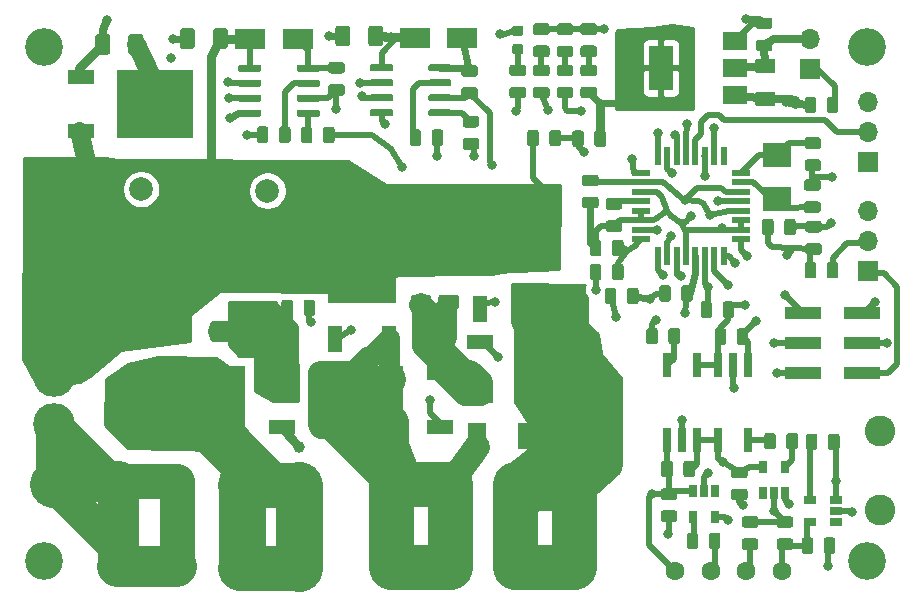
<source format=gbr>
G04 #@! TF.GenerationSoftware,KiCad,Pcbnew,5.1.5+dfsg1-2build2*
G04 #@! TF.CreationDate,2024-07-20T11:36:23-04:00*
G04 #@! TF.ProjectId,pypilot_controller,70797069-6c6f-4745-9f63-6f6e74726f6c,rev?*
G04 #@! TF.SameCoordinates,Original*
G04 #@! TF.FileFunction,Copper,L1,Top*
G04 #@! TF.FilePolarity,Positive*
%FSLAX46Y46*%
G04 Gerber Fmt 4.6, Leading zero omitted, Abs format (unit mm)*
G04 Created by KiCad (PCBNEW 5.1.5+dfsg1-2build2) date 2024-07-20 11:36:23*
%MOMM*%
%LPD*%
G04 APERTURE LIST*
%ADD10C,0.100000*%
%ADD11C,3.540000*%
%ADD12O,1.700000X1.700000*%
%ADD13R,1.700000X1.700000*%
%ADD14R,1.620520X2.179320*%
%ADD15R,2.400000X2.000000*%
%ADD16R,2.500000X1.700000*%
%ADD17C,1.600000*%
%ADD18C,2.100000*%
%ADD19R,0.650000X1.060000*%
%ADD20R,1.060000X0.650000*%
%ADD21R,0.640000X2.000000*%
%ADD22C,2.000000*%
%ADD23C,2.800000*%
%ADD24R,3.150000X1.000000*%
%ADD25R,2.000000X3.800000*%
%ADD26R,2.000000X1.500000*%
%ADD27R,1.600000X0.550000*%
%ADD28R,0.550000X1.600000*%
%ADD29R,2.200000X1.200000*%
%ADD30R,6.400000X5.800000*%
%ADD31R,5.800000X6.400000*%
%ADD32R,1.200000X2.200000*%
%ADD33R,2.179320X1.620520*%
%ADD34C,3.200000*%
%ADD35C,2.600000*%
%ADD36C,0.800000*%
%ADD37C,1.000000*%
%ADD38C,0.500000*%
%ADD39C,0.800000*%
%ADD40C,1.800000*%
%ADD41C,0.700000*%
%ADD42C,0.600000*%
%ADD43C,2.800000*%
%ADD44C,6.000000*%
%ADD45C,1.600000*%
%ADD46C,2.000000*%
%ADD47C,0.250000*%
%ADD48C,3.800000*%
%ADD49C,3.000000*%
%ADD50C,2.200000*%
%ADD51C,3.400000*%
%ADD52C,3.500000*%
%ADD53C,4.000000*%
%ADD54C,0.254000*%
G04 APERTURE END LIST*
G04 #@! TA.AperFunction,SMDPad,CuDef*
D10*
G36*
X46966242Y-11581174D02*
G01*
X46989903Y-11584684D01*
X47013107Y-11590496D01*
X47035629Y-11598554D01*
X47057253Y-11608782D01*
X47077770Y-11621079D01*
X47096983Y-11635329D01*
X47114707Y-11651393D01*
X47130771Y-11669117D01*
X47145021Y-11688330D01*
X47157318Y-11708847D01*
X47167546Y-11730471D01*
X47175604Y-11752993D01*
X47181416Y-11776197D01*
X47184926Y-11799858D01*
X47186100Y-11823750D01*
X47186100Y-12736250D01*
X47184926Y-12760142D01*
X47181416Y-12783803D01*
X47175604Y-12807007D01*
X47167546Y-12829529D01*
X47157318Y-12851153D01*
X47145021Y-12871670D01*
X47130771Y-12890883D01*
X47114707Y-12908607D01*
X47096983Y-12924671D01*
X47077770Y-12938921D01*
X47057253Y-12951218D01*
X47035629Y-12961446D01*
X47013107Y-12969504D01*
X46989903Y-12975316D01*
X46966242Y-12978826D01*
X46942350Y-12980000D01*
X46454850Y-12980000D01*
X46430958Y-12978826D01*
X46407297Y-12975316D01*
X46384093Y-12969504D01*
X46361571Y-12961446D01*
X46339947Y-12951218D01*
X46319430Y-12938921D01*
X46300217Y-12924671D01*
X46282493Y-12908607D01*
X46266429Y-12890883D01*
X46252179Y-12871670D01*
X46239882Y-12851153D01*
X46229654Y-12829529D01*
X46221596Y-12807007D01*
X46215784Y-12783803D01*
X46212274Y-12760142D01*
X46211100Y-12736250D01*
X46211100Y-11823750D01*
X46212274Y-11799858D01*
X46215784Y-11776197D01*
X46221596Y-11752993D01*
X46229654Y-11730471D01*
X46239882Y-11708847D01*
X46252179Y-11688330D01*
X46266429Y-11669117D01*
X46282493Y-11651393D01*
X46300217Y-11635329D01*
X46319430Y-11621079D01*
X46339947Y-11608782D01*
X46361571Y-11598554D01*
X46384093Y-11590496D01*
X46407297Y-11584684D01*
X46430958Y-11581174D01*
X46454850Y-11580000D01*
X46942350Y-11580000D01*
X46966242Y-11581174D01*
G37*
G04 #@! TD.AperFunction*
G04 #@! TA.AperFunction,SMDPad,CuDef*
G36*
X48841242Y-11581174D02*
G01*
X48864903Y-11584684D01*
X48888107Y-11590496D01*
X48910629Y-11598554D01*
X48932253Y-11608782D01*
X48952770Y-11621079D01*
X48971983Y-11635329D01*
X48989707Y-11651393D01*
X49005771Y-11669117D01*
X49020021Y-11688330D01*
X49032318Y-11708847D01*
X49042546Y-11730471D01*
X49050604Y-11752993D01*
X49056416Y-11776197D01*
X49059926Y-11799858D01*
X49061100Y-11823750D01*
X49061100Y-12736250D01*
X49059926Y-12760142D01*
X49056416Y-12783803D01*
X49050604Y-12807007D01*
X49042546Y-12829529D01*
X49032318Y-12851153D01*
X49020021Y-12871670D01*
X49005771Y-12890883D01*
X48989707Y-12908607D01*
X48971983Y-12924671D01*
X48952770Y-12938921D01*
X48932253Y-12951218D01*
X48910629Y-12961446D01*
X48888107Y-12969504D01*
X48864903Y-12975316D01*
X48841242Y-12978826D01*
X48817350Y-12980000D01*
X48329850Y-12980000D01*
X48305958Y-12978826D01*
X48282297Y-12975316D01*
X48259093Y-12969504D01*
X48236571Y-12961446D01*
X48214947Y-12951218D01*
X48194430Y-12938921D01*
X48175217Y-12924671D01*
X48157493Y-12908607D01*
X48141429Y-12890883D01*
X48127179Y-12871670D01*
X48114882Y-12851153D01*
X48104654Y-12829529D01*
X48096596Y-12807007D01*
X48090784Y-12783803D01*
X48087274Y-12760142D01*
X48086100Y-12736250D01*
X48086100Y-11823750D01*
X48087274Y-11799858D01*
X48090784Y-11776197D01*
X48096596Y-11752993D01*
X48104654Y-11730471D01*
X48114882Y-11708847D01*
X48127179Y-11688330D01*
X48141429Y-11669117D01*
X48157493Y-11651393D01*
X48175217Y-11635329D01*
X48194430Y-11621079D01*
X48214947Y-11608782D01*
X48236571Y-11598554D01*
X48259093Y-11590496D01*
X48282297Y-11584684D01*
X48305958Y-11581174D01*
X48329850Y-11580000D01*
X48817350Y-11580000D01*
X48841242Y-11581174D01*
G37*
G04 #@! TD.AperFunction*
G04 #@! TA.AperFunction,SMDPad,CuDef*
G36*
X70827542Y-17644674D02*
G01*
X70851203Y-17648184D01*
X70874407Y-17653996D01*
X70896929Y-17662054D01*
X70918553Y-17672282D01*
X70939070Y-17684579D01*
X70958283Y-17698829D01*
X70976007Y-17714893D01*
X70992071Y-17732617D01*
X71006321Y-17751830D01*
X71018618Y-17772347D01*
X71028846Y-17793971D01*
X71036904Y-17816493D01*
X71042716Y-17839697D01*
X71046226Y-17863358D01*
X71047400Y-17887250D01*
X71047400Y-18374750D01*
X71046226Y-18398642D01*
X71042716Y-18422303D01*
X71036904Y-18445507D01*
X71028846Y-18468029D01*
X71018618Y-18489653D01*
X71006321Y-18510170D01*
X70992071Y-18529383D01*
X70976007Y-18547107D01*
X70958283Y-18563171D01*
X70939070Y-18577421D01*
X70918553Y-18589718D01*
X70896929Y-18599946D01*
X70874407Y-18608004D01*
X70851203Y-18613816D01*
X70827542Y-18617326D01*
X70803650Y-18618500D01*
X69891150Y-18618500D01*
X69867258Y-18617326D01*
X69843597Y-18613816D01*
X69820393Y-18608004D01*
X69797871Y-18599946D01*
X69776247Y-18589718D01*
X69755730Y-18577421D01*
X69736517Y-18563171D01*
X69718793Y-18547107D01*
X69702729Y-18529383D01*
X69688479Y-18510170D01*
X69676182Y-18489653D01*
X69665954Y-18468029D01*
X69657896Y-18445507D01*
X69652084Y-18422303D01*
X69648574Y-18398642D01*
X69647400Y-18374750D01*
X69647400Y-17887250D01*
X69648574Y-17863358D01*
X69652084Y-17839697D01*
X69657896Y-17816493D01*
X69665954Y-17793971D01*
X69676182Y-17772347D01*
X69688479Y-17751830D01*
X69702729Y-17732617D01*
X69718793Y-17714893D01*
X69736517Y-17698829D01*
X69755730Y-17684579D01*
X69776247Y-17672282D01*
X69797871Y-17662054D01*
X69820393Y-17653996D01*
X69843597Y-17648184D01*
X69867258Y-17644674D01*
X69891150Y-17643500D01*
X70803650Y-17643500D01*
X70827542Y-17644674D01*
G37*
G04 #@! TD.AperFunction*
G04 #@! TA.AperFunction,SMDPad,CuDef*
G36*
X70827542Y-15769674D02*
G01*
X70851203Y-15773184D01*
X70874407Y-15778996D01*
X70896929Y-15787054D01*
X70918553Y-15797282D01*
X70939070Y-15809579D01*
X70958283Y-15823829D01*
X70976007Y-15839893D01*
X70992071Y-15857617D01*
X71006321Y-15876830D01*
X71018618Y-15897347D01*
X71028846Y-15918971D01*
X71036904Y-15941493D01*
X71042716Y-15964697D01*
X71046226Y-15988358D01*
X71047400Y-16012250D01*
X71047400Y-16499750D01*
X71046226Y-16523642D01*
X71042716Y-16547303D01*
X71036904Y-16570507D01*
X71028846Y-16593029D01*
X71018618Y-16614653D01*
X71006321Y-16635170D01*
X70992071Y-16654383D01*
X70976007Y-16672107D01*
X70958283Y-16688171D01*
X70939070Y-16702421D01*
X70918553Y-16714718D01*
X70896929Y-16724946D01*
X70874407Y-16733004D01*
X70851203Y-16738816D01*
X70827542Y-16742326D01*
X70803650Y-16743500D01*
X69891150Y-16743500D01*
X69867258Y-16742326D01*
X69843597Y-16738816D01*
X69820393Y-16733004D01*
X69797871Y-16724946D01*
X69776247Y-16714718D01*
X69755730Y-16702421D01*
X69736517Y-16688171D01*
X69718793Y-16672107D01*
X69702729Y-16654383D01*
X69688479Y-16635170D01*
X69676182Y-16614653D01*
X69665954Y-16593029D01*
X69657896Y-16570507D01*
X69652084Y-16547303D01*
X69648574Y-16523642D01*
X69647400Y-16499750D01*
X69647400Y-16012250D01*
X69648574Y-15988358D01*
X69652084Y-15964697D01*
X69657896Y-15941493D01*
X69665954Y-15918971D01*
X69676182Y-15897347D01*
X69688479Y-15876830D01*
X69702729Y-15857617D01*
X69718793Y-15839893D01*
X69736517Y-15823829D01*
X69755730Y-15809579D01*
X69776247Y-15797282D01*
X69797871Y-15787054D01*
X69820393Y-15778996D01*
X69843597Y-15773184D01*
X69867258Y-15769674D01*
X69891150Y-15768500D01*
X70803650Y-15768500D01*
X70827542Y-15769674D01*
G37*
G04 #@! TD.AperFunction*
G04 #@! TA.AperFunction,SMDPad,CuDef*
G36*
X54027542Y-19245674D02*
G01*
X54051203Y-19249184D01*
X54074407Y-19254996D01*
X54096929Y-19263054D01*
X54118553Y-19273282D01*
X54139070Y-19285579D01*
X54158283Y-19299829D01*
X54176007Y-19315893D01*
X54192071Y-19333617D01*
X54206321Y-19352830D01*
X54218618Y-19373347D01*
X54228846Y-19394971D01*
X54236904Y-19417493D01*
X54242716Y-19440697D01*
X54246226Y-19464358D01*
X54247400Y-19488250D01*
X54247400Y-19975750D01*
X54246226Y-19999642D01*
X54242716Y-20023303D01*
X54236904Y-20046507D01*
X54228846Y-20069029D01*
X54218618Y-20090653D01*
X54206321Y-20111170D01*
X54192071Y-20130383D01*
X54176007Y-20148107D01*
X54158283Y-20164171D01*
X54139070Y-20178421D01*
X54118553Y-20190718D01*
X54096929Y-20200946D01*
X54074407Y-20209004D01*
X54051203Y-20214816D01*
X54027542Y-20218326D01*
X54003650Y-20219500D01*
X53091150Y-20219500D01*
X53067258Y-20218326D01*
X53043597Y-20214816D01*
X53020393Y-20209004D01*
X52997871Y-20200946D01*
X52976247Y-20190718D01*
X52955730Y-20178421D01*
X52936517Y-20164171D01*
X52918793Y-20148107D01*
X52902729Y-20130383D01*
X52888479Y-20111170D01*
X52876182Y-20090653D01*
X52865954Y-20069029D01*
X52857896Y-20046507D01*
X52852084Y-20023303D01*
X52848574Y-19999642D01*
X52847400Y-19975750D01*
X52847400Y-19488250D01*
X52848574Y-19464358D01*
X52852084Y-19440697D01*
X52857896Y-19417493D01*
X52865954Y-19394971D01*
X52876182Y-19373347D01*
X52888479Y-19352830D01*
X52902729Y-19333617D01*
X52918793Y-19315893D01*
X52936517Y-19299829D01*
X52955730Y-19285579D01*
X52976247Y-19273282D01*
X52997871Y-19263054D01*
X53020393Y-19254996D01*
X53043597Y-19249184D01*
X53067258Y-19245674D01*
X53091150Y-19244500D01*
X54003650Y-19244500D01*
X54027542Y-19245674D01*
G37*
G04 #@! TD.AperFunction*
G04 #@! TA.AperFunction,SMDPad,CuDef*
G36*
X54027542Y-17370674D02*
G01*
X54051203Y-17374184D01*
X54074407Y-17379996D01*
X54096929Y-17388054D01*
X54118553Y-17398282D01*
X54139070Y-17410579D01*
X54158283Y-17424829D01*
X54176007Y-17440893D01*
X54192071Y-17458617D01*
X54206321Y-17477830D01*
X54218618Y-17498347D01*
X54228846Y-17519971D01*
X54236904Y-17542493D01*
X54242716Y-17565697D01*
X54246226Y-17589358D01*
X54247400Y-17613250D01*
X54247400Y-18100750D01*
X54246226Y-18124642D01*
X54242716Y-18148303D01*
X54236904Y-18171507D01*
X54228846Y-18194029D01*
X54218618Y-18215653D01*
X54206321Y-18236170D01*
X54192071Y-18255383D01*
X54176007Y-18273107D01*
X54158283Y-18289171D01*
X54139070Y-18303421D01*
X54118553Y-18315718D01*
X54096929Y-18325946D01*
X54074407Y-18334004D01*
X54051203Y-18339816D01*
X54027542Y-18343326D01*
X54003650Y-18344500D01*
X53091150Y-18344500D01*
X53067258Y-18343326D01*
X53043597Y-18339816D01*
X53020393Y-18334004D01*
X52997871Y-18325946D01*
X52976247Y-18315718D01*
X52955730Y-18303421D01*
X52936517Y-18289171D01*
X52918793Y-18273107D01*
X52902729Y-18255383D01*
X52888479Y-18236170D01*
X52876182Y-18215653D01*
X52865954Y-18194029D01*
X52857896Y-18171507D01*
X52852084Y-18148303D01*
X52848574Y-18124642D01*
X52847400Y-18100750D01*
X52847400Y-17613250D01*
X52848574Y-17589358D01*
X52852084Y-17565697D01*
X52857896Y-17542493D01*
X52865954Y-17519971D01*
X52876182Y-17498347D01*
X52888479Y-17477830D01*
X52902729Y-17458617D01*
X52918793Y-17440893D01*
X52936517Y-17424829D01*
X52955730Y-17410579D01*
X52976247Y-17398282D01*
X52997871Y-17388054D01*
X53020393Y-17379996D01*
X53043597Y-17374184D01*
X53067258Y-17370674D01*
X53091150Y-17369500D01*
X54003650Y-17369500D01*
X54027542Y-17370674D01*
G37*
G04 #@! TD.AperFunction*
G04 #@! TA.AperFunction,SMDPad,CuDef*
G36*
X30528342Y-5840574D02*
G01*
X30552003Y-5844084D01*
X30575207Y-5849896D01*
X30597729Y-5857954D01*
X30619353Y-5868182D01*
X30639870Y-5880479D01*
X30659083Y-5894729D01*
X30676807Y-5910793D01*
X30692871Y-5928517D01*
X30707121Y-5947730D01*
X30719418Y-5968247D01*
X30729646Y-5989871D01*
X30737704Y-6012393D01*
X30743516Y-6035597D01*
X30747026Y-6059258D01*
X30748200Y-6083150D01*
X30748200Y-6570650D01*
X30747026Y-6594542D01*
X30743516Y-6618203D01*
X30737704Y-6641407D01*
X30729646Y-6663929D01*
X30719418Y-6685553D01*
X30707121Y-6706070D01*
X30692871Y-6725283D01*
X30676807Y-6743007D01*
X30659083Y-6759071D01*
X30639870Y-6773321D01*
X30619353Y-6785618D01*
X30597729Y-6795846D01*
X30575207Y-6803904D01*
X30552003Y-6809716D01*
X30528342Y-6813226D01*
X30504450Y-6814400D01*
X29591950Y-6814400D01*
X29568058Y-6813226D01*
X29544397Y-6809716D01*
X29521193Y-6803904D01*
X29498671Y-6795846D01*
X29477047Y-6785618D01*
X29456530Y-6773321D01*
X29437317Y-6759071D01*
X29419593Y-6743007D01*
X29403529Y-6725283D01*
X29389279Y-6706070D01*
X29376982Y-6685553D01*
X29366754Y-6663929D01*
X29358696Y-6641407D01*
X29352884Y-6618203D01*
X29349374Y-6594542D01*
X29348200Y-6570650D01*
X29348200Y-6083150D01*
X29349374Y-6059258D01*
X29352884Y-6035597D01*
X29358696Y-6012393D01*
X29366754Y-5989871D01*
X29376982Y-5968247D01*
X29389279Y-5947730D01*
X29403529Y-5928517D01*
X29419593Y-5910793D01*
X29437317Y-5894729D01*
X29456530Y-5880479D01*
X29477047Y-5868182D01*
X29498671Y-5857954D01*
X29521193Y-5849896D01*
X29544397Y-5844084D01*
X29568058Y-5840574D01*
X29591950Y-5839400D01*
X30504450Y-5839400D01*
X30528342Y-5840574D01*
G37*
G04 #@! TD.AperFunction*
G04 #@! TA.AperFunction,SMDPad,CuDef*
G36*
X30528342Y-7715574D02*
G01*
X30552003Y-7719084D01*
X30575207Y-7724896D01*
X30597729Y-7732954D01*
X30619353Y-7743182D01*
X30639870Y-7755479D01*
X30659083Y-7769729D01*
X30676807Y-7785793D01*
X30692871Y-7803517D01*
X30707121Y-7822730D01*
X30719418Y-7843247D01*
X30729646Y-7864871D01*
X30737704Y-7887393D01*
X30743516Y-7910597D01*
X30747026Y-7934258D01*
X30748200Y-7958150D01*
X30748200Y-8445650D01*
X30747026Y-8469542D01*
X30743516Y-8493203D01*
X30737704Y-8516407D01*
X30729646Y-8538929D01*
X30719418Y-8560553D01*
X30707121Y-8581070D01*
X30692871Y-8600283D01*
X30676807Y-8618007D01*
X30659083Y-8634071D01*
X30639870Y-8648321D01*
X30619353Y-8660618D01*
X30597729Y-8670846D01*
X30575207Y-8678904D01*
X30552003Y-8684716D01*
X30528342Y-8688226D01*
X30504450Y-8689400D01*
X29591950Y-8689400D01*
X29568058Y-8688226D01*
X29544397Y-8684716D01*
X29521193Y-8678904D01*
X29498671Y-8670846D01*
X29477047Y-8660618D01*
X29456530Y-8648321D01*
X29437317Y-8634071D01*
X29419593Y-8618007D01*
X29403529Y-8600283D01*
X29389279Y-8581070D01*
X29376982Y-8560553D01*
X29366754Y-8538929D01*
X29358696Y-8516407D01*
X29352884Y-8493203D01*
X29349374Y-8469542D01*
X29348200Y-8445650D01*
X29348200Y-7958150D01*
X29349374Y-7934258D01*
X29352884Y-7910597D01*
X29358696Y-7887393D01*
X29366754Y-7864871D01*
X29376982Y-7843247D01*
X29389279Y-7822730D01*
X29403529Y-7803517D01*
X29419593Y-7785793D01*
X29437317Y-7769729D01*
X29456530Y-7755479D01*
X29477047Y-7743182D01*
X29498671Y-7732954D01*
X29521193Y-7724896D01*
X29544397Y-7719084D01*
X29568058Y-7715574D01*
X29591950Y-7714400D01*
X30504450Y-7714400D01*
X30528342Y-7715574D01*
G37*
G04 #@! TD.AperFunction*
G04 #@! TA.AperFunction,SMDPad,CuDef*
G36*
X41796342Y-6099274D02*
G01*
X41820003Y-6102784D01*
X41843207Y-6108596D01*
X41865729Y-6116654D01*
X41887353Y-6126882D01*
X41907870Y-6139179D01*
X41927083Y-6153429D01*
X41944807Y-6169493D01*
X41960871Y-6187217D01*
X41975121Y-6206430D01*
X41987418Y-6226947D01*
X41997646Y-6248571D01*
X42005704Y-6271093D01*
X42011516Y-6294297D01*
X42015026Y-6317958D01*
X42016200Y-6341850D01*
X42016200Y-6829350D01*
X42015026Y-6853242D01*
X42011516Y-6876903D01*
X42005704Y-6900107D01*
X41997646Y-6922629D01*
X41987418Y-6944253D01*
X41975121Y-6964770D01*
X41960871Y-6983983D01*
X41944807Y-7001707D01*
X41927083Y-7017771D01*
X41907870Y-7032021D01*
X41887353Y-7044318D01*
X41865729Y-7054546D01*
X41843207Y-7062604D01*
X41820003Y-7068416D01*
X41796342Y-7071926D01*
X41772450Y-7073100D01*
X40859950Y-7073100D01*
X40836058Y-7071926D01*
X40812397Y-7068416D01*
X40789193Y-7062604D01*
X40766671Y-7054546D01*
X40745047Y-7044318D01*
X40724530Y-7032021D01*
X40705317Y-7017771D01*
X40687593Y-7001707D01*
X40671529Y-6983983D01*
X40657279Y-6964770D01*
X40644982Y-6944253D01*
X40634754Y-6922629D01*
X40626696Y-6900107D01*
X40620884Y-6876903D01*
X40617374Y-6853242D01*
X40616200Y-6829350D01*
X40616200Y-6341850D01*
X40617374Y-6317958D01*
X40620884Y-6294297D01*
X40626696Y-6271093D01*
X40634754Y-6248571D01*
X40644982Y-6226947D01*
X40657279Y-6206430D01*
X40671529Y-6187217D01*
X40687593Y-6169493D01*
X40705317Y-6153429D01*
X40724530Y-6139179D01*
X40745047Y-6126882D01*
X40766671Y-6116654D01*
X40789193Y-6108596D01*
X40812397Y-6102784D01*
X40836058Y-6099274D01*
X40859950Y-6098100D01*
X41772450Y-6098100D01*
X41796342Y-6099274D01*
G37*
G04 #@! TD.AperFunction*
G04 #@! TA.AperFunction,SMDPad,CuDef*
G36*
X41796342Y-7974274D02*
G01*
X41820003Y-7977784D01*
X41843207Y-7983596D01*
X41865729Y-7991654D01*
X41887353Y-8001882D01*
X41907870Y-8014179D01*
X41927083Y-8028429D01*
X41944807Y-8044493D01*
X41960871Y-8062217D01*
X41975121Y-8081430D01*
X41987418Y-8101947D01*
X41997646Y-8123571D01*
X42005704Y-8146093D01*
X42011516Y-8169297D01*
X42015026Y-8192958D01*
X42016200Y-8216850D01*
X42016200Y-8704350D01*
X42015026Y-8728242D01*
X42011516Y-8751903D01*
X42005704Y-8775107D01*
X41997646Y-8797629D01*
X41987418Y-8819253D01*
X41975121Y-8839770D01*
X41960871Y-8858983D01*
X41944807Y-8876707D01*
X41927083Y-8892771D01*
X41907870Y-8907021D01*
X41887353Y-8919318D01*
X41865729Y-8929546D01*
X41843207Y-8937604D01*
X41820003Y-8943416D01*
X41796342Y-8946926D01*
X41772450Y-8948100D01*
X40859950Y-8948100D01*
X40836058Y-8946926D01*
X40812397Y-8943416D01*
X40789193Y-8937604D01*
X40766671Y-8929546D01*
X40745047Y-8919318D01*
X40724530Y-8907021D01*
X40705317Y-8892771D01*
X40687593Y-8876707D01*
X40671529Y-8858983D01*
X40657279Y-8839770D01*
X40644982Y-8819253D01*
X40634754Y-8797629D01*
X40626696Y-8775107D01*
X40620884Y-8751903D01*
X40617374Y-8728242D01*
X40616200Y-8704350D01*
X40616200Y-8216850D01*
X40617374Y-8192958D01*
X40620884Y-8169297D01*
X40626696Y-8146093D01*
X40634754Y-8123571D01*
X40644982Y-8101947D01*
X40657279Y-8081430D01*
X40671529Y-8062217D01*
X40687593Y-8044493D01*
X40705317Y-8028429D01*
X40724530Y-8014179D01*
X40745047Y-8001882D01*
X40766671Y-7991654D01*
X40789193Y-7983596D01*
X40812397Y-7977784D01*
X40836058Y-7974274D01*
X40859950Y-7973100D01*
X41772450Y-7973100D01*
X41796342Y-7974274D01*
G37*
G04 #@! TD.AperFunction*
G04 #@! TA.AperFunction,SMDPad,CuDef*
G36*
X40197104Y-25550804D02*
G01*
X40221373Y-25554404D01*
X40245171Y-25560365D01*
X40268271Y-25568630D01*
X40290449Y-25579120D01*
X40311493Y-25591733D01*
X40331198Y-25606347D01*
X40349377Y-25622823D01*
X40365853Y-25641002D01*
X40380467Y-25660707D01*
X40393080Y-25681751D01*
X40403570Y-25703929D01*
X40411835Y-25727029D01*
X40417796Y-25750827D01*
X40421396Y-25775096D01*
X40422600Y-25799600D01*
X40422600Y-26549600D01*
X40421396Y-26574104D01*
X40417796Y-26598373D01*
X40411835Y-26622171D01*
X40403570Y-26645271D01*
X40393080Y-26667449D01*
X40380467Y-26688493D01*
X40365853Y-26708198D01*
X40349377Y-26726377D01*
X40331198Y-26742853D01*
X40311493Y-26757467D01*
X40290449Y-26770080D01*
X40268271Y-26780570D01*
X40245171Y-26788835D01*
X40221373Y-26794796D01*
X40197104Y-26798396D01*
X40172600Y-26799600D01*
X38922600Y-26799600D01*
X38898096Y-26798396D01*
X38873827Y-26794796D01*
X38850029Y-26788835D01*
X38826929Y-26780570D01*
X38804751Y-26770080D01*
X38783707Y-26757467D01*
X38764002Y-26742853D01*
X38745823Y-26726377D01*
X38729347Y-26708198D01*
X38714733Y-26688493D01*
X38702120Y-26667449D01*
X38691630Y-26645271D01*
X38683365Y-26622171D01*
X38677404Y-26598373D01*
X38673804Y-26574104D01*
X38672600Y-26549600D01*
X38672600Y-25799600D01*
X38673804Y-25775096D01*
X38677404Y-25750827D01*
X38683365Y-25727029D01*
X38691630Y-25703929D01*
X38702120Y-25681751D01*
X38714733Y-25660707D01*
X38729347Y-25641002D01*
X38745823Y-25622823D01*
X38764002Y-25606347D01*
X38783707Y-25591733D01*
X38804751Y-25579120D01*
X38826929Y-25568630D01*
X38850029Y-25560365D01*
X38873827Y-25554404D01*
X38898096Y-25550804D01*
X38922600Y-25549600D01*
X40172600Y-25549600D01*
X40197104Y-25550804D01*
G37*
G04 #@! TD.AperFunction*
G04 #@! TA.AperFunction,SMDPad,CuDef*
G36*
X40197104Y-22750804D02*
G01*
X40221373Y-22754404D01*
X40245171Y-22760365D01*
X40268271Y-22768630D01*
X40290449Y-22779120D01*
X40311493Y-22791733D01*
X40331198Y-22806347D01*
X40349377Y-22822823D01*
X40365853Y-22841002D01*
X40380467Y-22860707D01*
X40393080Y-22881751D01*
X40403570Y-22903929D01*
X40411835Y-22927029D01*
X40417796Y-22950827D01*
X40421396Y-22975096D01*
X40422600Y-22999600D01*
X40422600Y-23749600D01*
X40421396Y-23774104D01*
X40417796Y-23798373D01*
X40411835Y-23822171D01*
X40403570Y-23845271D01*
X40393080Y-23867449D01*
X40380467Y-23888493D01*
X40365853Y-23908198D01*
X40349377Y-23926377D01*
X40331198Y-23942853D01*
X40311493Y-23957467D01*
X40290449Y-23970080D01*
X40268271Y-23980570D01*
X40245171Y-23988835D01*
X40221373Y-23994796D01*
X40197104Y-23998396D01*
X40172600Y-23999600D01*
X38922600Y-23999600D01*
X38898096Y-23998396D01*
X38873827Y-23994796D01*
X38850029Y-23988835D01*
X38826929Y-23980570D01*
X38804751Y-23970080D01*
X38783707Y-23957467D01*
X38764002Y-23942853D01*
X38745823Y-23926377D01*
X38729347Y-23908198D01*
X38714733Y-23888493D01*
X38702120Y-23867449D01*
X38691630Y-23845271D01*
X38683365Y-23822171D01*
X38677404Y-23798373D01*
X38673804Y-23774104D01*
X38672600Y-23749600D01*
X38672600Y-22999600D01*
X38673804Y-22975096D01*
X38677404Y-22950827D01*
X38683365Y-22927029D01*
X38691630Y-22903929D01*
X38702120Y-22881751D01*
X38714733Y-22860707D01*
X38729347Y-22841002D01*
X38745823Y-22822823D01*
X38764002Y-22806347D01*
X38783707Y-22791733D01*
X38804751Y-22779120D01*
X38826929Y-22768630D01*
X38850029Y-22760365D01*
X38873827Y-22754404D01*
X38898096Y-22750804D01*
X38922600Y-22749600D01*
X40172600Y-22749600D01*
X40197104Y-22750804D01*
G37*
G04 #@! TD.AperFunction*
G04 #@! TA.AperFunction,SMDPad,CuDef*
G36*
X37847104Y-22775804D02*
G01*
X37871373Y-22779404D01*
X37895171Y-22785365D01*
X37918271Y-22793630D01*
X37940449Y-22804120D01*
X37961493Y-22816733D01*
X37981198Y-22831347D01*
X37999377Y-22847823D01*
X38015853Y-22866002D01*
X38030467Y-22885707D01*
X38043080Y-22906751D01*
X38053570Y-22928929D01*
X38061835Y-22952029D01*
X38067796Y-22975827D01*
X38071396Y-23000096D01*
X38072600Y-23024600D01*
X38072600Y-23774600D01*
X38071396Y-23799104D01*
X38067796Y-23823373D01*
X38061835Y-23847171D01*
X38053570Y-23870271D01*
X38043080Y-23892449D01*
X38030467Y-23913493D01*
X38015853Y-23933198D01*
X37999377Y-23951377D01*
X37981198Y-23967853D01*
X37961493Y-23982467D01*
X37940449Y-23995080D01*
X37918271Y-24005570D01*
X37895171Y-24013835D01*
X37871373Y-24019796D01*
X37847104Y-24023396D01*
X37822600Y-24024600D01*
X36572600Y-24024600D01*
X36548096Y-24023396D01*
X36523827Y-24019796D01*
X36500029Y-24013835D01*
X36476929Y-24005570D01*
X36454751Y-23995080D01*
X36433707Y-23982467D01*
X36414002Y-23967853D01*
X36395823Y-23951377D01*
X36379347Y-23933198D01*
X36364733Y-23913493D01*
X36352120Y-23892449D01*
X36341630Y-23870271D01*
X36333365Y-23847171D01*
X36327404Y-23823373D01*
X36323804Y-23799104D01*
X36322600Y-23774600D01*
X36322600Y-23024600D01*
X36323804Y-23000096D01*
X36327404Y-22975827D01*
X36333365Y-22952029D01*
X36341630Y-22928929D01*
X36352120Y-22906751D01*
X36364733Y-22885707D01*
X36379347Y-22866002D01*
X36395823Y-22847823D01*
X36414002Y-22831347D01*
X36433707Y-22816733D01*
X36454751Y-22804120D01*
X36476929Y-22793630D01*
X36500029Y-22785365D01*
X36523827Y-22779404D01*
X36548096Y-22775804D01*
X36572600Y-22774600D01*
X37822600Y-22774600D01*
X37847104Y-22775804D01*
G37*
G04 #@! TD.AperFunction*
G04 #@! TA.AperFunction,SMDPad,CuDef*
G36*
X37847104Y-25575804D02*
G01*
X37871373Y-25579404D01*
X37895171Y-25585365D01*
X37918271Y-25593630D01*
X37940449Y-25604120D01*
X37961493Y-25616733D01*
X37981198Y-25631347D01*
X37999377Y-25647823D01*
X38015853Y-25666002D01*
X38030467Y-25685707D01*
X38043080Y-25706751D01*
X38053570Y-25728929D01*
X38061835Y-25752029D01*
X38067796Y-25775827D01*
X38071396Y-25800096D01*
X38072600Y-25824600D01*
X38072600Y-26574600D01*
X38071396Y-26599104D01*
X38067796Y-26623373D01*
X38061835Y-26647171D01*
X38053570Y-26670271D01*
X38043080Y-26692449D01*
X38030467Y-26713493D01*
X38015853Y-26733198D01*
X37999377Y-26751377D01*
X37981198Y-26767853D01*
X37961493Y-26782467D01*
X37940449Y-26795080D01*
X37918271Y-26805570D01*
X37895171Y-26813835D01*
X37871373Y-26819796D01*
X37847104Y-26823396D01*
X37822600Y-26824600D01*
X36572600Y-26824600D01*
X36548096Y-26823396D01*
X36523827Y-26819796D01*
X36500029Y-26813835D01*
X36476929Y-26805570D01*
X36454751Y-26795080D01*
X36433707Y-26782467D01*
X36414002Y-26767853D01*
X36395823Y-26751377D01*
X36379347Y-26733198D01*
X36364733Y-26713493D01*
X36352120Y-26692449D01*
X36341630Y-26670271D01*
X36333365Y-26647171D01*
X36327404Y-26623373D01*
X36323804Y-26599104D01*
X36322600Y-26574600D01*
X36322600Y-25824600D01*
X36323804Y-25800096D01*
X36327404Y-25775827D01*
X36333365Y-25752029D01*
X36341630Y-25728929D01*
X36352120Y-25706751D01*
X36364733Y-25685707D01*
X36379347Y-25666002D01*
X36395823Y-25647823D01*
X36414002Y-25631347D01*
X36433707Y-25616733D01*
X36454751Y-25604120D01*
X36476929Y-25593630D01*
X36500029Y-25585365D01*
X36523827Y-25579404D01*
X36548096Y-25575804D01*
X36572600Y-25574600D01*
X37822600Y-25574600D01*
X37847104Y-25575804D01*
G37*
G04 #@! TD.AperFunction*
G04 #@! TA.AperFunction,SMDPad,CuDef*
G36*
X66748742Y-3956374D02*
G01*
X66772403Y-3959884D01*
X66795607Y-3965696D01*
X66818129Y-3973754D01*
X66839753Y-3983982D01*
X66860270Y-3996279D01*
X66879483Y-4010529D01*
X66897207Y-4026593D01*
X66913271Y-4044317D01*
X66927521Y-4063530D01*
X66939818Y-4084047D01*
X66950046Y-4105671D01*
X66958104Y-4128193D01*
X66963916Y-4151397D01*
X66967426Y-4175058D01*
X66968600Y-4198950D01*
X66968600Y-4686450D01*
X66967426Y-4710342D01*
X66963916Y-4734003D01*
X66958104Y-4757207D01*
X66950046Y-4779729D01*
X66939818Y-4801353D01*
X66927521Y-4821870D01*
X66913271Y-4841083D01*
X66897207Y-4858807D01*
X66879483Y-4874871D01*
X66860270Y-4889121D01*
X66839753Y-4901418D01*
X66818129Y-4911646D01*
X66795607Y-4919704D01*
X66772403Y-4925516D01*
X66748742Y-4929026D01*
X66724850Y-4930200D01*
X65812350Y-4930200D01*
X65788458Y-4929026D01*
X65764797Y-4925516D01*
X65741593Y-4919704D01*
X65719071Y-4911646D01*
X65697447Y-4901418D01*
X65676930Y-4889121D01*
X65657717Y-4874871D01*
X65639993Y-4858807D01*
X65623929Y-4841083D01*
X65609679Y-4821870D01*
X65597382Y-4801353D01*
X65587154Y-4779729D01*
X65579096Y-4757207D01*
X65573284Y-4734003D01*
X65569774Y-4710342D01*
X65568600Y-4686450D01*
X65568600Y-4198950D01*
X65569774Y-4175058D01*
X65573284Y-4151397D01*
X65579096Y-4128193D01*
X65587154Y-4105671D01*
X65597382Y-4084047D01*
X65609679Y-4063530D01*
X65623929Y-4044317D01*
X65639993Y-4026593D01*
X65657717Y-4010529D01*
X65676930Y-3996279D01*
X65697447Y-3983982D01*
X65719071Y-3973754D01*
X65741593Y-3965696D01*
X65764797Y-3959884D01*
X65788458Y-3956374D01*
X65812350Y-3955200D01*
X66724850Y-3955200D01*
X66748742Y-3956374D01*
G37*
G04 #@! TD.AperFunction*
G04 #@! TA.AperFunction,SMDPad,CuDef*
G36*
X66748742Y-2081374D02*
G01*
X66772403Y-2084884D01*
X66795607Y-2090696D01*
X66818129Y-2098754D01*
X66839753Y-2108982D01*
X66860270Y-2121279D01*
X66879483Y-2135529D01*
X66897207Y-2151593D01*
X66913271Y-2169317D01*
X66927521Y-2188530D01*
X66939818Y-2209047D01*
X66950046Y-2230671D01*
X66958104Y-2253193D01*
X66963916Y-2276397D01*
X66967426Y-2300058D01*
X66968600Y-2323950D01*
X66968600Y-2811450D01*
X66967426Y-2835342D01*
X66963916Y-2859003D01*
X66958104Y-2882207D01*
X66950046Y-2904729D01*
X66939818Y-2926353D01*
X66927521Y-2946870D01*
X66913271Y-2966083D01*
X66897207Y-2983807D01*
X66879483Y-2999871D01*
X66860270Y-3014121D01*
X66839753Y-3026418D01*
X66818129Y-3036646D01*
X66795607Y-3044704D01*
X66772403Y-3050516D01*
X66748742Y-3054026D01*
X66724850Y-3055200D01*
X65812350Y-3055200D01*
X65788458Y-3054026D01*
X65764797Y-3050516D01*
X65741593Y-3044704D01*
X65719071Y-3036646D01*
X65697447Y-3026418D01*
X65676930Y-3014121D01*
X65657717Y-2999871D01*
X65639993Y-2983807D01*
X65623929Y-2966083D01*
X65609679Y-2946870D01*
X65597382Y-2926353D01*
X65587154Y-2904729D01*
X65579096Y-2882207D01*
X65573284Y-2859003D01*
X65569774Y-2835342D01*
X65568600Y-2811450D01*
X65568600Y-2323950D01*
X65569774Y-2300058D01*
X65573284Y-2276397D01*
X65579096Y-2253193D01*
X65587154Y-2230671D01*
X65597382Y-2209047D01*
X65609679Y-2188530D01*
X65623929Y-2169317D01*
X65639993Y-2151593D01*
X65657717Y-2135529D01*
X65676930Y-2121279D01*
X65697447Y-2108982D01*
X65719071Y-2098754D01*
X65741593Y-2090696D01*
X65764797Y-2084884D01*
X65788458Y-2081374D01*
X65812350Y-2080200D01*
X66724850Y-2080200D01*
X66748742Y-2081374D01*
G37*
G04 #@! TD.AperFunction*
G04 #@! TA.AperFunction,SMDPad,CuDef*
G36*
X66994304Y-8345404D02*
G01*
X67018573Y-8349004D01*
X67042371Y-8354965D01*
X67065471Y-8363230D01*
X67087649Y-8373720D01*
X67108693Y-8386333D01*
X67128398Y-8400947D01*
X67146577Y-8417423D01*
X67163053Y-8435602D01*
X67177667Y-8455307D01*
X67190280Y-8476351D01*
X67200770Y-8498529D01*
X67209035Y-8521629D01*
X67214996Y-8545427D01*
X67218596Y-8569696D01*
X67219800Y-8594200D01*
X67219800Y-9344200D01*
X67218596Y-9368704D01*
X67214996Y-9392973D01*
X67209035Y-9416771D01*
X67200770Y-9439871D01*
X67190280Y-9462049D01*
X67177667Y-9483093D01*
X67163053Y-9502798D01*
X67146577Y-9520977D01*
X67128398Y-9537453D01*
X67108693Y-9552067D01*
X67087649Y-9564680D01*
X67065471Y-9575170D01*
X67042371Y-9583435D01*
X67018573Y-9589396D01*
X66994304Y-9592996D01*
X66969800Y-9594200D01*
X65719800Y-9594200D01*
X65695296Y-9592996D01*
X65671027Y-9589396D01*
X65647229Y-9583435D01*
X65624129Y-9575170D01*
X65601951Y-9564680D01*
X65580907Y-9552067D01*
X65561202Y-9537453D01*
X65543023Y-9520977D01*
X65526547Y-9502798D01*
X65511933Y-9483093D01*
X65499320Y-9462049D01*
X65488830Y-9439871D01*
X65480565Y-9416771D01*
X65474604Y-9392973D01*
X65471004Y-9368704D01*
X65469800Y-9344200D01*
X65469800Y-8594200D01*
X65471004Y-8569696D01*
X65474604Y-8545427D01*
X65480565Y-8521629D01*
X65488830Y-8498529D01*
X65499320Y-8476351D01*
X65511933Y-8455307D01*
X65526547Y-8435602D01*
X65543023Y-8417423D01*
X65561202Y-8400947D01*
X65580907Y-8386333D01*
X65601951Y-8373720D01*
X65624129Y-8363230D01*
X65647229Y-8354965D01*
X65671027Y-8349004D01*
X65695296Y-8345404D01*
X65719800Y-8344200D01*
X66969800Y-8344200D01*
X66994304Y-8345404D01*
G37*
G04 #@! TD.AperFunction*
G04 #@! TA.AperFunction,SMDPad,CuDef*
G36*
X66994304Y-5545404D02*
G01*
X67018573Y-5549004D01*
X67042371Y-5554965D01*
X67065471Y-5563230D01*
X67087649Y-5573720D01*
X67108693Y-5586333D01*
X67128398Y-5600947D01*
X67146577Y-5617423D01*
X67163053Y-5635602D01*
X67177667Y-5655307D01*
X67190280Y-5676351D01*
X67200770Y-5698529D01*
X67209035Y-5721629D01*
X67214996Y-5745427D01*
X67218596Y-5769696D01*
X67219800Y-5794200D01*
X67219800Y-6544200D01*
X67218596Y-6568704D01*
X67214996Y-6592973D01*
X67209035Y-6616771D01*
X67200770Y-6639871D01*
X67190280Y-6662049D01*
X67177667Y-6683093D01*
X67163053Y-6702798D01*
X67146577Y-6720977D01*
X67128398Y-6737453D01*
X67108693Y-6752067D01*
X67087649Y-6764680D01*
X67065471Y-6775170D01*
X67042371Y-6783435D01*
X67018573Y-6789396D01*
X66994304Y-6792996D01*
X66969800Y-6794200D01*
X65719800Y-6794200D01*
X65695296Y-6792996D01*
X65671027Y-6789396D01*
X65647229Y-6783435D01*
X65624129Y-6775170D01*
X65601951Y-6764680D01*
X65580907Y-6752067D01*
X65561202Y-6737453D01*
X65543023Y-6720977D01*
X65526547Y-6702798D01*
X65511933Y-6683093D01*
X65499320Y-6662049D01*
X65488830Y-6639871D01*
X65480565Y-6616771D01*
X65474604Y-6592973D01*
X65471004Y-6568704D01*
X65469800Y-6544200D01*
X65469800Y-5794200D01*
X65471004Y-5769696D01*
X65474604Y-5745427D01*
X65480565Y-5721629D01*
X65488830Y-5698529D01*
X65499320Y-5676351D01*
X65511933Y-5655307D01*
X65526547Y-5635602D01*
X65543023Y-5617423D01*
X65561202Y-5600947D01*
X65580907Y-5586333D01*
X65601951Y-5573720D01*
X65624129Y-5563230D01*
X65647229Y-5554965D01*
X65671027Y-5549004D01*
X65695296Y-5545404D01*
X65719800Y-5544200D01*
X66969800Y-5544200D01*
X66994304Y-5545404D01*
G37*
G04 #@! TD.AperFunction*
G04 #@! TA.AperFunction,SMDPad,CuDef*
G36*
X52027542Y-17245674D02*
G01*
X52051203Y-17249184D01*
X52074407Y-17254996D01*
X52096929Y-17263054D01*
X52118553Y-17273282D01*
X52139070Y-17285579D01*
X52158283Y-17299829D01*
X52176007Y-17315893D01*
X52192071Y-17333617D01*
X52206321Y-17352830D01*
X52218618Y-17373347D01*
X52228846Y-17394971D01*
X52236904Y-17417493D01*
X52242716Y-17440697D01*
X52246226Y-17464358D01*
X52247400Y-17488250D01*
X52247400Y-17975750D01*
X52246226Y-17999642D01*
X52242716Y-18023303D01*
X52236904Y-18046507D01*
X52228846Y-18069029D01*
X52218618Y-18090653D01*
X52206321Y-18111170D01*
X52192071Y-18130383D01*
X52176007Y-18148107D01*
X52158283Y-18164171D01*
X52139070Y-18178421D01*
X52118553Y-18190718D01*
X52096929Y-18200946D01*
X52074407Y-18209004D01*
X52051203Y-18214816D01*
X52027542Y-18218326D01*
X52003650Y-18219500D01*
X51091150Y-18219500D01*
X51067258Y-18218326D01*
X51043597Y-18214816D01*
X51020393Y-18209004D01*
X50997871Y-18200946D01*
X50976247Y-18190718D01*
X50955730Y-18178421D01*
X50936517Y-18164171D01*
X50918793Y-18148107D01*
X50902729Y-18130383D01*
X50888479Y-18111170D01*
X50876182Y-18090653D01*
X50865954Y-18069029D01*
X50857896Y-18046507D01*
X50852084Y-18023303D01*
X50848574Y-17999642D01*
X50847400Y-17975750D01*
X50847400Y-17488250D01*
X50848574Y-17464358D01*
X50852084Y-17440697D01*
X50857896Y-17417493D01*
X50865954Y-17394971D01*
X50876182Y-17373347D01*
X50888479Y-17352830D01*
X50902729Y-17333617D01*
X50918793Y-17315893D01*
X50936517Y-17299829D01*
X50955730Y-17285579D01*
X50976247Y-17273282D01*
X50997871Y-17263054D01*
X51020393Y-17254996D01*
X51043597Y-17249184D01*
X51067258Y-17245674D01*
X51091150Y-17244500D01*
X52003650Y-17244500D01*
X52027542Y-17245674D01*
G37*
G04 #@! TD.AperFunction*
G04 #@! TA.AperFunction,SMDPad,CuDef*
G36*
X52027542Y-15370674D02*
G01*
X52051203Y-15374184D01*
X52074407Y-15379996D01*
X52096929Y-15388054D01*
X52118553Y-15398282D01*
X52139070Y-15410579D01*
X52158283Y-15424829D01*
X52176007Y-15440893D01*
X52192071Y-15458617D01*
X52206321Y-15477830D01*
X52218618Y-15498347D01*
X52228846Y-15519971D01*
X52236904Y-15542493D01*
X52242716Y-15565697D01*
X52246226Y-15589358D01*
X52247400Y-15613250D01*
X52247400Y-16100750D01*
X52246226Y-16124642D01*
X52242716Y-16148303D01*
X52236904Y-16171507D01*
X52228846Y-16194029D01*
X52218618Y-16215653D01*
X52206321Y-16236170D01*
X52192071Y-16255383D01*
X52176007Y-16273107D01*
X52158283Y-16289171D01*
X52139070Y-16303421D01*
X52118553Y-16315718D01*
X52096929Y-16325946D01*
X52074407Y-16334004D01*
X52051203Y-16339816D01*
X52027542Y-16343326D01*
X52003650Y-16344500D01*
X51091150Y-16344500D01*
X51067258Y-16343326D01*
X51043597Y-16339816D01*
X51020393Y-16334004D01*
X50997871Y-16325946D01*
X50976247Y-16315718D01*
X50955730Y-16303421D01*
X50936517Y-16289171D01*
X50918793Y-16273107D01*
X50902729Y-16255383D01*
X50888479Y-16236170D01*
X50876182Y-16215653D01*
X50865954Y-16194029D01*
X50857896Y-16171507D01*
X50852084Y-16148303D01*
X50848574Y-16124642D01*
X50847400Y-16100750D01*
X50847400Y-15613250D01*
X50848574Y-15589358D01*
X50852084Y-15565697D01*
X50857896Y-15542493D01*
X50865954Y-15519971D01*
X50876182Y-15498347D01*
X50888479Y-15477830D01*
X50902729Y-15458617D01*
X50918793Y-15440893D01*
X50936517Y-15424829D01*
X50955730Y-15410579D01*
X50976247Y-15398282D01*
X50997871Y-15388054D01*
X51020393Y-15379996D01*
X51043597Y-15374184D01*
X51067258Y-15370674D01*
X51091150Y-15369500D01*
X52003650Y-15369500D01*
X52027542Y-15370674D01*
G37*
G04 #@! TD.AperFunction*
G04 #@! TA.AperFunction,SMDPad,CuDef*
G36*
X70863542Y-14088674D02*
G01*
X70887203Y-14092184D01*
X70910407Y-14097996D01*
X70932929Y-14106054D01*
X70954553Y-14116282D01*
X70975070Y-14128579D01*
X70994283Y-14142829D01*
X71012007Y-14158893D01*
X71028071Y-14176617D01*
X71042321Y-14195830D01*
X71054618Y-14216347D01*
X71064846Y-14237971D01*
X71072904Y-14260493D01*
X71078716Y-14283697D01*
X71082226Y-14307358D01*
X71083400Y-14331250D01*
X71083400Y-14818750D01*
X71082226Y-14842642D01*
X71078716Y-14866303D01*
X71072904Y-14889507D01*
X71064846Y-14912029D01*
X71054618Y-14933653D01*
X71042321Y-14954170D01*
X71028071Y-14973383D01*
X71012007Y-14991107D01*
X70994283Y-15007171D01*
X70975070Y-15021421D01*
X70954553Y-15033718D01*
X70932929Y-15043946D01*
X70910407Y-15052004D01*
X70887203Y-15057816D01*
X70863542Y-15061326D01*
X70839650Y-15062500D01*
X69927150Y-15062500D01*
X69903258Y-15061326D01*
X69879597Y-15057816D01*
X69856393Y-15052004D01*
X69833871Y-15043946D01*
X69812247Y-15033718D01*
X69791730Y-15021421D01*
X69772517Y-15007171D01*
X69754793Y-14991107D01*
X69738729Y-14973383D01*
X69724479Y-14954170D01*
X69712182Y-14933653D01*
X69701954Y-14912029D01*
X69693896Y-14889507D01*
X69688084Y-14866303D01*
X69684574Y-14842642D01*
X69683400Y-14818750D01*
X69683400Y-14331250D01*
X69684574Y-14307358D01*
X69688084Y-14283697D01*
X69693896Y-14260493D01*
X69701954Y-14237971D01*
X69712182Y-14216347D01*
X69724479Y-14195830D01*
X69738729Y-14176617D01*
X69754793Y-14158893D01*
X69772517Y-14142829D01*
X69791730Y-14128579D01*
X69812247Y-14116282D01*
X69833871Y-14106054D01*
X69856393Y-14097996D01*
X69879597Y-14092184D01*
X69903258Y-14088674D01*
X69927150Y-14087500D01*
X70839650Y-14087500D01*
X70863542Y-14088674D01*
G37*
G04 #@! TD.AperFunction*
G04 #@! TA.AperFunction,SMDPad,CuDef*
G36*
X70863542Y-12213674D02*
G01*
X70887203Y-12217184D01*
X70910407Y-12222996D01*
X70932929Y-12231054D01*
X70954553Y-12241282D01*
X70975070Y-12253579D01*
X70994283Y-12267829D01*
X71012007Y-12283893D01*
X71028071Y-12301617D01*
X71042321Y-12320830D01*
X71054618Y-12341347D01*
X71064846Y-12362971D01*
X71072904Y-12385493D01*
X71078716Y-12408697D01*
X71082226Y-12432358D01*
X71083400Y-12456250D01*
X71083400Y-12943750D01*
X71082226Y-12967642D01*
X71078716Y-12991303D01*
X71072904Y-13014507D01*
X71064846Y-13037029D01*
X71054618Y-13058653D01*
X71042321Y-13079170D01*
X71028071Y-13098383D01*
X71012007Y-13116107D01*
X70994283Y-13132171D01*
X70975070Y-13146421D01*
X70954553Y-13158718D01*
X70932929Y-13168946D01*
X70910407Y-13177004D01*
X70887203Y-13182816D01*
X70863542Y-13186326D01*
X70839650Y-13187500D01*
X69927150Y-13187500D01*
X69903258Y-13186326D01*
X69879597Y-13182816D01*
X69856393Y-13177004D01*
X69833871Y-13168946D01*
X69812247Y-13158718D01*
X69791730Y-13146421D01*
X69772517Y-13132171D01*
X69754793Y-13116107D01*
X69738729Y-13098383D01*
X69724479Y-13079170D01*
X69712182Y-13058653D01*
X69701954Y-13037029D01*
X69693896Y-13014507D01*
X69688084Y-12991303D01*
X69684574Y-12967642D01*
X69683400Y-12943750D01*
X69683400Y-12456250D01*
X69684574Y-12432358D01*
X69688084Y-12408697D01*
X69693896Y-12385493D01*
X69701954Y-12362971D01*
X69712182Y-12341347D01*
X69724479Y-12320830D01*
X69738729Y-12301617D01*
X69754793Y-12283893D01*
X69772517Y-12267829D01*
X69791730Y-12253579D01*
X69812247Y-12241282D01*
X69833871Y-12231054D01*
X69856393Y-12222996D01*
X69879597Y-12217184D01*
X69903258Y-12213674D01*
X69927150Y-12212500D01*
X70839650Y-12212500D01*
X70863542Y-12213674D01*
G37*
G04 #@! TD.AperFunction*
D11*
X6150000Y-36470000D03*
X6050000Y-41550000D03*
X6150000Y-32410000D03*
X6150000Y-27330000D03*
D12*
X75057000Y-18491200D03*
X75057000Y-21031200D03*
D13*
X75057000Y-23571200D03*
X75082400Y-14325600D03*
D12*
X75082400Y-11785600D03*
X75082400Y-9245600D03*
D13*
X70169800Y-6448800D03*
D12*
X70169800Y-3908800D03*
G04 #@! TA.AperFunction,SMDPad,CuDef*
D10*
G36*
X51878942Y-4441574D02*
G01*
X51902603Y-4445084D01*
X51925807Y-4450896D01*
X51948329Y-4458954D01*
X51969953Y-4469182D01*
X51990470Y-4481479D01*
X52009683Y-4495729D01*
X52027407Y-4511793D01*
X52043471Y-4529517D01*
X52057721Y-4548730D01*
X52070018Y-4569247D01*
X52080246Y-4590871D01*
X52088304Y-4613393D01*
X52094116Y-4636597D01*
X52097626Y-4660258D01*
X52098800Y-4684150D01*
X52098800Y-5171650D01*
X52097626Y-5195542D01*
X52094116Y-5219203D01*
X52088304Y-5242407D01*
X52080246Y-5264929D01*
X52070018Y-5286553D01*
X52057721Y-5307070D01*
X52043471Y-5326283D01*
X52027407Y-5344007D01*
X52009683Y-5360071D01*
X51990470Y-5374321D01*
X51969953Y-5386618D01*
X51948329Y-5396846D01*
X51925807Y-5404904D01*
X51902603Y-5410716D01*
X51878942Y-5414226D01*
X51855050Y-5415400D01*
X50942550Y-5415400D01*
X50918658Y-5414226D01*
X50894997Y-5410716D01*
X50871793Y-5404904D01*
X50849271Y-5396846D01*
X50827647Y-5386618D01*
X50807130Y-5374321D01*
X50787917Y-5360071D01*
X50770193Y-5344007D01*
X50754129Y-5326283D01*
X50739879Y-5307070D01*
X50727582Y-5286553D01*
X50717354Y-5264929D01*
X50709296Y-5242407D01*
X50703484Y-5219203D01*
X50699974Y-5195542D01*
X50698800Y-5171650D01*
X50698800Y-4684150D01*
X50699974Y-4660258D01*
X50703484Y-4636597D01*
X50709296Y-4613393D01*
X50717354Y-4590871D01*
X50727582Y-4569247D01*
X50739879Y-4548730D01*
X50754129Y-4529517D01*
X50770193Y-4511793D01*
X50787917Y-4495729D01*
X50807130Y-4481479D01*
X50827647Y-4469182D01*
X50849271Y-4458954D01*
X50871793Y-4450896D01*
X50894997Y-4445084D01*
X50918658Y-4441574D01*
X50942550Y-4440400D01*
X51855050Y-4440400D01*
X51878942Y-4441574D01*
G37*
G04 #@! TD.AperFunction*
G04 #@! TA.AperFunction,SMDPad,CuDef*
G36*
X51878942Y-2566574D02*
G01*
X51902603Y-2570084D01*
X51925807Y-2575896D01*
X51948329Y-2583954D01*
X51969953Y-2594182D01*
X51990470Y-2606479D01*
X52009683Y-2620729D01*
X52027407Y-2636793D01*
X52043471Y-2654517D01*
X52057721Y-2673730D01*
X52070018Y-2694247D01*
X52080246Y-2715871D01*
X52088304Y-2738393D01*
X52094116Y-2761597D01*
X52097626Y-2785258D01*
X52098800Y-2809150D01*
X52098800Y-3296650D01*
X52097626Y-3320542D01*
X52094116Y-3344203D01*
X52088304Y-3367407D01*
X52080246Y-3389929D01*
X52070018Y-3411553D01*
X52057721Y-3432070D01*
X52043471Y-3451283D01*
X52027407Y-3469007D01*
X52009683Y-3485071D01*
X51990470Y-3499321D01*
X51969953Y-3511618D01*
X51948329Y-3521846D01*
X51925807Y-3529904D01*
X51902603Y-3535716D01*
X51878942Y-3539226D01*
X51855050Y-3540400D01*
X50942550Y-3540400D01*
X50918658Y-3539226D01*
X50894997Y-3535716D01*
X50871793Y-3529904D01*
X50849271Y-3521846D01*
X50827647Y-3511618D01*
X50807130Y-3499321D01*
X50787917Y-3485071D01*
X50770193Y-3469007D01*
X50754129Y-3451283D01*
X50739879Y-3432070D01*
X50727582Y-3411553D01*
X50717354Y-3389929D01*
X50709296Y-3367407D01*
X50703484Y-3344203D01*
X50699974Y-3320542D01*
X50698800Y-3296650D01*
X50698800Y-2809150D01*
X50699974Y-2785258D01*
X50703484Y-2761597D01*
X50709296Y-2738393D01*
X50717354Y-2715871D01*
X50727582Y-2694247D01*
X50739879Y-2673730D01*
X50754129Y-2654517D01*
X50770193Y-2636793D01*
X50787917Y-2620729D01*
X50807130Y-2606479D01*
X50827647Y-2594182D01*
X50849271Y-2583954D01*
X50871793Y-2575896D01*
X50894997Y-2570084D01*
X50918658Y-2566574D01*
X50942550Y-2565400D01*
X51855050Y-2565400D01*
X51878942Y-2566574D01*
G37*
G04 #@! TD.AperFunction*
G04 #@! TA.AperFunction,SMDPad,CuDef*
G36*
X13458104Y-3469604D02*
G01*
X13482373Y-3473204D01*
X13506171Y-3479165D01*
X13529271Y-3487430D01*
X13551449Y-3497920D01*
X13572493Y-3510533D01*
X13592198Y-3525147D01*
X13610377Y-3541623D01*
X13626853Y-3559802D01*
X13641467Y-3579507D01*
X13654080Y-3600551D01*
X13664570Y-3622729D01*
X13672835Y-3645829D01*
X13678796Y-3669627D01*
X13682396Y-3693896D01*
X13683600Y-3718400D01*
X13683600Y-4968400D01*
X13682396Y-4992904D01*
X13678796Y-5017173D01*
X13672835Y-5040971D01*
X13664570Y-5064071D01*
X13654080Y-5086249D01*
X13641467Y-5107293D01*
X13626853Y-5126998D01*
X13610377Y-5145177D01*
X13592198Y-5161653D01*
X13572493Y-5176267D01*
X13551449Y-5188880D01*
X13529271Y-5199370D01*
X13506171Y-5207635D01*
X13482373Y-5213596D01*
X13458104Y-5217196D01*
X13433600Y-5218400D01*
X12683600Y-5218400D01*
X12659096Y-5217196D01*
X12634827Y-5213596D01*
X12611029Y-5207635D01*
X12587929Y-5199370D01*
X12565751Y-5188880D01*
X12544707Y-5176267D01*
X12525002Y-5161653D01*
X12506823Y-5145177D01*
X12490347Y-5126998D01*
X12475733Y-5107293D01*
X12463120Y-5086249D01*
X12452630Y-5064071D01*
X12444365Y-5040971D01*
X12438404Y-5017173D01*
X12434804Y-4992904D01*
X12433600Y-4968400D01*
X12433600Y-3718400D01*
X12434804Y-3693896D01*
X12438404Y-3669627D01*
X12444365Y-3645829D01*
X12452630Y-3622729D01*
X12463120Y-3600551D01*
X12475733Y-3579507D01*
X12490347Y-3559802D01*
X12506823Y-3541623D01*
X12525002Y-3525147D01*
X12544707Y-3510533D01*
X12565751Y-3497920D01*
X12587929Y-3487430D01*
X12611029Y-3479165D01*
X12634827Y-3473204D01*
X12659096Y-3469604D01*
X12683600Y-3468400D01*
X13433600Y-3468400D01*
X13458104Y-3469604D01*
G37*
G04 #@! TD.AperFunction*
G04 #@! TA.AperFunction,SMDPad,CuDef*
G36*
X10658104Y-3469604D02*
G01*
X10682373Y-3473204D01*
X10706171Y-3479165D01*
X10729271Y-3487430D01*
X10751449Y-3497920D01*
X10772493Y-3510533D01*
X10792198Y-3525147D01*
X10810377Y-3541623D01*
X10826853Y-3559802D01*
X10841467Y-3579507D01*
X10854080Y-3600551D01*
X10864570Y-3622729D01*
X10872835Y-3645829D01*
X10878796Y-3669627D01*
X10882396Y-3693896D01*
X10883600Y-3718400D01*
X10883600Y-4968400D01*
X10882396Y-4992904D01*
X10878796Y-5017173D01*
X10872835Y-5040971D01*
X10864570Y-5064071D01*
X10854080Y-5086249D01*
X10841467Y-5107293D01*
X10826853Y-5126998D01*
X10810377Y-5145177D01*
X10792198Y-5161653D01*
X10772493Y-5176267D01*
X10751449Y-5188880D01*
X10729271Y-5199370D01*
X10706171Y-5207635D01*
X10682373Y-5213596D01*
X10658104Y-5217196D01*
X10633600Y-5218400D01*
X9883600Y-5218400D01*
X9859096Y-5217196D01*
X9834827Y-5213596D01*
X9811029Y-5207635D01*
X9787929Y-5199370D01*
X9765751Y-5188880D01*
X9744707Y-5176267D01*
X9725002Y-5161653D01*
X9706823Y-5145177D01*
X9690347Y-5126998D01*
X9675733Y-5107293D01*
X9663120Y-5086249D01*
X9652630Y-5064071D01*
X9644365Y-5040971D01*
X9638404Y-5017173D01*
X9634804Y-4992904D01*
X9633600Y-4968400D01*
X9633600Y-3718400D01*
X9634804Y-3693896D01*
X9638404Y-3669627D01*
X9644365Y-3645829D01*
X9652630Y-3622729D01*
X9663120Y-3600551D01*
X9675733Y-3579507D01*
X9690347Y-3559802D01*
X9706823Y-3541623D01*
X9725002Y-3525147D01*
X9744707Y-3510533D01*
X9765751Y-3497920D01*
X9787929Y-3487430D01*
X9811029Y-3479165D01*
X9834827Y-3473204D01*
X9859096Y-3469604D01*
X9883600Y-3468400D01*
X10633600Y-3468400D01*
X10658104Y-3469604D01*
G37*
G04 #@! TD.AperFunction*
G04 #@! TA.AperFunction,SMDPad,CuDef*
G36*
X54141042Y-22923174D02*
G01*
X54164703Y-22926684D01*
X54187907Y-22932496D01*
X54210429Y-22940554D01*
X54232053Y-22950782D01*
X54252570Y-22963079D01*
X54271783Y-22977329D01*
X54289507Y-22993393D01*
X54305571Y-23011117D01*
X54319821Y-23030330D01*
X54332118Y-23050847D01*
X54342346Y-23072471D01*
X54350404Y-23094993D01*
X54356216Y-23118197D01*
X54359726Y-23141858D01*
X54360900Y-23165750D01*
X54360900Y-24078250D01*
X54359726Y-24102142D01*
X54356216Y-24125803D01*
X54350404Y-24149007D01*
X54342346Y-24171529D01*
X54332118Y-24193153D01*
X54319821Y-24213670D01*
X54305571Y-24232883D01*
X54289507Y-24250607D01*
X54271783Y-24266671D01*
X54252570Y-24280921D01*
X54232053Y-24293218D01*
X54210429Y-24303446D01*
X54187907Y-24311504D01*
X54164703Y-24317316D01*
X54141042Y-24320826D01*
X54117150Y-24322000D01*
X53629650Y-24322000D01*
X53605758Y-24320826D01*
X53582097Y-24317316D01*
X53558893Y-24311504D01*
X53536371Y-24303446D01*
X53514747Y-24293218D01*
X53494230Y-24280921D01*
X53475017Y-24266671D01*
X53457293Y-24250607D01*
X53441229Y-24232883D01*
X53426979Y-24213670D01*
X53414682Y-24193153D01*
X53404454Y-24171529D01*
X53396396Y-24149007D01*
X53390584Y-24125803D01*
X53387074Y-24102142D01*
X53385900Y-24078250D01*
X53385900Y-23165750D01*
X53387074Y-23141858D01*
X53390584Y-23118197D01*
X53396396Y-23094993D01*
X53404454Y-23072471D01*
X53414682Y-23050847D01*
X53426979Y-23030330D01*
X53441229Y-23011117D01*
X53457293Y-22993393D01*
X53475017Y-22977329D01*
X53494230Y-22963079D01*
X53514747Y-22950782D01*
X53536371Y-22940554D01*
X53558893Y-22932496D01*
X53582097Y-22926684D01*
X53605758Y-22923174D01*
X53629650Y-22922000D01*
X54117150Y-22922000D01*
X54141042Y-22923174D01*
G37*
G04 #@! TD.AperFunction*
G04 #@! TA.AperFunction,SMDPad,CuDef*
G36*
X52266042Y-22923174D02*
G01*
X52289703Y-22926684D01*
X52312907Y-22932496D01*
X52335429Y-22940554D01*
X52357053Y-22950782D01*
X52377570Y-22963079D01*
X52396783Y-22977329D01*
X52414507Y-22993393D01*
X52430571Y-23011117D01*
X52444821Y-23030330D01*
X52457118Y-23050847D01*
X52467346Y-23072471D01*
X52475404Y-23094993D01*
X52481216Y-23118197D01*
X52484726Y-23141858D01*
X52485900Y-23165750D01*
X52485900Y-24078250D01*
X52484726Y-24102142D01*
X52481216Y-24125803D01*
X52475404Y-24149007D01*
X52467346Y-24171529D01*
X52457118Y-24193153D01*
X52444821Y-24213670D01*
X52430571Y-24232883D01*
X52414507Y-24250607D01*
X52396783Y-24266671D01*
X52377570Y-24280921D01*
X52357053Y-24293218D01*
X52335429Y-24303446D01*
X52312907Y-24311504D01*
X52289703Y-24317316D01*
X52266042Y-24320826D01*
X52242150Y-24322000D01*
X51754650Y-24322000D01*
X51730758Y-24320826D01*
X51707097Y-24317316D01*
X51683893Y-24311504D01*
X51661371Y-24303446D01*
X51639747Y-24293218D01*
X51619230Y-24280921D01*
X51600017Y-24266671D01*
X51582293Y-24250607D01*
X51566229Y-24232883D01*
X51551979Y-24213670D01*
X51539682Y-24193153D01*
X51529454Y-24171529D01*
X51521396Y-24149007D01*
X51515584Y-24125803D01*
X51512074Y-24102142D01*
X51510900Y-24078250D01*
X51510900Y-23165750D01*
X51512074Y-23141858D01*
X51515584Y-23118197D01*
X51521396Y-23094993D01*
X51529454Y-23072471D01*
X51539682Y-23050847D01*
X51551979Y-23030330D01*
X51566229Y-23011117D01*
X51582293Y-22993393D01*
X51600017Y-22977329D01*
X51619230Y-22963079D01*
X51639747Y-22950782D01*
X51661371Y-22940554D01*
X51683893Y-22932496D01*
X51707097Y-22926684D01*
X51730758Y-22923174D01*
X51754650Y-22922000D01*
X52242150Y-22922000D01*
X52266042Y-22923174D01*
G37*
G04 #@! TD.AperFunction*
G04 #@! TA.AperFunction,SMDPad,CuDef*
G36*
X72325142Y-8775374D02*
G01*
X72348803Y-8778884D01*
X72372007Y-8784696D01*
X72394529Y-8792754D01*
X72416153Y-8802982D01*
X72436670Y-8815279D01*
X72455883Y-8829529D01*
X72473607Y-8845593D01*
X72489671Y-8863317D01*
X72503921Y-8882530D01*
X72516218Y-8903047D01*
X72526446Y-8924671D01*
X72534504Y-8947193D01*
X72540316Y-8970397D01*
X72543826Y-8994058D01*
X72545000Y-9017950D01*
X72545000Y-9930450D01*
X72543826Y-9954342D01*
X72540316Y-9978003D01*
X72534504Y-10001207D01*
X72526446Y-10023729D01*
X72516218Y-10045353D01*
X72503921Y-10065870D01*
X72489671Y-10085083D01*
X72473607Y-10102807D01*
X72455883Y-10118871D01*
X72436670Y-10133121D01*
X72416153Y-10145418D01*
X72394529Y-10155646D01*
X72372007Y-10163704D01*
X72348803Y-10169516D01*
X72325142Y-10173026D01*
X72301250Y-10174200D01*
X71813750Y-10174200D01*
X71789858Y-10173026D01*
X71766197Y-10169516D01*
X71742993Y-10163704D01*
X71720471Y-10155646D01*
X71698847Y-10145418D01*
X71678330Y-10133121D01*
X71659117Y-10118871D01*
X71641393Y-10102807D01*
X71625329Y-10085083D01*
X71611079Y-10065870D01*
X71598782Y-10045353D01*
X71588554Y-10023729D01*
X71580496Y-10001207D01*
X71574684Y-9978003D01*
X71571174Y-9954342D01*
X71570000Y-9930450D01*
X71570000Y-9017950D01*
X71571174Y-8994058D01*
X71574684Y-8970397D01*
X71580496Y-8947193D01*
X71588554Y-8924671D01*
X71598782Y-8903047D01*
X71611079Y-8882530D01*
X71625329Y-8863317D01*
X71641393Y-8845593D01*
X71659117Y-8829529D01*
X71678330Y-8815279D01*
X71698847Y-8802982D01*
X71720471Y-8792754D01*
X71742993Y-8784696D01*
X71766197Y-8778884D01*
X71789858Y-8775374D01*
X71813750Y-8774200D01*
X72301250Y-8774200D01*
X72325142Y-8775374D01*
G37*
G04 #@! TD.AperFunction*
G04 #@! TA.AperFunction,SMDPad,CuDef*
G36*
X70450142Y-8775374D02*
G01*
X70473803Y-8778884D01*
X70497007Y-8784696D01*
X70519529Y-8792754D01*
X70541153Y-8802982D01*
X70561670Y-8815279D01*
X70580883Y-8829529D01*
X70598607Y-8845593D01*
X70614671Y-8863317D01*
X70628921Y-8882530D01*
X70641218Y-8903047D01*
X70651446Y-8924671D01*
X70659504Y-8947193D01*
X70665316Y-8970397D01*
X70668826Y-8994058D01*
X70670000Y-9017950D01*
X70670000Y-9930450D01*
X70668826Y-9954342D01*
X70665316Y-9978003D01*
X70659504Y-10001207D01*
X70651446Y-10023729D01*
X70641218Y-10045353D01*
X70628921Y-10065870D01*
X70614671Y-10085083D01*
X70598607Y-10102807D01*
X70580883Y-10118871D01*
X70561670Y-10133121D01*
X70541153Y-10145418D01*
X70519529Y-10155646D01*
X70497007Y-10163704D01*
X70473803Y-10169516D01*
X70450142Y-10173026D01*
X70426250Y-10174200D01*
X69938750Y-10174200D01*
X69914858Y-10173026D01*
X69891197Y-10169516D01*
X69867993Y-10163704D01*
X69845471Y-10155646D01*
X69823847Y-10145418D01*
X69803330Y-10133121D01*
X69784117Y-10118871D01*
X69766393Y-10102807D01*
X69750329Y-10085083D01*
X69736079Y-10065870D01*
X69723782Y-10045353D01*
X69713554Y-10023729D01*
X69705496Y-10001207D01*
X69699684Y-9978003D01*
X69696174Y-9954342D01*
X69695000Y-9930450D01*
X69695000Y-9017950D01*
X69696174Y-8994058D01*
X69699684Y-8970397D01*
X69705496Y-8947193D01*
X69713554Y-8924671D01*
X69723782Y-8903047D01*
X69736079Y-8882530D01*
X69750329Y-8863317D01*
X69766393Y-8845593D01*
X69784117Y-8829529D01*
X69803330Y-8815279D01*
X69823847Y-8802982D01*
X69845471Y-8792754D01*
X69867993Y-8784696D01*
X69891197Y-8778884D01*
X69914858Y-8775374D01*
X69938750Y-8774200D01*
X70426250Y-8774200D01*
X70450142Y-8775374D01*
G37*
G04 #@! TD.AperFunction*
G04 #@! TA.AperFunction,SMDPad,CuDef*
G36*
X55411042Y-24955174D02*
G01*
X55434703Y-24958684D01*
X55457907Y-24964496D01*
X55480429Y-24972554D01*
X55502053Y-24982782D01*
X55522570Y-24995079D01*
X55541783Y-25009329D01*
X55559507Y-25025393D01*
X55575571Y-25043117D01*
X55589821Y-25062330D01*
X55602118Y-25082847D01*
X55612346Y-25104471D01*
X55620404Y-25126993D01*
X55626216Y-25150197D01*
X55629726Y-25173858D01*
X55630900Y-25197750D01*
X55630900Y-26110250D01*
X55629726Y-26134142D01*
X55626216Y-26157803D01*
X55620404Y-26181007D01*
X55612346Y-26203529D01*
X55602118Y-26225153D01*
X55589821Y-26245670D01*
X55575571Y-26264883D01*
X55559507Y-26282607D01*
X55541783Y-26298671D01*
X55522570Y-26312921D01*
X55502053Y-26325218D01*
X55480429Y-26335446D01*
X55457907Y-26343504D01*
X55434703Y-26349316D01*
X55411042Y-26352826D01*
X55387150Y-26354000D01*
X54899650Y-26354000D01*
X54875758Y-26352826D01*
X54852097Y-26349316D01*
X54828893Y-26343504D01*
X54806371Y-26335446D01*
X54784747Y-26325218D01*
X54764230Y-26312921D01*
X54745017Y-26298671D01*
X54727293Y-26282607D01*
X54711229Y-26264883D01*
X54696979Y-26245670D01*
X54684682Y-26225153D01*
X54674454Y-26203529D01*
X54666396Y-26181007D01*
X54660584Y-26157803D01*
X54657074Y-26134142D01*
X54655900Y-26110250D01*
X54655900Y-25197750D01*
X54657074Y-25173858D01*
X54660584Y-25150197D01*
X54666396Y-25126993D01*
X54674454Y-25104471D01*
X54684682Y-25082847D01*
X54696979Y-25062330D01*
X54711229Y-25043117D01*
X54727293Y-25025393D01*
X54745017Y-25009329D01*
X54764230Y-24995079D01*
X54784747Y-24982782D01*
X54806371Y-24972554D01*
X54828893Y-24964496D01*
X54852097Y-24958684D01*
X54875758Y-24955174D01*
X54899650Y-24954000D01*
X55387150Y-24954000D01*
X55411042Y-24955174D01*
G37*
G04 #@! TD.AperFunction*
G04 #@! TA.AperFunction,SMDPad,CuDef*
G36*
X53536042Y-24955174D02*
G01*
X53559703Y-24958684D01*
X53582907Y-24964496D01*
X53605429Y-24972554D01*
X53627053Y-24982782D01*
X53647570Y-24995079D01*
X53666783Y-25009329D01*
X53684507Y-25025393D01*
X53700571Y-25043117D01*
X53714821Y-25062330D01*
X53727118Y-25082847D01*
X53737346Y-25104471D01*
X53745404Y-25126993D01*
X53751216Y-25150197D01*
X53754726Y-25173858D01*
X53755900Y-25197750D01*
X53755900Y-26110250D01*
X53754726Y-26134142D01*
X53751216Y-26157803D01*
X53745404Y-26181007D01*
X53737346Y-26203529D01*
X53727118Y-26225153D01*
X53714821Y-26245670D01*
X53700571Y-26264883D01*
X53684507Y-26282607D01*
X53666783Y-26298671D01*
X53647570Y-26312921D01*
X53627053Y-26325218D01*
X53605429Y-26335446D01*
X53582907Y-26343504D01*
X53559703Y-26349316D01*
X53536042Y-26352826D01*
X53512150Y-26354000D01*
X53024650Y-26354000D01*
X53000758Y-26352826D01*
X52977097Y-26349316D01*
X52953893Y-26343504D01*
X52931371Y-26335446D01*
X52909747Y-26325218D01*
X52889230Y-26312921D01*
X52870017Y-26298671D01*
X52852293Y-26282607D01*
X52836229Y-26264883D01*
X52821979Y-26245670D01*
X52809682Y-26225153D01*
X52799454Y-26203529D01*
X52791396Y-26181007D01*
X52785584Y-26157803D01*
X52782074Y-26134142D01*
X52780900Y-26110250D01*
X52780900Y-25197750D01*
X52782074Y-25173858D01*
X52785584Y-25150197D01*
X52791396Y-25126993D01*
X52799454Y-25104471D01*
X52809682Y-25082847D01*
X52821979Y-25062330D01*
X52836229Y-25043117D01*
X52852293Y-25025393D01*
X52870017Y-25009329D01*
X52889230Y-24995079D01*
X52909747Y-24982782D01*
X52931371Y-24972554D01*
X52953893Y-24964496D01*
X52977097Y-24958684D01*
X53000758Y-24955174D01*
X53024650Y-24954000D01*
X53512150Y-24954000D01*
X53536042Y-24955174D01*
G37*
G04 #@! TD.AperFunction*
G04 #@! TA.AperFunction,SMDPad,CuDef*
G36*
X72325142Y-22770774D02*
G01*
X72348803Y-22774284D01*
X72372007Y-22780096D01*
X72394529Y-22788154D01*
X72416153Y-22798382D01*
X72436670Y-22810679D01*
X72455883Y-22824929D01*
X72473607Y-22840993D01*
X72489671Y-22858717D01*
X72503921Y-22877930D01*
X72516218Y-22898447D01*
X72526446Y-22920071D01*
X72534504Y-22942593D01*
X72540316Y-22965797D01*
X72543826Y-22989458D01*
X72545000Y-23013350D01*
X72545000Y-23925850D01*
X72543826Y-23949742D01*
X72540316Y-23973403D01*
X72534504Y-23996607D01*
X72526446Y-24019129D01*
X72516218Y-24040753D01*
X72503921Y-24061270D01*
X72489671Y-24080483D01*
X72473607Y-24098207D01*
X72455883Y-24114271D01*
X72436670Y-24128521D01*
X72416153Y-24140818D01*
X72394529Y-24151046D01*
X72372007Y-24159104D01*
X72348803Y-24164916D01*
X72325142Y-24168426D01*
X72301250Y-24169600D01*
X71813750Y-24169600D01*
X71789858Y-24168426D01*
X71766197Y-24164916D01*
X71742993Y-24159104D01*
X71720471Y-24151046D01*
X71698847Y-24140818D01*
X71678330Y-24128521D01*
X71659117Y-24114271D01*
X71641393Y-24098207D01*
X71625329Y-24080483D01*
X71611079Y-24061270D01*
X71598782Y-24040753D01*
X71588554Y-24019129D01*
X71580496Y-23996607D01*
X71574684Y-23973403D01*
X71571174Y-23949742D01*
X71570000Y-23925850D01*
X71570000Y-23013350D01*
X71571174Y-22989458D01*
X71574684Y-22965797D01*
X71580496Y-22942593D01*
X71588554Y-22920071D01*
X71598782Y-22898447D01*
X71611079Y-22877930D01*
X71625329Y-22858717D01*
X71641393Y-22840993D01*
X71659117Y-22824929D01*
X71678330Y-22810679D01*
X71698847Y-22798382D01*
X71720471Y-22788154D01*
X71742993Y-22780096D01*
X71766197Y-22774284D01*
X71789858Y-22770774D01*
X71813750Y-22769600D01*
X72301250Y-22769600D01*
X72325142Y-22770774D01*
G37*
G04 #@! TD.AperFunction*
G04 #@! TA.AperFunction,SMDPad,CuDef*
G36*
X70450142Y-22770774D02*
G01*
X70473803Y-22774284D01*
X70497007Y-22780096D01*
X70519529Y-22788154D01*
X70541153Y-22798382D01*
X70561670Y-22810679D01*
X70580883Y-22824929D01*
X70598607Y-22840993D01*
X70614671Y-22858717D01*
X70628921Y-22877930D01*
X70641218Y-22898447D01*
X70651446Y-22920071D01*
X70659504Y-22942593D01*
X70665316Y-22965797D01*
X70668826Y-22989458D01*
X70670000Y-23013350D01*
X70670000Y-23925850D01*
X70668826Y-23949742D01*
X70665316Y-23973403D01*
X70659504Y-23996607D01*
X70651446Y-24019129D01*
X70641218Y-24040753D01*
X70628921Y-24061270D01*
X70614671Y-24080483D01*
X70598607Y-24098207D01*
X70580883Y-24114271D01*
X70561670Y-24128521D01*
X70541153Y-24140818D01*
X70519529Y-24151046D01*
X70497007Y-24159104D01*
X70473803Y-24164916D01*
X70450142Y-24168426D01*
X70426250Y-24169600D01*
X69938750Y-24169600D01*
X69914858Y-24168426D01*
X69891197Y-24164916D01*
X69867993Y-24159104D01*
X69845471Y-24151046D01*
X69823847Y-24140818D01*
X69803330Y-24128521D01*
X69784117Y-24114271D01*
X69766393Y-24098207D01*
X69750329Y-24080483D01*
X69736079Y-24061270D01*
X69723782Y-24040753D01*
X69713554Y-24019129D01*
X69705496Y-23996607D01*
X69699684Y-23973403D01*
X69696174Y-23949742D01*
X69695000Y-23925850D01*
X69695000Y-23013350D01*
X69696174Y-22989458D01*
X69699684Y-22965797D01*
X69705496Y-22942593D01*
X69713554Y-22920071D01*
X69723782Y-22898447D01*
X69736079Y-22877930D01*
X69750329Y-22858717D01*
X69766393Y-22840993D01*
X69784117Y-22824929D01*
X69803330Y-22810679D01*
X69823847Y-22798382D01*
X69845471Y-22788154D01*
X69867993Y-22780096D01*
X69891197Y-22774284D01*
X69914858Y-22770774D01*
X69938750Y-22769600D01*
X70426250Y-22769600D01*
X70450142Y-22770774D01*
G37*
G04 #@! TD.AperFunction*
G04 #@! TA.AperFunction,SMDPad,CuDef*
G36*
X60015042Y-24733174D02*
G01*
X60038703Y-24736684D01*
X60061907Y-24742496D01*
X60084429Y-24750554D01*
X60106053Y-24760782D01*
X60126570Y-24773079D01*
X60145783Y-24787329D01*
X60163507Y-24803393D01*
X60179571Y-24821117D01*
X60193821Y-24840330D01*
X60206118Y-24860847D01*
X60216346Y-24882471D01*
X60224404Y-24904993D01*
X60230216Y-24928197D01*
X60233726Y-24951858D01*
X60234900Y-24975750D01*
X60234900Y-25888250D01*
X60233726Y-25912142D01*
X60230216Y-25935803D01*
X60224404Y-25959007D01*
X60216346Y-25981529D01*
X60206118Y-26003153D01*
X60193821Y-26023670D01*
X60179571Y-26042883D01*
X60163507Y-26060607D01*
X60145783Y-26076671D01*
X60126570Y-26090921D01*
X60106053Y-26103218D01*
X60084429Y-26113446D01*
X60061907Y-26121504D01*
X60038703Y-26127316D01*
X60015042Y-26130826D01*
X59991150Y-26132000D01*
X59503650Y-26132000D01*
X59479758Y-26130826D01*
X59456097Y-26127316D01*
X59432893Y-26121504D01*
X59410371Y-26113446D01*
X59388747Y-26103218D01*
X59368230Y-26090921D01*
X59349017Y-26076671D01*
X59331293Y-26060607D01*
X59315229Y-26042883D01*
X59300979Y-26023670D01*
X59288682Y-26003153D01*
X59278454Y-25981529D01*
X59270396Y-25959007D01*
X59264584Y-25935803D01*
X59261074Y-25912142D01*
X59259900Y-25888250D01*
X59259900Y-24975750D01*
X59261074Y-24951858D01*
X59264584Y-24928197D01*
X59270396Y-24904993D01*
X59278454Y-24882471D01*
X59288682Y-24860847D01*
X59300979Y-24840330D01*
X59315229Y-24821117D01*
X59331293Y-24803393D01*
X59349017Y-24787329D01*
X59368230Y-24773079D01*
X59388747Y-24760782D01*
X59410371Y-24750554D01*
X59432893Y-24742496D01*
X59456097Y-24736684D01*
X59479758Y-24733174D01*
X59503650Y-24732000D01*
X59991150Y-24732000D01*
X60015042Y-24733174D01*
G37*
G04 #@! TD.AperFunction*
G04 #@! TA.AperFunction,SMDPad,CuDef*
G36*
X58140042Y-24733174D02*
G01*
X58163703Y-24736684D01*
X58186907Y-24742496D01*
X58209429Y-24750554D01*
X58231053Y-24760782D01*
X58251570Y-24773079D01*
X58270783Y-24787329D01*
X58288507Y-24803393D01*
X58304571Y-24821117D01*
X58318821Y-24840330D01*
X58331118Y-24860847D01*
X58341346Y-24882471D01*
X58349404Y-24904993D01*
X58355216Y-24928197D01*
X58358726Y-24951858D01*
X58359900Y-24975750D01*
X58359900Y-25888250D01*
X58358726Y-25912142D01*
X58355216Y-25935803D01*
X58349404Y-25959007D01*
X58341346Y-25981529D01*
X58331118Y-26003153D01*
X58318821Y-26023670D01*
X58304571Y-26042883D01*
X58288507Y-26060607D01*
X58270783Y-26076671D01*
X58251570Y-26090921D01*
X58231053Y-26103218D01*
X58209429Y-26113446D01*
X58186907Y-26121504D01*
X58163703Y-26127316D01*
X58140042Y-26130826D01*
X58116150Y-26132000D01*
X57628650Y-26132000D01*
X57604758Y-26130826D01*
X57581097Y-26127316D01*
X57557893Y-26121504D01*
X57535371Y-26113446D01*
X57513747Y-26103218D01*
X57493230Y-26090921D01*
X57474017Y-26076671D01*
X57456293Y-26060607D01*
X57440229Y-26042883D01*
X57425979Y-26023670D01*
X57413682Y-26003153D01*
X57403454Y-25981529D01*
X57395396Y-25959007D01*
X57389584Y-25935803D01*
X57386074Y-25912142D01*
X57384900Y-25888250D01*
X57384900Y-24975750D01*
X57386074Y-24951858D01*
X57389584Y-24928197D01*
X57395396Y-24904993D01*
X57403454Y-24882471D01*
X57413682Y-24860847D01*
X57425979Y-24840330D01*
X57440229Y-24821117D01*
X57456293Y-24803393D01*
X57474017Y-24787329D01*
X57493230Y-24773079D01*
X57513747Y-24760782D01*
X57535371Y-24750554D01*
X57557893Y-24742496D01*
X57581097Y-24736684D01*
X57604758Y-24733174D01*
X57628650Y-24732000D01*
X58116150Y-24732000D01*
X58140042Y-24733174D01*
G37*
G04 #@! TD.AperFunction*
G04 #@! TA.AperFunction,SMDPad,CuDef*
G36*
X27803542Y-11315374D02*
G01*
X27827203Y-11318884D01*
X27850407Y-11324696D01*
X27872929Y-11332754D01*
X27894553Y-11342982D01*
X27915070Y-11355279D01*
X27934283Y-11369529D01*
X27952007Y-11385593D01*
X27968071Y-11403317D01*
X27982321Y-11422530D01*
X27994618Y-11443047D01*
X28004846Y-11464671D01*
X28012904Y-11487193D01*
X28018716Y-11510397D01*
X28022226Y-11534058D01*
X28023400Y-11557950D01*
X28023400Y-12470450D01*
X28022226Y-12494342D01*
X28018716Y-12518003D01*
X28012904Y-12541207D01*
X28004846Y-12563729D01*
X27994618Y-12585353D01*
X27982321Y-12605870D01*
X27968071Y-12625083D01*
X27952007Y-12642807D01*
X27934283Y-12658871D01*
X27915070Y-12673121D01*
X27894553Y-12685418D01*
X27872929Y-12695646D01*
X27850407Y-12703704D01*
X27827203Y-12709516D01*
X27803542Y-12713026D01*
X27779650Y-12714200D01*
X27292150Y-12714200D01*
X27268258Y-12713026D01*
X27244597Y-12709516D01*
X27221393Y-12703704D01*
X27198871Y-12695646D01*
X27177247Y-12685418D01*
X27156730Y-12673121D01*
X27137517Y-12658871D01*
X27119793Y-12642807D01*
X27103729Y-12625083D01*
X27089479Y-12605870D01*
X27077182Y-12585353D01*
X27066954Y-12563729D01*
X27058896Y-12541207D01*
X27053084Y-12518003D01*
X27049574Y-12494342D01*
X27048400Y-12470450D01*
X27048400Y-11557950D01*
X27049574Y-11534058D01*
X27053084Y-11510397D01*
X27058896Y-11487193D01*
X27066954Y-11464671D01*
X27077182Y-11443047D01*
X27089479Y-11422530D01*
X27103729Y-11403317D01*
X27119793Y-11385593D01*
X27137517Y-11369529D01*
X27156730Y-11355279D01*
X27177247Y-11342982D01*
X27198871Y-11332754D01*
X27221393Y-11324696D01*
X27244597Y-11318884D01*
X27268258Y-11315374D01*
X27292150Y-11314200D01*
X27779650Y-11314200D01*
X27803542Y-11315374D01*
G37*
G04 #@! TD.AperFunction*
G04 #@! TA.AperFunction,SMDPad,CuDef*
G36*
X29678542Y-11315374D02*
G01*
X29702203Y-11318884D01*
X29725407Y-11324696D01*
X29747929Y-11332754D01*
X29769553Y-11342982D01*
X29790070Y-11355279D01*
X29809283Y-11369529D01*
X29827007Y-11385593D01*
X29843071Y-11403317D01*
X29857321Y-11422530D01*
X29869618Y-11443047D01*
X29879846Y-11464671D01*
X29887904Y-11487193D01*
X29893716Y-11510397D01*
X29897226Y-11534058D01*
X29898400Y-11557950D01*
X29898400Y-12470450D01*
X29897226Y-12494342D01*
X29893716Y-12518003D01*
X29887904Y-12541207D01*
X29879846Y-12563729D01*
X29869618Y-12585353D01*
X29857321Y-12605870D01*
X29843071Y-12625083D01*
X29827007Y-12642807D01*
X29809283Y-12658871D01*
X29790070Y-12673121D01*
X29769553Y-12685418D01*
X29747929Y-12695646D01*
X29725407Y-12703704D01*
X29702203Y-12709516D01*
X29678542Y-12713026D01*
X29654650Y-12714200D01*
X29167150Y-12714200D01*
X29143258Y-12713026D01*
X29119597Y-12709516D01*
X29096393Y-12703704D01*
X29073871Y-12695646D01*
X29052247Y-12685418D01*
X29031730Y-12673121D01*
X29012517Y-12658871D01*
X28994793Y-12642807D01*
X28978729Y-12625083D01*
X28964479Y-12605870D01*
X28952182Y-12585353D01*
X28941954Y-12563729D01*
X28933896Y-12541207D01*
X28928084Y-12518003D01*
X28924574Y-12494342D01*
X28923400Y-12470450D01*
X28923400Y-11557950D01*
X28924574Y-11534058D01*
X28928084Y-11510397D01*
X28933896Y-11487193D01*
X28941954Y-11464671D01*
X28952182Y-11443047D01*
X28964479Y-11422530D01*
X28978729Y-11403317D01*
X28994793Y-11385593D01*
X29012517Y-11369529D01*
X29031730Y-11355279D01*
X29052247Y-11342982D01*
X29073871Y-11332754D01*
X29096393Y-11324696D01*
X29119597Y-11318884D01*
X29143258Y-11315374D01*
X29167150Y-11314200D01*
X29654650Y-11314200D01*
X29678542Y-11315374D01*
G37*
G04 #@! TD.AperFunction*
G04 #@! TA.AperFunction,SMDPad,CuDef*
G36*
X24069742Y-11289974D02*
G01*
X24093403Y-11293484D01*
X24116607Y-11299296D01*
X24139129Y-11307354D01*
X24160753Y-11317582D01*
X24181270Y-11329879D01*
X24200483Y-11344129D01*
X24218207Y-11360193D01*
X24234271Y-11377917D01*
X24248521Y-11397130D01*
X24260818Y-11417647D01*
X24271046Y-11439271D01*
X24279104Y-11461793D01*
X24284916Y-11484997D01*
X24288426Y-11508658D01*
X24289600Y-11532550D01*
X24289600Y-12445050D01*
X24288426Y-12468942D01*
X24284916Y-12492603D01*
X24279104Y-12515807D01*
X24271046Y-12538329D01*
X24260818Y-12559953D01*
X24248521Y-12580470D01*
X24234271Y-12599683D01*
X24218207Y-12617407D01*
X24200483Y-12633471D01*
X24181270Y-12647721D01*
X24160753Y-12660018D01*
X24139129Y-12670246D01*
X24116607Y-12678304D01*
X24093403Y-12684116D01*
X24069742Y-12687626D01*
X24045850Y-12688800D01*
X23558350Y-12688800D01*
X23534458Y-12687626D01*
X23510797Y-12684116D01*
X23487593Y-12678304D01*
X23465071Y-12670246D01*
X23443447Y-12660018D01*
X23422930Y-12647721D01*
X23403717Y-12633471D01*
X23385993Y-12617407D01*
X23369929Y-12599683D01*
X23355679Y-12580470D01*
X23343382Y-12559953D01*
X23333154Y-12538329D01*
X23325096Y-12515807D01*
X23319284Y-12492603D01*
X23315774Y-12468942D01*
X23314600Y-12445050D01*
X23314600Y-11532550D01*
X23315774Y-11508658D01*
X23319284Y-11484997D01*
X23325096Y-11461793D01*
X23333154Y-11439271D01*
X23343382Y-11417647D01*
X23355679Y-11397130D01*
X23369929Y-11377917D01*
X23385993Y-11360193D01*
X23403717Y-11344129D01*
X23422930Y-11329879D01*
X23443447Y-11317582D01*
X23465071Y-11307354D01*
X23487593Y-11299296D01*
X23510797Y-11293484D01*
X23534458Y-11289974D01*
X23558350Y-11288800D01*
X24045850Y-11288800D01*
X24069742Y-11289974D01*
G37*
G04 #@! TD.AperFunction*
G04 #@! TA.AperFunction,SMDPad,CuDef*
G36*
X25944742Y-11289974D02*
G01*
X25968403Y-11293484D01*
X25991607Y-11299296D01*
X26014129Y-11307354D01*
X26035753Y-11317582D01*
X26056270Y-11329879D01*
X26075483Y-11344129D01*
X26093207Y-11360193D01*
X26109271Y-11377917D01*
X26123521Y-11397130D01*
X26135818Y-11417647D01*
X26146046Y-11439271D01*
X26154104Y-11461793D01*
X26159916Y-11484997D01*
X26163426Y-11508658D01*
X26164600Y-11532550D01*
X26164600Y-12445050D01*
X26163426Y-12468942D01*
X26159916Y-12492603D01*
X26154104Y-12515807D01*
X26146046Y-12538329D01*
X26135818Y-12559953D01*
X26123521Y-12580470D01*
X26109271Y-12599683D01*
X26093207Y-12617407D01*
X26075483Y-12633471D01*
X26056270Y-12647721D01*
X26035753Y-12660018D01*
X26014129Y-12670246D01*
X25991607Y-12678304D01*
X25968403Y-12684116D01*
X25944742Y-12687626D01*
X25920850Y-12688800D01*
X25433350Y-12688800D01*
X25409458Y-12687626D01*
X25385797Y-12684116D01*
X25362593Y-12678304D01*
X25340071Y-12670246D01*
X25318447Y-12660018D01*
X25297930Y-12647721D01*
X25278717Y-12633471D01*
X25260993Y-12617407D01*
X25244929Y-12599683D01*
X25230679Y-12580470D01*
X25218382Y-12559953D01*
X25208154Y-12538329D01*
X25200096Y-12515807D01*
X25194284Y-12492603D01*
X25190774Y-12468942D01*
X25189600Y-12445050D01*
X25189600Y-11532550D01*
X25190774Y-11508658D01*
X25194284Y-11484997D01*
X25200096Y-11461793D01*
X25208154Y-11439271D01*
X25218382Y-11417647D01*
X25230679Y-11397130D01*
X25244929Y-11377917D01*
X25260993Y-11360193D01*
X25278717Y-11344129D01*
X25297930Y-11329879D01*
X25318447Y-11317582D01*
X25340071Y-11307354D01*
X25362593Y-11299296D01*
X25385797Y-11293484D01*
X25409458Y-11289974D01*
X25433350Y-11288800D01*
X25920850Y-11288800D01*
X25944742Y-11289974D01*
G37*
G04 #@! TD.AperFunction*
G04 #@! TA.AperFunction,SMDPad,CuDef*
G36*
X41907542Y-12287574D02*
G01*
X41931203Y-12291084D01*
X41954407Y-12296896D01*
X41976929Y-12304954D01*
X41998553Y-12315182D01*
X42019070Y-12327479D01*
X42038283Y-12341729D01*
X42056007Y-12357793D01*
X42072071Y-12375517D01*
X42086321Y-12394730D01*
X42098618Y-12415247D01*
X42108846Y-12436871D01*
X42116904Y-12459393D01*
X42122716Y-12482597D01*
X42126226Y-12506258D01*
X42127400Y-12530150D01*
X42127400Y-13017650D01*
X42126226Y-13041542D01*
X42122716Y-13065203D01*
X42116904Y-13088407D01*
X42108846Y-13110929D01*
X42098618Y-13132553D01*
X42086321Y-13153070D01*
X42072071Y-13172283D01*
X42056007Y-13190007D01*
X42038283Y-13206071D01*
X42019070Y-13220321D01*
X41998553Y-13232618D01*
X41976929Y-13242846D01*
X41954407Y-13250904D01*
X41931203Y-13256716D01*
X41907542Y-13260226D01*
X41883650Y-13261400D01*
X40971150Y-13261400D01*
X40947258Y-13260226D01*
X40923597Y-13256716D01*
X40900393Y-13250904D01*
X40877871Y-13242846D01*
X40856247Y-13232618D01*
X40835730Y-13220321D01*
X40816517Y-13206071D01*
X40798793Y-13190007D01*
X40782729Y-13172283D01*
X40768479Y-13153070D01*
X40756182Y-13132553D01*
X40745954Y-13110929D01*
X40737896Y-13088407D01*
X40732084Y-13065203D01*
X40728574Y-13041542D01*
X40727400Y-13017650D01*
X40727400Y-12530150D01*
X40728574Y-12506258D01*
X40732084Y-12482597D01*
X40737896Y-12459393D01*
X40745954Y-12436871D01*
X40756182Y-12415247D01*
X40768479Y-12394730D01*
X40782729Y-12375517D01*
X40798793Y-12357793D01*
X40816517Y-12341729D01*
X40835730Y-12327479D01*
X40856247Y-12315182D01*
X40877871Y-12304954D01*
X40900393Y-12296896D01*
X40923597Y-12291084D01*
X40947258Y-12287574D01*
X40971150Y-12286400D01*
X41883650Y-12286400D01*
X41907542Y-12287574D01*
G37*
G04 #@! TD.AperFunction*
G04 #@! TA.AperFunction,SMDPad,CuDef*
G36*
X41907542Y-10412574D02*
G01*
X41931203Y-10416084D01*
X41954407Y-10421896D01*
X41976929Y-10429954D01*
X41998553Y-10440182D01*
X42019070Y-10452479D01*
X42038283Y-10466729D01*
X42056007Y-10482793D01*
X42072071Y-10500517D01*
X42086321Y-10519730D01*
X42098618Y-10540247D01*
X42108846Y-10561871D01*
X42116904Y-10584393D01*
X42122716Y-10607597D01*
X42126226Y-10631258D01*
X42127400Y-10655150D01*
X42127400Y-11142650D01*
X42126226Y-11166542D01*
X42122716Y-11190203D01*
X42116904Y-11213407D01*
X42108846Y-11235929D01*
X42098618Y-11257553D01*
X42086321Y-11278070D01*
X42072071Y-11297283D01*
X42056007Y-11315007D01*
X42038283Y-11331071D01*
X42019070Y-11345321D01*
X41998553Y-11357618D01*
X41976929Y-11367846D01*
X41954407Y-11375904D01*
X41931203Y-11381716D01*
X41907542Y-11385226D01*
X41883650Y-11386400D01*
X40971150Y-11386400D01*
X40947258Y-11385226D01*
X40923597Y-11381716D01*
X40900393Y-11375904D01*
X40877871Y-11367846D01*
X40856247Y-11357618D01*
X40835730Y-11345321D01*
X40816517Y-11331071D01*
X40798793Y-11315007D01*
X40782729Y-11297283D01*
X40768479Y-11278070D01*
X40756182Y-11257553D01*
X40745954Y-11235929D01*
X40737896Y-11213407D01*
X40732084Y-11190203D01*
X40728574Y-11166542D01*
X40727400Y-11142650D01*
X40727400Y-10655150D01*
X40728574Y-10631258D01*
X40732084Y-10607597D01*
X40737896Y-10584393D01*
X40745954Y-10561871D01*
X40756182Y-10540247D01*
X40768479Y-10519730D01*
X40782729Y-10500517D01*
X40798793Y-10482793D01*
X40816517Y-10466729D01*
X40835730Y-10452479D01*
X40856247Y-10440182D01*
X40877871Y-10429954D01*
X40900393Y-10421896D01*
X40923597Y-10416084D01*
X40947258Y-10412574D01*
X40971150Y-10411400D01*
X41883650Y-10411400D01*
X41907542Y-10412574D01*
G37*
G04 #@! TD.AperFunction*
G04 #@! TA.AperFunction,SMDPad,CuDef*
G36*
X36998342Y-11543974D02*
G01*
X37022003Y-11547484D01*
X37045207Y-11553296D01*
X37067729Y-11561354D01*
X37089353Y-11571582D01*
X37109870Y-11583879D01*
X37129083Y-11598129D01*
X37146807Y-11614193D01*
X37162871Y-11631917D01*
X37177121Y-11651130D01*
X37189418Y-11671647D01*
X37199646Y-11693271D01*
X37207704Y-11715793D01*
X37213516Y-11738997D01*
X37217026Y-11762658D01*
X37218200Y-11786550D01*
X37218200Y-12699050D01*
X37217026Y-12722942D01*
X37213516Y-12746603D01*
X37207704Y-12769807D01*
X37199646Y-12792329D01*
X37189418Y-12813953D01*
X37177121Y-12834470D01*
X37162871Y-12853683D01*
X37146807Y-12871407D01*
X37129083Y-12887471D01*
X37109870Y-12901721D01*
X37089353Y-12914018D01*
X37067729Y-12924246D01*
X37045207Y-12932304D01*
X37022003Y-12938116D01*
X36998342Y-12941626D01*
X36974450Y-12942800D01*
X36486950Y-12942800D01*
X36463058Y-12941626D01*
X36439397Y-12938116D01*
X36416193Y-12932304D01*
X36393671Y-12924246D01*
X36372047Y-12914018D01*
X36351530Y-12901721D01*
X36332317Y-12887471D01*
X36314593Y-12871407D01*
X36298529Y-12853683D01*
X36284279Y-12834470D01*
X36271982Y-12813953D01*
X36261754Y-12792329D01*
X36253696Y-12769807D01*
X36247884Y-12746603D01*
X36244374Y-12722942D01*
X36243200Y-12699050D01*
X36243200Y-11786550D01*
X36244374Y-11762658D01*
X36247884Y-11738997D01*
X36253696Y-11715793D01*
X36261754Y-11693271D01*
X36271982Y-11671647D01*
X36284279Y-11651130D01*
X36298529Y-11631917D01*
X36314593Y-11614193D01*
X36332317Y-11598129D01*
X36351530Y-11583879D01*
X36372047Y-11571582D01*
X36393671Y-11561354D01*
X36416193Y-11553296D01*
X36439397Y-11547484D01*
X36463058Y-11543974D01*
X36486950Y-11542800D01*
X36974450Y-11542800D01*
X36998342Y-11543974D01*
G37*
G04 #@! TD.AperFunction*
G04 #@! TA.AperFunction,SMDPad,CuDef*
G36*
X38873342Y-11543974D02*
G01*
X38897003Y-11547484D01*
X38920207Y-11553296D01*
X38942729Y-11561354D01*
X38964353Y-11571582D01*
X38984870Y-11583879D01*
X39004083Y-11598129D01*
X39021807Y-11614193D01*
X39037871Y-11631917D01*
X39052121Y-11651130D01*
X39064418Y-11671647D01*
X39074646Y-11693271D01*
X39082704Y-11715793D01*
X39088516Y-11738997D01*
X39092026Y-11762658D01*
X39093200Y-11786550D01*
X39093200Y-12699050D01*
X39092026Y-12722942D01*
X39088516Y-12746603D01*
X39082704Y-12769807D01*
X39074646Y-12792329D01*
X39064418Y-12813953D01*
X39052121Y-12834470D01*
X39037871Y-12853683D01*
X39021807Y-12871407D01*
X39004083Y-12887471D01*
X38984870Y-12901721D01*
X38964353Y-12914018D01*
X38942729Y-12924246D01*
X38920207Y-12932304D01*
X38897003Y-12938116D01*
X38873342Y-12941626D01*
X38849450Y-12942800D01*
X38361950Y-12942800D01*
X38338058Y-12941626D01*
X38314397Y-12938116D01*
X38291193Y-12932304D01*
X38268671Y-12924246D01*
X38247047Y-12914018D01*
X38226530Y-12901721D01*
X38207317Y-12887471D01*
X38189593Y-12871407D01*
X38173529Y-12853683D01*
X38159279Y-12834470D01*
X38146982Y-12813953D01*
X38136754Y-12792329D01*
X38128696Y-12769807D01*
X38122884Y-12746603D01*
X38119374Y-12722942D01*
X38118200Y-12699050D01*
X38118200Y-11786550D01*
X38119374Y-11762658D01*
X38122884Y-11738997D01*
X38128696Y-11715793D01*
X38136754Y-11693271D01*
X38146982Y-11671647D01*
X38159279Y-11651130D01*
X38173529Y-11631917D01*
X38189593Y-11614193D01*
X38207317Y-11598129D01*
X38226530Y-11583879D01*
X38247047Y-11571582D01*
X38268671Y-11561354D01*
X38291193Y-11553296D01*
X38314397Y-11547484D01*
X38338058Y-11543974D01*
X38361950Y-11542800D01*
X38849450Y-11542800D01*
X38873342Y-11543974D01*
G37*
G04 #@! TD.AperFunction*
G04 #@! TA.AperFunction,SMDPad,CuDef*
G36*
X51878942Y-7929074D02*
G01*
X51902603Y-7932584D01*
X51925807Y-7938396D01*
X51948329Y-7946454D01*
X51969953Y-7956682D01*
X51990470Y-7968979D01*
X52009683Y-7983229D01*
X52027407Y-7999293D01*
X52043471Y-8017017D01*
X52057721Y-8036230D01*
X52070018Y-8056747D01*
X52080246Y-8078371D01*
X52088304Y-8100893D01*
X52094116Y-8124097D01*
X52097626Y-8147758D01*
X52098800Y-8171650D01*
X52098800Y-8659150D01*
X52097626Y-8683042D01*
X52094116Y-8706703D01*
X52088304Y-8729907D01*
X52080246Y-8752429D01*
X52070018Y-8774053D01*
X52057721Y-8794570D01*
X52043471Y-8813783D01*
X52027407Y-8831507D01*
X52009683Y-8847571D01*
X51990470Y-8861821D01*
X51969953Y-8874118D01*
X51948329Y-8884346D01*
X51925807Y-8892404D01*
X51902603Y-8898216D01*
X51878942Y-8901726D01*
X51855050Y-8902900D01*
X50942550Y-8902900D01*
X50918658Y-8901726D01*
X50894997Y-8898216D01*
X50871793Y-8892404D01*
X50849271Y-8884346D01*
X50827647Y-8874118D01*
X50807130Y-8861821D01*
X50787917Y-8847571D01*
X50770193Y-8831507D01*
X50754129Y-8813783D01*
X50739879Y-8794570D01*
X50727582Y-8774053D01*
X50717354Y-8752429D01*
X50709296Y-8729907D01*
X50703484Y-8706703D01*
X50699974Y-8683042D01*
X50698800Y-8659150D01*
X50698800Y-8171650D01*
X50699974Y-8147758D01*
X50703484Y-8124097D01*
X50709296Y-8100893D01*
X50717354Y-8078371D01*
X50727582Y-8056747D01*
X50739879Y-8036230D01*
X50754129Y-8017017D01*
X50770193Y-7999293D01*
X50787917Y-7983229D01*
X50807130Y-7968979D01*
X50827647Y-7956682D01*
X50849271Y-7946454D01*
X50871793Y-7938396D01*
X50894997Y-7932584D01*
X50918658Y-7929074D01*
X50942550Y-7927900D01*
X51855050Y-7927900D01*
X51878942Y-7929074D01*
G37*
G04 #@! TD.AperFunction*
G04 #@! TA.AperFunction,SMDPad,CuDef*
G36*
X51878942Y-6054074D02*
G01*
X51902603Y-6057584D01*
X51925807Y-6063396D01*
X51948329Y-6071454D01*
X51969953Y-6081682D01*
X51990470Y-6093979D01*
X52009683Y-6108229D01*
X52027407Y-6124293D01*
X52043471Y-6142017D01*
X52057721Y-6161230D01*
X52070018Y-6181747D01*
X52080246Y-6203371D01*
X52088304Y-6225893D01*
X52094116Y-6249097D01*
X52097626Y-6272758D01*
X52098800Y-6296650D01*
X52098800Y-6784150D01*
X52097626Y-6808042D01*
X52094116Y-6831703D01*
X52088304Y-6854907D01*
X52080246Y-6877429D01*
X52070018Y-6899053D01*
X52057721Y-6919570D01*
X52043471Y-6938783D01*
X52027407Y-6956507D01*
X52009683Y-6972571D01*
X51990470Y-6986821D01*
X51969953Y-6999118D01*
X51948329Y-7009346D01*
X51925807Y-7017404D01*
X51902603Y-7023216D01*
X51878942Y-7026726D01*
X51855050Y-7027900D01*
X50942550Y-7027900D01*
X50918658Y-7026726D01*
X50894997Y-7023216D01*
X50871793Y-7017404D01*
X50849271Y-7009346D01*
X50827647Y-6999118D01*
X50807130Y-6986821D01*
X50787917Y-6972571D01*
X50770193Y-6956507D01*
X50754129Y-6938783D01*
X50739879Y-6919570D01*
X50727582Y-6899053D01*
X50717354Y-6877429D01*
X50709296Y-6854907D01*
X50703484Y-6831703D01*
X50699974Y-6808042D01*
X50698800Y-6784150D01*
X50698800Y-6296650D01*
X50699974Y-6272758D01*
X50703484Y-6249097D01*
X50709296Y-6225893D01*
X50717354Y-6203371D01*
X50727582Y-6181747D01*
X50739879Y-6161230D01*
X50754129Y-6142017D01*
X50770193Y-6124293D01*
X50787917Y-6108229D01*
X50807130Y-6093979D01*
X50827647Y-6081682D01*
X50849271Y-6071454D01*
X50871793Y-6063396D01*
X50894997Y-6057584D01*
X50918658Y-6054074D01*
X50942550Y-6052900D01*
X51855050Y-6052900D01*
X51878942Y-6054074D01*
G37*
G04 #@! TD.AperFunction*
G04 #@! TA.AperFunction,SMDPad,CuDef*
G36*
X45878942Y-6054074D02*
G01*
X45902603Y-6057584D01*
X45925807Y-6063396D01*
X45948329Y-6071454D01*
X45969953Y-6081682D01*
X45990470Y-6093979D01*
X46009683Y-6108229D01*
X46027407Y-6124293D01*
X46043471Y-6142017D01*
X46057721Y-6161230D01*
X46070018Y-6181747D01*
X46080246Y-6203371D01*
X46088304Y-6225893D01*
X46094116Y-6249097D01*
X46097626Y-6272758D01*
X46098800Y-6296650D01*
X46098800Y-6784150D01*
X46097626Y-6808042D01*
X46094116Y-6831703D01*
X46088304Y-6854907D01*
X46080246Y-6877429D01*
X46070018Y-6899053D01*
X46057721Y-6919570D01*
X46043471Y-6938783D01*
X46027407Y-6956507D01*
X46009683Y-6972571D01*
X45990470Y-6986821D01*
X45969953Y-6999118D01*
X45948329Y-7009346D01*
X45925807Y-7017404D01*
X45902603Y-7023216D01*
X45878942Y-7026726D01*
X45855050Y-7027900D01*
X44942550Y-7027900D01*
X44918658Y-7026726D01*
X44894997Y-7023216D01*
X44871793Y-7017404D01*
X44849271Y-7009346D01*
X44827647Y-6999118D01*
X44807130Y-6986821D01*
X44787917Y-6972571D01*
X44770193Y-6956507D01*
X44754129Y-6938783D01*
X44739879Y-6919570D01*
X44727582Y-6899053D01*
X44717354Y-6877429D01*
X44709296Y-6854907D01*
X44703484Y-6831703D01*
X44699974Y-6808042D01*
X44698800Y-6784150D01*
X44698800Y-6296650D01*
X44699974Y-6272758D01*
X44703484Y-6249097D01*
X44709296Y-6225893D01*
X44717354Y-6203371D01*
X44727582Y-6181747D01*
X44739879Y-6161230D01*
X44754129Y-6142017D01*
X44770193Y-6124293D01*
X44787917Y-6108229D01*
X44807130Y-6093979D01*
X44827647Y-6081682D01*
X44849271Y-6071454D01*
X44871793Y-6063396D01*
X44894997Y-6057584D01*
X44918658Y-6054074D01*
X44942550Y-6052900D01*
X45855050Y-6052900D01*
X45878942Y-6054074D01*
G37*
G04 #@! TD.AperFunction*
G04 #@! TA.AperFunction,SMDPad,CuDef*
G36*
X45878942Y-7929074D02*
G01*
X45902603Y-7932584D01*
X45925807Y-7938396D01*
X45948329Y-7946454D01*
X45969953Y-7956682D01*
X45990470Y-7968979D01*
X46009683Y-7983229D01*
X46027407Y-7999293D01*
X46043471Y-8017017D01*
X46057721Y-8036230D01*
X46070018Y-8056747D01*
X46080246Y-8078371D01*
X46088304Y-8100893D01*
X46094116Y-8124097D01*
X46097626Y-8147758D01*
X46098800Y-8171650D01*
X46098800Y-8659150D01*
X46097626Y-8683042D01*
X46094116Y-8706703D01*
X46088304Y-8729907D01*
X46080246Y-8752429D01*
X46070018Y-8774053D01*
X46057721Y-8794570D01*
X46043471Y-8813783D01*
X46027407Y-8831507D01*
X46009683Y-8847571D01*
X45990470Y-8861821D01*
X45969953Y-8874118D01*
X45948329Y-8884346D01*
X45925807Y-8892404D01*
X45902603Y-8898216D01*
X45878942Y-8901726D01*
X45855050Y-8902900D01*
X44942550Y-8902900D01*
X44918658Y-8901726D01*
X44894997Y-8898216D01*
X44871793Y-8892404D01*
X44849271Y-8884346D01*
X44827647Y-8874118D01*
X44807130Y-8861821D01*
X44787917Y-8847571D01*
X44770193Y-8831507D01*
X44754129Y-8813783D01*
X44739879Y-8794570D01*
X44727582Y-8774053D01*
X44717354Y-8752429D01*
X44709296Y-8729907D01*
X44703484Y-8706703D01*
X44699974Y-8683042D01*
X44698800Y-8659150D01*
X44698800Y-8171650D01*
X44699974Y-8147758D01*
X44703484Y-8124097D01*
X44709296Y-8100893D01*
X44717354Y-8078371D01*
X44727582Y-8056747D01*
X44739879Y-8036230D01*
X44754129Y-8017017D01*
X44770193Y-7999293D01*
X44787917Y-7983229D01*
X44807130Y-7968979D01*
X44827647Y-7956682D01*
X44849271Y-7946454D01*
X44871793Y-7938396D01*
X44894997Y-7932584D01*
X44918658Y-7929074D01*
X44942550Y-7927900D01*
X45855050Y-7927900D01*
X45878942Y-7929074D01*
G37*
G04 #@! TD.AperFunction*
G04 #@! TA.AperFunction,SMDPad,CuDef*
G36*
X28017642Y-25951174D02*
G01*
X28041303Y-25954684D01*
X28064507Y-25960496D01*
X28087029Y-25968554D01*
X28108653Y-25978782D01*
X28129170Y-25991079D01*
X28148383Y-26005329D01*
X28166107Y-26021393D01*
X28182171Y-26039117D01*
X28196421Y-26058330D01*
X28208718Y-26078847D01*
X28218946Y-26100471D01*
X28227004Y-26122993D01*
X28232816Y-26146197D01*
X28236326Y-26169858D01*
X28237500Y-26193750D01*
X28237500Y-27106250D01*
X28236326Y-27130142D01*
X28232816Y-27153803D01*
X28227004Y-27177007D01*
X28218946Y-27199529D01*
X28208718Y-27221153D01*
X28196421Y-27241670D01*
X28182171Y-27260883D01*
X28166107Y-27278607D01*
X28148383Y-27294671D01*
X28129170Y-27308921D01*
X28108653Y-27321218D01*
X28087029Y-27331446D01*
X28064507Y-27339504D01*
X28041303Y-27345316D01*
X28017642Y-27348826D01*
X27993750Y-27350000D01*
X27506250Y-27350000D01*
X27482358Y-27348826D01*
X27458697Y-27345316D01*
X27435493Y-27339504D01*
X27412971Y-27331446D01*
X27391347Y-27321218D01*
X27370830Y-27308921D01*
X27351617Y-27294671D01*
X27333893Y-27278607D01*
X27317829Y-27260883D01*
X27303579Y-27241670D01*
X27291282Y-27221153D01*
X27281054Y-27199529D01*
X27272996Y-27177007D01*
X27267184Y-27153803D01*
X27263674Y-27130142D01*
X27262500Y-27106250D01*
X27262500Y-26193750D01*
X27263674Y-26169858D01*
X27267184Y-26146197D01*
X27272996Y-26122993D01*
X27281054Y-26100471D01*
X27291282Y-26078847D01*
X27303579Y-26058330D01*
X27317829Y-26039117D01*
X27333893Y-26021393D01*
X27351617Y-26005329D01*
X27370830Y-25991079D01*
X27391347Y-25978782D01*
X27412971Y-25968554D01*
X27435493Y-25960496D01*
X27458697Y-25954684D01*
X27482358Y-25951174D01*
X27506250Y-25950000D01*
X27993750Y-25950000D01*
X28017642Y-25951174D01*
G37*
G04 #@! TD.AperFunction*
G04 #@! TA.AperFunction,SMDPad,CuDef*
G36*
X26142642Y-25951174D02*
G01*
X26166303Y-25954684D01*
X26189507Y-25960496D01*
X26212029Y-25968554D01*
X26233653Y-25978782D01*
X26254170Y-25991079D01*
X26273383Y-26005329D01*
X26291107Y-26021393D01*
X26307171Y-26039117D01*
X26321421Y-26058330D01*
X26333718Y-26078847D01*
X26343946Y-26100471D01*
X26352004Y-26122993D01*
X26357816Y-26146197D01*
X26361326Y-26169858D01*
X26362500Y-26193750D01*
X26362500Y-27106250D01*
X26361326Y-27130142D01*
X26357816Y-27153803D01*
X26352004Y-27177007D01*
X26343946Y-27199529D01*
X26333718Y-27221153D01*
X26321421Y-27241670D01*
X26307171Y-27260883D01*
X26291107Y-27278607D01*
X26273383Y-27294671D01*
X26254170Y-27308921D01*
X26233653Y-27321218D01*
X26212029Y-27331446D01*
X26189507Y-27339504D01*
X26166303Y-27345316D01*
X26142642Y-27348826D01*
X26118750Y-27350000D01*
X25631250Y-27350000D01*
X25607358Y-27348826D01*
X25583697Y-27345316D01*
X25560493Y-27339504D01*
X25537971Y-27331446D01*
X25516347Y-27321218D01*
X25495830Y-27308921D01*
X25476617Y-27294671D01*
X25458893Y-27278607D01*
X25442829Y-27260883D01*
X25428579Y-27241670D01*
X25416282Y-27221153D01*
X25406054Y-27199529D01*
X25397996Y-27177007D01*
X25392184Y-27153803D01*
X25388674Y-27130142D01*
X25387500Y-27106250D01*
X25387500Y-26193750D01*
X25388674Y-26169858D01*
X25392184Y-26146197D01*
X25397996Y-26122993D01*
X25406054Y-26100471D01*
X25416282Y-26078847D01*
X25428579Y-26058330D01*
X25442829Y-26039117D01*
X25458893Y-26021393D01*
X25476617Y-26005329D01*
X25495830Y-25991079D01*
X25516347Y-25978782D01*
X25537971Y-25968554D01*
X25560493Y-25960496D01*
X25583697Y-25954684D01*
X25607358Y-25951174D01*
X25631250Y-25950000D01*
X26118750Y-25950000D01*
X26142642Y-25951174D01*
G37*
G04 #@! TD.AperFunction*
D14*
X41939260Y-37475000D03*
X46160740Y-37475000D03*
D15*
X67335400Y-17416000D03*
X67335400Y-13716000D03*
G04 #@! TA.AperFunction,SMDPad,CuDef*
D10*
G36*
X70927542Y-21177574D02*
G01*
X70951203Y-21181084D01*
X70974407Y-21186896D01*
X70996929Y-21194954D01*
X71018553Y-21205182D01*
X71039070Y-21217479D01*
X71058283Y-21231729D01*
X71076007Y-21247793D01*
X71092071Y-21265517D01*
X71106321Y-21284730D01*
X71118618Y-21305247D01*
X71128846Y-21326871D01*
X71136904Y-21349393D01*
X71142716Y-21372597D01*
X71146226Y-21396258D01*
X71147400Y-21420150D01*
X71147400Y-21907650D01*
X71146226Y-21931542D01*
X71142716Y-21955203D01*
X71136904Y-21978407D01*
X71128846Y-22000929D01*
X71118618Y-22022553D01*
X71106321Y-22043070D01*
X71092071Y-22062283D01*
X71076007Y-22080007D01*
X71058283Y-22096071D01*
X71039070Y-22110321D01*
X71018553Y-22122618D01*
X70996929Y-22132846D01*
X70974407Y-22140904D01*
X70951203Y-22146716D01*
X70927542Y-22150226D01*
X70903650Y-22151400D01*
X69991150Y-22151400D01*
X69967258Y-22150226D01*
X69943597Y-22146716D01*
X69920393Y-22140904D01*
X69897871Y-22132846D01*
X69876247Y-22122618D01*
X69855730Y-22110321D01*
X69836517Y-22096071D01*
X69818793Y-22080007D01*
X69802729Y-22062283D01*
X69788479Y-22043070D01*
X69776182Y-22022553D01*
X69765954Y-22000929D01*
X69757896Y-21978407D01*
X69752084Y-21955203D01*
X69748574Y-21931542D01*
X69747400Y-21907650D01*
X69747400Y-21420150D01*
X69748574Y-21396258D01*
X69752084Y-21372597D01*
X69757896Y-21349393D01*
X69765954Y-21326871D01*
X69776182Y-21305247D01*
X69788479Y-21284730D01*
X69802729Y-21265517D01*
X69818793Y-21247793D01*
X69836517Y-21231729D01*
X69855730Y-21217479D01*
X69876247Y-21205182D01*
X69897871Y-21194954D01*
X69920393Y-21186896D01*
X69943597Y-21181084D01*
X69967258Y-21177574D01*
X69991150Y-21176400D01*
X70903650Y-21176400D01*
X70927542Y-21177574D01*
G37*
G04 #@! TD.AperFunction*
G04 #@! TA.AperFunction,SMDPad,CuDef*
G36*
X70927542Y-19302574D02*
G01*
X70951203Y-19306084D01*
X70974407Y-19311896D01*
X70996929Y-19319954D01*
X71018553Y-19330182D01*
X71039070Y-19342479D01*
X71058283Y-19356729D01*
X71076007Y-19372793D01*
X71092071Y-19390517D01*
X71106321Y-19409730D01*
X71118618Y-19430247D01*
X71128846Y-19451871D01*
X71136904Y-19474393D01*
X71142716Y-19497597D01*
X71146226Y-19521258D01*
X71147400Y-19545150D01*
X71147400Y-20032650D01*
X71146226Y-20056542D01*
X71142716Y-20080203D01*
X71136904Y-20103407D01*
X71128846Y-20125929D01*
X71118618Y-20147553D01*
X71106321Y-20168070D01*
X71092071Y-20187283D01*
X71076007Y-20205007D01*
X71058283Y-20221071D01*
X71039070Y-20235321D01*
X71018553Y-20247618D01*
X70996929Y-20257846D01*
X70974407Y-20265904D01*
X70951203Y-20271716D01*
X70927542Y-20275226D01*
X70903650Y-20276400D01*
X69991150Y-20276400D01*
X69967258Y-20275226D01*
X69943597Y-20271716D01*
X69920393Y-20265904D01*
X69897871Y-20257846D01*
X69876247Y-20247618D01*
X69855730Y-20235321D01*
X69836517Y-20221071D01*
X69818793Y-20205007D01*
X69802729Y-20187283D01*
X69788479Y-20168070D01*
X69776182Y-20147553D01*
X69765954Y-20125929D01*
X69757896Y-20103407D01*
X69752084Y-20080203D01*
X69748574Y-20056542D01*
X69747400Y-20032650D01*
X69747400Y-19545150D01*
X69748574Y-19521258D01*
X69752084Y-19497597D01*
X69757896Y-19474393D01*
X69765954Y-19451871D01*
X69776182Y-19430247D01*
X69788479Y-19409730D01*
X69802729Y-19390517D01*
X69818793Y-19372793D01*
X69836517Y-19356729D01*
X69855730Y-19342479D01*
X69876247Y-19330182D01*
X69897871Y-19319954D01*
X69920393Y-19311896D01*
X69943597Y-19306084D01*
X69967258Y-19302574D01*
X69991150Y-19301400D01*
X70903650Y-19301400D01*
X70927542Y-19302574D01*
G37*
G04 #@! TD.AperFunction*
D16*
X22761400Y-3911000D03*
X26761400Y-3911000D03*
X36684200Y-3835400D03*
X40684200Y-3835400D03*
G04 #@! TA.AperFunction,SMDPad,CuDef*
D10*
G36*
X47878942Y-4441574D02*
G01*
X47902603Y-4445084D01*
X47925807Y-4450896D01*
X47948329Y-4458954D01*
X47969953Y-4469182D01*
X47990470Y-4481479D01*
X48009683Y-4495729D01*
X48027407Y-4511793D01*
X48043471Y-4529517D01*
X48057721Y-4548730D01*
X48070018Y-4569247D01*
X48080246Y-4590871D01*
X48088304Y-4613393D01*
X48094116Y-4636597D01*
X48097626Y-4660258D01*
X48098800Y-4684150D01*
X48098800Y-5171650D01*
X48097626Y-5195542D01*
X48094116Y-5219203D01*
X48088304Y-5242407D01*
X48080246Y-5264929D01*
X48070018Y-5286553D01*
X48057721Y-5307070D01*
X48043471Y-5326283D01*
X48027407Y-5344007D01*
X48009683Y-5360071D01*
X47990470Y-5374321D01*
X47969953Y-5386618D01*
X47948329Y-5396846D01*
X47925807Y-5404904D01*
X47902603Y-5410716D01*
X47878942Y-5414226D01*
X47855050Y-5415400D01*
X46942550Y-5415400D01*
X46918658Y-5414226D01*
X46894997Y-5410716D01*
X46871793Y-5404904D01*
X46849271Y-5396846D01*
X46827647Y-5386618D01*
X46807130Y-5374321D01*
X46787917Y-5360071D01*
X46770193Y-5344007D01*
X46754129Y-5326283D01*
X46739879Y-5307070D01*
X46727582Y-5286553D01*
X46717354Y-5264929D01*
X46709296Y-5242407D01*
X46703484Y-5219203D01*
X46699974Y-5195542D01*
X46698800Y-5171650D01*
X46698800Y-4684150D01*
X46699974Y-4660258D01*
X46703484Y-4636597D01*
X46709296Y-4613393D01*
X46717354Y-4590871D01*
X46727582Y-4569247D01*
X46739879Y-4548730D01*
X46754129Y-4529517D01*
X46770193Y-4511793D01*
X46787917Y-4495729D01*
X46807130Y-4481479D01*
X46827647Y-4469182D01*
X46849271Y-4458954D01*
X46871793Y-4450896D01*
X46894997Y-4445084D01*
X46918658Y-4441574D01*
X46942550Y-4440400D01*
X47855050Y-4440400D01*
X47878942Y-4441574D01*
G37*
G04 #@! TD.AperFunction*
G04 #@! TA.AperFunction,SMDPad,CuDef*
G36*
X47878942Y-2566574D02*
G01*
X47902603Y-2570084D01*
X47925807Y-2575896D01*
X47948329Y-2583954D01*
X47969953Y-2594182D01*
X47990470Y-2606479D01*
X48009683Y-2620729D01*
X48027407Y-2636793D01*
X48043471Y-2654517D01*
X48057721Y-2673730D01*
X48070018Y-2694247D01*
X48080246Y-2715871D01*
X48088304Y-2738393D01*
X48094116Y-2761597D01*
X48097626Y-2785258D01*
X48098800Y-2809150D01*
X48098800Y-3296650D01*
X48097626Y-3320542D01*
X48094116Y-3344203D01*
X48088304Y-3367407D01*
X48080246Y-3389929D01*
X48070018Y-3411553D01*
X48057721Y-3432070D01*
X48043471Y-3451283D01*
X48027407Y-3469007D01*
X48009683Y-3485071D01*
X47990470Y-3499321D01*
X47969953Y-3511618D01*
X47948329Y-3521846D01*
X47925807Y-3529904D01*
X47902603Y-3535716D01*
X47878942Y-3539226D01*
X47855050Y-3540400D01*
X46942550Y-3540400D01*
X46918658Y-3539226D01*
X46894997Y-3535716D01*
X46871793Y-3529904D01*
X46849271Y-3521846D01*
X46827647Y-3511618D01*
X46807130Y-3499321D01*
X46787917Y-3485071D01*
X46770193Y-3469007D01*
X46754129Y-3451283D01*
X46739879Y-3432070D01*
X46727582Y-3411553D01*
X46717354Y-3389929D01*
X46709296Y-3367407D01*
X46703484Y-3344203D01*
X46699974Y-3320542D01*
X46698800Y-3296650D01*
X46698800Y-2809150D01*
X46699974Y-2785258D01*
X46703484Y-2761597D01*
X46709296Y-2738393D01*
X46717354Y-2715871D01*
X46727582Y-2694247D01*
X46739879Y-2673730D01*
X46754129Y-2654517D01*
X46770193Y-2636793D01*
X46787917Y-2620729D01*
X46807130Y-2606479D01*
X46827647Y-2594182D01*
X46849271Y-2583954D01*
X46871793Y-2575896D01*
X46894997Y-2570084D01*
X46918658Y-2566574D01*
X46942550Y-2565400D01*
X47855050Y-2565400D01*
X47878942Y-2566574D01*
G37*
G04 #@! TD.AperFunction*
G04 #@! TA.AperFunction,SMDPad,CuDef*
G36*
X52641242Y-11631174D02*
G01*
X52664903Y-11634684D01*
X52688107Y-11640496D01*
X52710629Y-11648554D01*
X52732253Y-11658782D01*
X52752770Y-11671079D01*
X52771983Y-11685329D01*
X52789707Y-11701393D01*
X52805771Y-11719117D01*
X52820021Y-11738330D01*
X52832318Y-11758847D01*
X52842546Y-11780471D01*
X52850604Y-11802993D01*
X52856416Y-11826197D01*
X52859926Y-11849858D01*
X52861100Y-11873750D01*
X52861100Y-12786250D01*
X52859926Y-12810142D01*
X52856416Y-12833803D01*
X52850604Y-12857007D01*
X52842546Y-12879529D01*
X52832318Y-12901153D01*
X52820021Y-12921670D01*
X52805771Y-12940883D01*
X52789707Y-12958607D01*
X52771983Y-12974671D01*
X52752770Y-12988921D01*
X52732253Y-13001218D01*
X52710629Y-13011446D01*
X52688107Y-13019504D01*
X52664903Y-13025316D01*
X52641242Y-13028826D01*
X52617350Y-13030000D01*
X52129850Y-13030000D01*
X52105958Y-13028826D01*
X52082297Y-13025316D01*
X52059093Y-13019504D01*
X52036571Y-13011446D01*
X52014947Y-13001218D01*
X51994430Y-12988921D01*
X51975217Y-12974671D01*
X51957493Y-12958607D01*
X51941429Y-12940883D01*
X51927179Y-12921670D01*
X51914882Y-12901153D01*
X51904654Y-12879529D01*
X51896596Y-12857007D01*
X51890784Y-12833803D01*
X51887274Y-12810142D01*
X51886100Y-12786250D01*
X51886100Y-11873750D01*
X51887274Y-11849858D01*
X51890784Y-11826197D01*
X51896596Y-11802993D01*
X51904654Y-11780471D01*
X51914882Y-11758847D01*
X51927179Y-11738330D01*
X51941429Y-11719117D01*
X51957493Y-11701393D01*
X51975217Y-11685329D01*
X51994430Y-11671079D01*
X52014947Y-11658782D01*
X52036571Y-11648554D01*
X52059093Y-11640496D01*
X52082297Y-11634684D01*
X52105958Y-11631174D01*
X52129850Y-11630000D01*
X52617350Y-11630000D01*
X52641242Y-11631174D01*
G37*
G04 #@! TD.AperFunction*
G04 #@! TA.AperFunction,SMDPad,CuDef*
G36*
X50766242Y-11631174D02*
G01*
X50789903Y-11634684D01*
X50813107Y-11640496D01*
X50835629Y-11648554D01*
X50857253Y-11658782D01*
X50877770Y-11671079D01*
X50896983Y-11685329D01*
X50914707Y-11701393D01*
X50930771Y-11719117D01*
X50945021Y-11738330D01*
X50957318Y-11758847D01*
X50967546Y-11780471D01*
X50975604Y-11802993D01*
X50981416Y-11826197D01*
X50984926Y-11849858D01*
X50986100Y-11873750D01*
X50986100Y-12786250D01*
X50984926Y-12810142D01*
X50981416Y-12833803D01*
X50975604Y-12857007D01*
X50967546Y-12879529D01*
X50957318Y-12901153D01*
X50945021Y-12921670D01*
X50930771Y-12940883D01*
X50914707Y-12958607D01*
X50896983Y-12974671D01*
X50877770Y-12988921D01*
X50857253Y-13001218D01*
X50835629Y-13011446D01*
X50813107Y-13019504D01*
X50789903Y-13025316D01*
X50766242Y-13028826D01*
X50742350Y-13030000D01*
X50254850Y-13030000D01*
X50230958Y-13028826D01*
X50207297Y-13025316D01*
X50184093Y-13019504D01*
X50161571Y-13011446D01*
X50139947Y-13001218D01*
X50119430Y-12988921D01*
X50100217Y-12974671D01*
X50082493Y-12958607D01*
X50066429Y-12940883D01*
X50052179Y-12921670D01*
X50039882Y-12901153D01*
X50029654Y-12879529D01*
X50021596Y-12857007D01*
X50015784Y-12833803D01*
X50012274Y-12810142D01*
X50011100Y-12786250D01*
X50011100Y-11873750D01*
X50012274Y-11849858D01*
X50015784Y-11826197D01*
X50021596Y-11802993D01*
X50029654Y-11780471D01*
X50039882Y-11758847D01*
X50052179Y-11738330D01*
X50066429Y-11719117D01*
X50082493Y-11701393D01*
X50100217Y-11685329D01*
X50119430Y-11671079D01*
X50139947Y-11658782D01*
X50161571Y-11648554D01*
X50184093Y-11640496D01*
X50207297Y-11634684D01*
X50230958Y-11631174D01*
X50254850Y-11630000D01*
X50742350Y-11630000D01*
X50766242Y-11631174D01*
G37*
G04 #@! TD.AperFunction*
G04 #@! TA.AperFunction,SMDPad,CuDef*
G36*
X49878942Y-4454074D02*
G01*
X49902603Y-4457584D01*
X49925807Y-4463396D01*
X49948329Y-4471454D01*
X49969953Y-4481682D01*
X49990470Y-4493979D01*
X50009683Y-4508229D01*
X50027407Y-4524293D01*
X50043471Y-4542017D01*
X50057721Y-4561230D01*
X50070018Y-4581747D01*
X50080246Y-4603371D01*
X50088304Y-4625893D01*
X50094116Y-4649097D01*
X50097626Y-4672758D01*
X50098800Y-4696650D01*
X50098800Y-5184150D01*
X50097626Y-5208042D01*
X50094116Y-5231703D01*
X50088304Y-5254907D01*
X50080246Y-5277429D01*
X50070018Y-5299053D01*
X50057721Y-5319570D01*
X50043471Y-5338783D01*
X50027407Y-5356507D01*
X50009683Y-5372571D01*
X49990470Y-5386821D01*
X49969953Y-5399118D01*
X49948329Y-5409346D01*
X49925807Y-5417404D01*
X49902603Y-5423216D01*
X49878942Y-5426726D01*
X49855050Y-5427900D01*
X48942550Y-5427900D01*
X48918658Y-5426726D01*
X48894997Y-5423216D01*
X48871793Y-5417404D01*
X48849271Y-5409346D01*
X48827647Y-5399118D01*
X48807130Y-5386821D01*
X48787917Y-5372571D01*
X48770193Y-5356507D01*
X48754129Y-5338783D01*
X48739879Y-5319570D01*
X48727582Y-5299053D01*
X48717354Y-5277429D01*
X48709296Y-5254907D01*
X48703484Y-5231703D01*
X48699974Y-5208042D01*
X48698800Y-5184150D01*
X48698800Y-4696650D01*
X48699974Y-4672758D01*
X48703484Y-4649097D01*
X48709296Y-4625893D01*
X48717354Y-4603371D01*
X48727582Y-4581747D01*
X48739879Y-4561230D01*
X48754129Y-4542017D01*
X48770193Y-4524293D01*
X48787917Y-4508229D01*
X48807130Y-4493979D01*
X48827647Y-4481682D01*
X48849271Y-4471454D01*
X48871793Y-4463396D01*
X48894997Y-4457584D01*
X48918658Y-4454074D01*
X48942550Y-4452900D01*
X49855050Y-4452900D01*
X49878942Y-4454074D01*
G37*
G04 #@! TD.AperFunction*
G04 #@! TA.AperFunction,SMDPad,CuDef*
G36*
X49878942Y-2579074D02*
G01*
X49902603Y-2582584D01*
X49925807Y-2588396D01*
X49948329Y-2596454D01*
X49969953Y-2606682D01*
X49990470Y-2618979D01*
X50009683Y-2633229D01*
X50027407Y-2649293D01*
X50043471Y-2667017D01*
X50057721Y-2686230D01*
X50070018Y-2706747D01*
X50080246Y-2728371D01*
X50088304Y-2750893D01*
X50094116Y-2774097D01*
X50097626Y-2797758D01*
X50098800Y-2821650D01*
X50098800Y-3309150D01*
X50097626Y-3333042D01*
X50094116Y-3356703D01*
X50088304Y-3379907D01*
X50080246Y-3402429D01*
X50070018Y-3424053D01*
X50057721Y-3444570D01*
X50043471Y-3463783D01*
X50027407Y-3481507D01*
X50009683Y-3497571D01*
X49990470Y-3511821D01*
X49969953Y-3524118D01*
X49948329Y-3534346D01*
X49925807Y-3542404D01*
X49902603Y-3548216D01*
X49878942Y-3551726D01*
X49855050Y-3552900D01*
X48942550Y-3552900D01*
X48918658Y-3551726D01*
X48894997Y-3548216D01*
X48871793Y-3542404D01*
X48849271Y-3534346D01*
X48827647Y-3524118D01*
X48807130Y-3511821D01*
X48787917Y-3497571D01*
X48770193Y-3481507D01*
X48754129Y-3463783D01*
X48739879Y-3444570D01*
X48727582Y-3424053D01*
X48717354Y-3402429D01*
X48709296Y-3379907D01*
X48703484Y-3356703D01*
X48699974Y-3333042D01*
X48698800Y-3309150D01*
X48698800Y-2821650D01*
X48699974Y-2797758D01*
X48703484Y-2774097D01*
X48709296Y-2750893D01*
X48717354Y-2728371D01*
X48727582Y-2706747D01*
X48739879Y-2686230D01*
X48754129Y-2667017D01*
X48770193Y-2649293D01*
X48787917Y-2633229D01*
X48807130Y-2618979D01*
X48827647Y-2606682D01*
X48849271Y-2596454D01*
X48871793Y-2588396D01*
X48894997Y-2582584D01*
X48918658Y-2579074D01*
X48942550Y-2577900D01*
X49855050Y-2577900D01*
X49878942Y-2579074D01*
G37*
G04 #@! TD.AperFunction*
G04 #@! TA.AperFunction,SMDPad,CuDef*
G36*
X47878942Y-7954074D02*
G01*
X47902603Y-7957584D01*
X47925807Y-7963396D01*
X47948329Y-7971454D01*
X47969953Y-7981682D01*
X47990470Y-7993979D01*
X48009683Y-8008229D01*
X48027407Y-8024293D01*
X48043471Y-8042017D01*
X48057721Y-8061230D01*
X48070018Y-8081747D01*
X48080246Y-8103371D01*
X48088304Y-8125893D01*
X48094116Y-8149097D01*
X48097626Y-8172758D01*
X48098800Y-8196650D01*
X48098800Y-8684150D01*
X48097626Y-8708042D01*
X48094116Y-8731703D01*
X48088304Y-8754907D01*
X48080246Y-8777429D01*
X48070018Y-8799053D01*
X48057721Y-8819570D01*
X48043471Y-8838783D01*
X48027407Y-8856507D01*
X48009683Y-8872571D01*
X47990470Y-8886821D01*
X47969953Y-8899118D01*
X47948329Y-8909346D01*
X47925807Y-8917404D01*
X47902603Y-8923216D01*
X47878942Y-8926726D01*
X47855050Y-8927900D01*
X46942550Y-8927900D01*
X46918658Y-8926726D01*
X46894997Y-8923216D01*
X46871793Y-8917404D01*
X46849271Y-8909346D01*
X46827647Y-8899118D01*
X46807130Y-8886821D01*
X46787917Y-8872571D01*
X46770193Y-8856507D01*
X46754129Y-8838783D01*
X46739879Y-8819570D01*
X46727582Y-8799053D01*
X46717354Y-8777429D01*
X46709296Y-8754907D01*
X46703484Y-8731703D01*
X46699974Y-8708042D01*
X46698800Y-8684150D01*
X46698800Y-8196650D01*
X46699974Y-8172758D01*
X46703484Y-8149097D01*
X46709296Y-8125893D01*
X46717354Y-8103371D01*
X46727582Y-8081747D01*
X46739879Y-8061230D01*
X46754129Y-8042017D01*
X46770193Y-8024293D01*
X46787917Y-8008229D01*
X46807130Y-7993979D01*
X46827647Y-7981682D01*
X46849271Y-7971454D01*
X46871793Y-7963396D01*
X46894997Y-7957584D01*
X46918658Y-7954074D01*
X46942550Y-7952900D01*
X47855050Y-7952900D01*
X47878942Y-7954074D01*
G37*
G04 #@! TD.AperFunction*
G04 #@! TA.AperFunction,SMDPad,CuDef*
G36*
X47878942Y-6079074D02*
G01*
X47902603Y-6082584D01*
X47925807Y-6088396D01*
X47948329Y-6096454D01*
X47969953Y-6106682D01*
X47990470Y-6118979D01*
X48009683Y-6133229D01*
X48027407Y-6149293D01*
X48043471Y-6167017D01*
X48057721Y-6186230D01*
X48070018Y-6206747D01*
X48080246Y-6228371D01*
X48088304Y-6250893D01*
X48094116Y-6274097D01*
X48097626Y-6297758D01*
X48098800Y-6321650D01*
X48098800Y-6809150D01*
X48097626Y-6833042D01*
X48094116Y-6856703D01*
X48088304Y-6879907D01*
X48080246Y-6902429D01*
X48070018Y-6924053D01*
X48057721Y-6944570D01*
X48043471Y-6963783D01*
X48027407Y-6981507D01*
X48009683Y-6997571D01*
X47990470Y-7011821D01*
X47969953Y-7024118D01*
X47948329Y-7034346D01*
X47925807Y-7042404D01*
X47902603Y-7048216D01*
X47878942Y-7051726D01*
X47855050Y-7052900D01*
X46942550Y-7052900D01*
X46918658Y-7051726D01*
X46894997Y-7048216D01*
X46871793Y-7042404D01*
X46849271Y-7034346D01*
X46827647Y-7024118D01*
X46807130Y-7011821D01*
X46787917Y-6997571D01*
X46770193Y-6981507D01*
X46754129Y-6963783D01*
X46739879Y-6944570D01*
X46727582Y-6924053D01*
X46717354Y-6902429D01*
X46709296Y-6879907D01*
X46703484Y-6856703D01*
X46699974Y-6833042D01*
X46698800Y-6809150D01*
X46698800Y-6321650D01*
X46699974Y-6297758D01*
X46703484Y-6274097D01*
X46709296Y-6250893D01*
X46717354Y-6228371D01*
X46727582Y-6206747D01*
X46739879Y-6186230D01*
X46754129Y-6167017D01*
X46770193Y-6149293D01*
X46787917Y-6133229D01*
X46807130Y-6118979D01*
X46827647Y-6106682D01*
X46849271Y-6096454D01*
X46871793Y-6088396D01*
X46894997Y-6082584D01*
X46918658Y-6079074D01*
X46942550Y-6077900D01*
X47855050Y-6077900D01*
X47878942Y-6079074D01*
G37*
G04 #@! TD.AperFunction*
G04 #@! TA.AperFunction,SMDPad,CuDef*
G36*
X49878942Y-6054074D02*
G01*
X49902603Y-6057584D01*
X49925807Y-6063396D01*
X49948329Y-6071454D01*
X49969953Y-6081682D01*
X49990470Y-6093979D01*
X50009683Y-6108229D01*
X50027407Y-6124293D01*
X50043471Y-6142017D01*
X50057721Y-6161230D01*
X50070018Y-6181747D01*
X50080246Y-6203371D01*
X50088304Y-6225893D01*
X50094116Y-6249097D01*
X50097626Y-6272758D01*
X50098800Y-6296650D01*
X50098800Y-6784150D01*
X50097626Y-6808042D01*
X50094116Y-6831703D01*
X50088304Y-6854907D01*
X50080246Y-6877429D01*
X50070018Y-6899053D01*
X50057721Y-6919570D01*
X50043471Y-6938783D01*
X50027407Y-6956507D01*
X50009683Y-6972571D01*
X49990470Y-6986821D01*
X49969953Y-6999118D01*
X49948329Y-7009346D01*
X49925807Y-7017404D01*
X49902603Y-7023216D01*
X49878942Y-7026726D01*
X49855050Y-7027900D01*
X48942550Y-7027900D01*
X48918658Y-7026726D01*
X48894997Y-7023216D01*
X48871793Y-7017404D01*
X48849271Y-7009346D01*
X48827647Y-6999118D01*
X48807130Y-6986821D01*
X48787917Y-6972571D01*
X48770193Y-6956507D01*
X48754129Y-6938783D01*
X48739879Y-6919570D01*
X48727582Y-6899053D01*
X48717354Y-6877429D01*
X48709296Y-6854907D01*
X48703484Y-6831703D01*
X48699974Y-6808042D01*
X48698800Y-6784150D01*
X48698800Y-6296650D01*
X48699974Y-6272758D01*
X48703484Y-6249097D01*
X48709296Y-6225893D01*
X48717354Y-6203371D01*
X48727582Y-6181747D01*
X48739879Y-6161230D01*
X48754129Y-6142017D01*
X48770193Y-6124293D01*
X48787917Y-6108229D01*
X48807130Y-6093979D01*
X48827647Y-6081682D01*
X48849271Y-6071454D01*
X48871793Y-6063396D01*
X48894997Y-6057584D01*
X48918658Y-6054074D01*
X48942550Y-6052900D01*
X49855050Y-6052900D01*
X49878942Y-6054074D01*
G37*
G04 #@! TD.AperFunction*
G04 #@! TA.AperFunction,SMDPad,CuDef*
G36*
X49878942Y-7929074D02*
G01*
X49902603Y-7932584D01*
X49925807Y-7938396D01*
X49948329Y-7946454D01*
X49969953Y-7956682D01*
X49990470Y-7968979D01*
X50009683Y-7983229D01*
X50027407Y-7999293D01*
X50043471Y-8017017D01*
X50057721Y-8036230D01*
X50070018Y-8056747D01*
X50080246Y-8078371D01*
X50088304Y-8100893D01*
X50094116Y-8124097D01*
X50097626Y-8147758D01*
X50098800Y-8171650D01*
X50098800Y-8659150D01*
X50097626Y-8683042D01*
X50094116Y-8706703D01*
X50088304Y-8729907D01*
X50080246Y-8752429D01*
X50070018Y-8774053D01*
X50057721Y-8794570D01*
X50043471Y-8813783D01*
X50027407Y-8831507D01*
X50009683Y-8847571D01*
X49990470Y-8861821D01*
X49969953Y-8874118D01*
X49948329Y-8884346D01*
X49925807Y-8892404D01*
X49902603Y-8898216D01*
X49878942Y-8901726D01*
X49855050Y-8902900D01*
X48942550Y-8902900D01*
X48918658Y-8901726D01*
X48894997Y-8898216D01*
X48871793Y-8892404D01*
X48849271Y-8884346D01*
X48827647Y-8874118D01*
X48807130Y-8861821D01*
X48787917Y-8847571D01*
X48770193Y-8831507D01*
X48754129Y-8813783D01*
X48739879Y-8794570D01*
X48727582Y-8774053D01*
X48717354Y-8752429D01*
X48709296Y-8729907D01*
X48703484Y-8706703D01*
X48699974Y-8683042D01*
X48698800Y-8659150D01*
X48698800Y-8171650D01*
X48699974Y-8147758D01*
X48703484Y-8124097D01*
X48709296Y-8100893D01*
X48717354Y-8078371D01*
X48727582Y-8056747D01*
X48739879Y-8036230D01*
X48754129Y-8017017D01*
X48770193Y-7999293D01*
X48787917Y-7983229D01*
X48807130Y-7968979D01*
X48827647Y-7956682D01*
X48849271Y-7946454D01*
X48871793Y-7938396D01*
X48894997Y-7932584D01*
X48918658Y-7929074D01*
X48942550Y-7927900D01*
X49855050Y-7927900D01*
X49878942Y-7929074D01*
G37*
G04 #@! TD.AperFunction*
G04 #@! TA.AperFunction,SMDPad,CuDef*
G36*
X20620904Y-2987004D02*
G01*
X20645173Y-2990604D01*
X20668971Y-2996565D01*
X20692071Y-3004830D01*
X20714249Y-3015320D01*
X20735293Y-3027933D01*
X20754998Y-3042547D01*
X20773177Y-3059023D01*
X20789653Y-3077202D01*
X20804267Y-3096907D01*
X20816880Y-3117951D01*
X20827370Y-3140129D01*
X20835635Y-3163229D01*
X20841596Y-3187027D01*
X20845196Y-3211296D01*
X20846400Y-3235800D01*
X20846400Y-4485800D01*
X20845196Y-4510304D01*
X20841596Y-4534573D01*
X20835635Y-4558371D01*
X20827370Y-4581471D01*
X20816880Y-4603649D01*
X20804267Y-4624693D01*
X20789653Y-4644398D01*
X20773177Y-4662577D01*
X20754998Y-4679053D01*
X20735293Y-4693667D01*
X20714249Y-4706280D01*
X20692071Y-4716770D01*
X20668971Y-4725035D01*
X20645173Y-4730996D01*
X20620904Y-4734596D01*
X20596400Y-4735800D01*
X19846400Y-4735800D01*
X19821896Y-4734596D01*
X19797627Y-4730996D01*
X19773829Y-4725035D01*
X19750729Y-4716770D01*
X19728551Y-4706280D01*
X19707507Y-4693667D01*
X19687802Y-4679053D01*
X19669623Y-4662577D01*
X19653147Y-4644398D01*
X19638533Y-4624693D01*
X19625920Y-4603649D01*
X19615430Y-4581471D01*
X19607165Y-4558371D01*
X19601204Y-4534573D01*
X19597604Y-4510304D01*
X19596400Y-4485800D01*
X19596400Y-3235800D01*
X19597604Y-3211296D01*
X19601204Y-3187027D01*
X19607165Y-3163229D01*
X19615430Y-3140129D01*
X19625920Y-3117951D01*
X19638533Y-3096907D01*
X19653147Y-3077202D01*
X19669623Y-3059023D01*
X19687802Y-3042547D01*
X19707507Y-3027933D01*
X19728551Y-3015320D01*
X19750729Y-3004830D01*
X19773829Y-2996565D01*
X19797627Y-2990604D01*
X19821896Y-2987004D01*
X19846400Y-2985800D01*
X20596400Y-2985800D01*
X20620904Y-2987004D01*
G37*
G04 #@! TD.AperFunction*
G04 #@! TA.AperFunction,SMDPad,CuDef*
G36*
X17820904Y-2987004D02*
G01*
X17845173Y-2990604D01*
X17868971Y-2996565D01*
X17892071Y-3004830D01*
X17914249Y-3015320D01*
X17935293Y-3027933D01*
X17954998Y-3042547D01*
X17973177Y-3059023D01*
X17989653Y-3077202D01*
X18004267Y-3096907D01*
X18016880Y-3117951D01*
X18027370Y-3140129D01*
X18035635Y-3163229D01*
X18041596Y-3187027D01*
X18045196Y-3211296D01*
X18046400Y-3235800D01*
X18046400Y-4485800D01*
X18045196Y-4510304D01*
X18041596Y-4534573D01*
X18035635Y-4558371D01*
X18027370Y-4581471D01*
X18016880Y-4603649D01*
X18004267Y-4624693D01*
X17989653Y-4644398D01*
X17973177Y-4662577D01*
X17954998Y-4679053D01*
X17935293Y-4693667D01*
X17914249Y-4706280D01*
X17892071Y-4716770D01*
X17868971Y-4725035D01*
X17845173Y-4730996D01*
X17820904Y-4734596D01*
X17796400Y-4735800D01*
X17046400Y-4735800D01*
X17021896Y-4734596D01*
X16997627Y-4730996D01*
X16973829Y-4725035D01*
X16950729Y-4716770D01*
X16928551Y-4706280D01*
X16907507Y-4693667D01*
X16887802Y-4679053D01*
X16869623Y-4662577D01*
X16853147Y-4644398D01*
X16838533Y-4624693D01*
X16825920Y-4603649D01*
X16815430Y-4581471D01*
X16807165Y-4558371D01*
X16801204Y-4534573D01*
X16797604Y-4510304D01*
X16796400Y-4485800D01*
X16796400Y-3235800D01*
X16797604Y-3211296D01*
X16801204Y-3187027D01*
X16807165Y-3163229D01*
X16815430Y-3140129D01*
X16825920Y-3117951D01*
X16838533Y-3096907D01*
X16853147Y-3077202D01*
X16869623Y-3059023D01*
X16887802Y-3042547D01*
X16907507Y-3027933D01*
X16928551Y-3015320D01*
X16950729Y-3004830D01*
X16973829Y-2996565D01*
X16997627Y-2990604D01*
X17021896Y-2987004D01*
X17046400Y-2985800D01*
X17796400Y-2985800D01*
X17820904Y-2987004D01*
G37*
G04 #@! TD.AperFunction*
G04 #@! TA.AperFunction,SMDPad,CuDef*
G36*
X30978104Y-2758404D02*
G01*
X31002373Y-2762004D01*
X31026171Y-2767965D01*
X31049271Y-2776230D01*
X31071449Y-2786720D01*
X31092493Y-2799333D01*
X31112198Y-2813947D01*
X31130377Y-2830423D01*
X31146853Y-2848602D01*
X31161467Y-2868307D01*
X31174080Y-2889351D01*
X31184570Y-2911529D01*
X31192835Y-2934629D01*
X31198796Y-2958427D01*
X31202396Y-2982696D01*
X31203600Y-3007200D01*
X31203600Y-4257200D01*
X31202396Y-4281704D01*
X31198796Y-4305973D01*
X31192835Y-4329771D01*
X31184570Y-4352871D01*
X31174080Y-4375049D01*
X31161467Y-4396093D01*
X31146853Y-4415798D01*
X31130377Y-4433977D01*
X31112198Y-4450453D01*
X31092493Y-4465067D01*
X31071449Y-4477680D01*
X31049271Y-4488170D01*
X31026171Y-4496435D01*
X31002373Y-4502396D01*
X30978104Y-4505996D01*
X30953600Y-4507200D01*
X30203600Y-4507200D01*
X30179096Y-4505996D01*
X30154827Y-4502396D01*
X30131029Y-4496435D01*
X30107929Y-4488170D01*
X30085751Y-4477680D01*
X30064707Y-4465067D01*
X30045002Y-4450453D01*
X30026823Y-4433977D01*
X30010347Y-4415798D01*
X29995733Y-4396093D01*
X29983120Y-4375049D01*
X29972630Y-4352871D01*
X29964365Y-4329771D01*
X29958404Y-4305973D01*
X29954804Y-4281704D01*
X29953600Y-4257200D01*
X29953600Y-3007200D01*
X29954804Y-2982696D01*
X29958404Y-2958427D01*
X29964365Y-2934629D01*
X29972630Y-2911529D01*
X29983120Y-2889351D01*
X29995733Y-2868307D01*
X30010347Y-2848602D01*
X30026823Y-2830423D01*
X30045002Y-2813947D01*
X30064707Y-2799333D01*
X30085751Y-2786720D01*
X30107929Y-2776230D01*
X30131029Y-2767965D01*
X30154827Y-2762004D01*
X30179096Y-2758404D01*
X30203600Y-2757200D01*
X30953600Y-2757200D01*
X30978104Y-2758404D01*
G37*
G04 #@! TD.AperFunction*
G04 #@! TA.AperFunction,SMDPad,CuDef*
G36*
X33778104Y-2758404D02*
G01*
X33802373Y-2762004D01*
X33826171Y-2767965D01*
X33849271Y-2776230D01*
X33871449Y-2786720D01*
X33892493Y-2799333D01*
X33912198Y-2813947D01*
X33930377Y-2830423D01*
X33946853Y-2848602D01*
X33961467Y-2868307D01*
X33974080Y-2889351D01*
X33984570Y-2911529D01*
X33992835Y-2934629D01*
X33998796Y-2958427D01*
X34002396Y-2982696D01*
X34003600Y-3007200D01*
X34003600Y-4257200D01*
X34002396Y-4281704D01*
X33998796Y-4305973D01*
X33992835Y-4329771D01*
X33984570Y-4352871D01*
X33974080Y-4375049D01*
X33961467Y-4396093D01*
X33946853Y-4415798D01*
X33930377Y-4433977D01*
X33912198Y-4450453D01*
X33892493Y-4465067D01*
X33871449Y-4477680D01*
X33849271Y-4488170D01*
X33826171Y-4496435D01*
X33802373Y-4502396D01*
X33778104Y-4505996D01*
X33753600Y-4507200D01*
X33003600Y-4507200D01*
X32979096Y-4505996D01*
X32954827Y-4502396D01*
X32931029Y-4496435D01*
X32907929Y-4488170D01*
X32885751Y-4477680D01*
X32864707Y-4465067D01*
X32845002Y-4450453D01*
X32826823Y-4433977D01*
X32810347Y-4415798D01*
X32795733Y-4396093D01*
X32783120Y-4375049D01*
X32772630Y-4352871D01*
X32764365Y-4329771D01*
X32758404Y-4305973D01*
X32754804Y-4281704D01*
X32753600Y-4257200D01*
X32753600Y-3007200D01*
X32754804Y-2982696D01*
X32758404Y-2958427D01*
X32764365Y-2934629D01*
X32772630Y-2911529D01*
X32783120Y-2889351D01*
X32795733Y-2868307D01*
X32810347Y-2848602D01*
X32826823Y-2830423D01*
X32845002Y-2813947D01*
X32864707Y-2799333D01*
X32885751Y-2786720D01*
X32907929Y-2776230D01*
X32931029Y-2767965D01*
X32954827Y-2762004D01*
X32979096Y-2758404D01*
X33003600Y-2757200D01*
X33753600Y-2757200D01*
X33778104Y-2758404D01*
G37*
G04 #@! TD.AperFunction*
G04 #@! TA.AperFunction,SMDPad,CuDef*
G36*
X17599504Y-27776204D02*
G01*
X17623773Y-27779804D01*
X17647571Y-27785765D01*
X17670671Y-27794030D01*
X17692849Y-27804520D01*
X17713893Y-27817133D01*
X17733598Y-27831747D01*
X17751777Y-27848223D01*
X17768253Y-27866402D01*
X17782867Y-27886107D01*
X17795480Y-27907151D01*
X17805970Y-27929329D01*
X17814235Y-27952429D01*
X17820196Y-27976227D01*
X17823796Y-28000496D01*
X17825000Y-28025000D01*
X17825000Y-29275000D01*
X17823796Y-29299504D01*
X17820196Y-29323773D01*
X17814235Y-29347571D01*
X17805970Y-29370671D01*
X17795480Y-29392849D01*
X17782867Y-29413893D01*
X17768253Y-29433598D01*
X17751777Y-29451777D01*
X17733598Y-29468253D01*
X17713893Y-29482867D01*
X17692849Y-29495480D01*
X17670671Y-29505970D01*
X17647571Y-29514235D01*
X17623773Y-29520196D01*
X17599504Y-29523796D01*
X17575000Y-29525000D01*
X16825000Y-29525000D01*
X16800496Y-29523796D01*
X16776227Y-29520196D01*
X16752429Y-29514235D01*
X16729329Y-29505970D01*
X16707151Y-29495480D01*
X16686107Y-29482867D01*
X16666402Y-29468253D01*
X16648223Y-29451777D01*
X16631747Y-29433598D01*
X16617133Y-29413893D01*
X16604520Y-29392849D01*
X16594030Y-29370671D01*
X16585765Y-29347571D01*
X16579804Y-29323773D01*
X16576204Y-29299504D01*
X16575000Y-29275000D01*
X16575000Y-28025000D01*
X16576204Y-28000496D01*
X16579804Y-27976227D01*
X16585765Y-27952429D01*
X16594030Y-27929329D01*
X16604520Y-27907151D01*
X16617133Y-27886107D01*
X16631747Y-27866402D01*
X16648223Y-27848223D01*
X16666402Y-27831747D01*
X16686107Y-27817133D01*
X16707151Y-27804520D01*
X16729329Y-27794030D01*
X16752429Y-27785765D01*
X16776227Y-27779804D01*
X16800496Y-27776204D01*
X16825000Y-27775000D01*
X17575000Y-27775000D01*
X17599504Y-27776204D01*
G37*
G04 #@! TD.AperFunction*
G04 #@! TA.AperFunction,SMDPad,CuDef*
G36*
X20399504Y-27776204D02*
G01*
X20423773Y-27779804D01*
X20447571Y-27785765D01*
X20470671Y-27794030D01*
X20492849Y-27804520D01*
X20513893Y-27817133D01*
X20533598Y-27831747D01*
X20551777Y-27848223D01*
X20568253Y-27866402D01*
X20582867Y-27886107D01*
X20595480Y-27907151D01*
X20605970Y-27929329D01*
X20614235Y-27952429D01*
X20620196Y-27976227D01*
X20623796Y-28000496D01*
X20625000Y-28025000D01*
X20625000Y-29275000D01*
X20623796Y-29299504D01*
X20620196Y-29323773D01*
X20614235Y-29347571D01*
X20605970Y-29370671D01*
X20595480Y-29392849D01*
X20582867Y-29413893D01*
X20568253Y-29433598D01*
X20551777Y-29451777D01*
X20533598Y-29468253D01*
X20513893Y-29482867D01*
X20492849Y-29495480D01*
X20470671Y-29505970D01*
X20447571Y-29514235D01*
X20423773Y-29520196D01*
X20399504Y-29523796D01*
X20375000Y-29525000D01*
X19625000Y-29525000D01*
X19600496Y-29523796D01*
X19576227Y-29520196D01*
X19552429Y-29514235D01*
X19529329Y-29505970D01*
X19507151Y-29495480D01*
X19486107Y-29482867D01*
X19466402Y-29468253D01*
X19448223Y-29451777D01*
X19431747Y-29433598D01*
X19417133Y-29413893D01*
X19404520Y-29392849D01*
X19394030Y-29370671D01*
X19385765Y-29347571D01*
X19379804Y-29323773D01*
X19376204Y-29299504D01*
X19375000Y-29275000D01*
X19375000Y-28025000D01*
X19376204Y-28000496D01*
X19379804Y-27976227D01*
X19385765Y-27952429D01*
X19394030Y-27929329D01*
X19404520Y-27907151D01*
X19417133Y-27886107D01*
X19431747Y-27866402D01*
X19448223Y-27848223D01*
X19466402Y-27831747D01*
X19486107Y-27817133D01*
X19507151Y-27804520D01*
X19529329Y-27794030D01*
X19552429Y-27785765D01*
X19576227Y-27779804D01*
X19600496Y-27776204D01*
X19625000Y-27775000D01*
X20375000Y-27775000D01*
X20399504Y-27776204D01*
G37*
G04 #@! TD.AperFunction*
G04 #@! TA.AperFunction,SMDPad,CuDef*
G36*
X52266042Y-20891174D02*
G01*
X52289703Y-20894684D01*
X52312907Y-20900496D01*
X52335429Y-20908554D01*
X52357053Y-20918782D01*
X52377570Y-20931079D01*
X52396783Y-20945329D01*
X52414507Y-20961393D01*
X52430571Y-20979117D01*
X52444821Y-20998330D01*
X52457118Y-21018847D01*
X52467346Y-21040471D01*
X52475404Y-21062993D01*
X52481216Y-21086197D01*
X52484726Y-21109858D01*
X52485900Y-21133750D01*
X52485900Y-22046250D01*
X52484726Y-22070142D01*
X52481216Y-22093803D01*
X52475404Y-22117007D01*
X52467346Y-22139529D01*
X52457118Y-22161153D01*
X52444821Y-22181670D01*
X52430571Y-22200883D01*
X52414507Y-22218607D01*
X52396783Y-22234671D01*
X52377570Y-22248921D01*
X52357053Y-22261218D01*
X52335429Y-22271446D01*
X52312907Y-22279504D01*
X52289703Y-22285316D01*
X52266042Y-22288826D01*
X52242150Y-22290000D01*
X51754650Y-22290000D01*
X51730758Y-22288826D01*
X51707097Y-22285316D01*
X51683893Y-22279504D01*
X51661371Y-22271446D01*
X51639747Y-22261218D01*
X51619230Y-22248921D01*
X51600017Y-22234671D01*
X51582293Y-22218607D01*
X51566229Y-22200883D01*
X51551979Y-22181670D01*
X51539682Y-22161153D01*
X51529454Y-22139529D01*
X51521396Y-22117007D01*
X51515584Y-22093803D01*
X51512074Y-22070142D01*
X51510900Y-22046250D01*
X51510900Y-21133750D01*
X51512074Y-21109858D01*
X51515584Y-21086197D01*
X51521396Y-21062993D01*
X51529454Y-21040471D01*
X51539682Y-21018847D01*
X51551979Y-20998330D01*
X51566229Y-20979117D01*
X51582293Y-20961393D01*
X51600017Y-20945329D01*
X51619230Y-20931079D01*
X51639747Y-20918782D01*
X51661371Y-20908554D01*
X51683893Y-20900496D01*
X51707097Y-20894684D01*
X51730758Y-20891174D01*
X51754650Y-20890000D01*
X52242150Y-20890000D01*
X52266042Y-20891174D01*
G37*
G04 #@! TD.AperFunction*
G04 #@! TA.AperFunction,SMDPad,CuDef*
G36*
X54141042Y-20891174D02*
G01*
X54164703Y-20894684D01*
X54187907Y-20900496D01*
X54210429Y-20908554D01*
X54232053Y-20918782D01*
X54252570Y-20931079D01*
X54271783Y-20945329D01*
X54289507Y-20961393D01*
X54305571Y-20979117D01*
X54319821Y-20998330D01*
X54332118Y-21018847D01*
X54342346Y-21040471D01*
X54350404Y-21062993D01*
X54356216Y-21086197D01*
X54359726Y-21109858D01*
X54360900Y-21133750D01*
X54360900Y-22046250D01*
X54359726Y-22070142D01*
X54356216Y-22093803D01*
X54350404Y-22117007D01*
X54342346Y-22139529D01*
X54332118Y-22161153D01*
X54319821Y-22181670D01*
X54305571Y-22200883D01*
X54289507Y-22218607D01*
X54271783Y-22234671D01*
X54252570Y-22248921D01*
X54232053Y-22261218D01*
X54210429Y-22271446D01*
X54187907Y-22279504D01*
X54164703Y-22285316D01*
X54141042Y-22288826D01*
X54117150Y-22290000D01*
X53629650Y-22290000D01*
X53605758Y-22288826D01*
X53582097Y-22285316D01*
X53558893Y-22279504D01*
X53536371Y-22271446D01*
X53514747Y-22261218D01*
X53494230Y-22248921D01*
X53475017Y-22234671D01*
X53457293Y-22218607D01*
X53441229Y-22200883D01*
X53426979Y-22181670D01*
X53414682Y-22161153D01*
X53404454Y-22139529D01*
X53396396Y-22117007D01*
X53390584Y-22093803D01*
X53387074Y-22070142D01*
X53385900Y-22046250D01*
X53385900Y-21133750D01*
X53387074Y-21109858D01*
X53390584Y-21086197D01*
X53396396Y-21062993D01*
X53404454Y-21040471D01*
X53414682Y-21018847D01*
X53426979Y-20998330D01*
X53441229Y-20979117D01*
X53457293Y-20961393D01*
X53475017Y-20945329D01*
X53494230Y-20931079D01*
X53514747Y-20918782D01*
X53536371Y-20908554D01*
X53558893Y-20900496D01*
X53582097Y-20894684D01*
X53605758Y-20891174D01*
X53629650Y-20890000D01*
X54117150Y-20890000D01*
X54141042Y-20891174D01*
G37*
G04 #@! TD.AperFunction*
G04 #@! TA.AperFunction,SMDPad,CuDef*
G36*
X66841042Y-19113174D02*
G01*
X66864703Y-19116684D01*
X66887907Y-19122496D01*
X66910429Y-19130554D01*
X66932053Y-19140782D01*
X66952570Y-19153079D01*
X66971783Y-19167329D01*
X66989507Y-19183393D01*
X67005571Y-19201117D01*
X67019821Y-19220330D01*
X67032118Y-19240847D01*
X67042346Y-19262471D01*
X67050404Y-19284993D01*
X67056216Y-19308197D01*
X67059726Y-19331858D01*
X67060900Y-19355750D01*
X67060900Y-20268250D01*
X67059726Y-20292142D01*
X67056216Y-20315803D01*
X67050404Y-20339007D01*
X67042346Y-20361529D01*
X67032118Y-20383153D01*
X67019821Y-20403670D01*
X67005571Y-20422883D01*
X66989507Y-20440607D01*
X66971783Y-20456671D01*
X66952570Y-20470921D01*
X66932053Y-20483218D01*
X66910429Y-20493446D01*
X66887907Y-20501504D01*
X66864703Y-20507316D01*
X66841042Y-20510826D01*
X66817150Y-20512000D01*
X66329650Y-20512000D01*
X66305758Y-20510826D01*
X66282097Y-20507316D01*
X66258893Y-20501504D01*
X66236371Y-20493446D01*
X66214747Y-20483218D01*
X66194230Y-20470921D01*
X66175017Y-20456671D01*
X66157293Y-20440607D01*
X66141229Y-20422883D01*
X66126979Y-20403670D01*
X66114682Y-20383153D01*
X66104454Y-20361529D01*
X66096396Y-20339007D01*
X66090584Y-20315803D01*
X66087074Y-20292142D01*
X66085900Y-20268250D01*
X66085900Y-19355750D01*
X66087074Y-19331858D01*
X66090584Y-19308197D01*
X66096396Y-19284993D01*
X66104454Y-19262471D01*
X66114682Y-19240847D01*
X66126979Y-19220330D01*
X66141229Y-19201117D01*
X66157293Y-19183393D01*
X66175017Y-19167329D01*
X66194230Y-19153079D01*
X66214747Y-19140782D01*
X66236371Y-19130554D01*
X66258893Y-19122496D01*
X66282097Y-19116684D01*
X66305758Y-19113174D01*
X66329650Y-19112000D01*
X66817150Y-19112000D01*
X66841042Y-19113174D01*
G37*
G04 #@! TD.AperFunction*
G04 #@! TA.AperFunction,SMDPad,CuDef*
G36*
X68716042Y-19113174D02*
G01*
X68739703Y-19116684D01*
X68762907Y-19122496D01*
X68785429Y-19130554D01*
X68807053Y-19140782D01*
X68827570Y-19153079D01*
X68846783Y-19167329D01*
X68864507Y-19183393D01*
X68880571Y-19201117D01*
X68894821Y-19220330D01*
X68907118Y-19240847D01*
X68917346Y-19262471D01*
X68925404Y-19284993D01*
X68931216Y-19308197D01*
X68934726Y-19331858D01*
X68935900Y-19355750D01*
X68935900Y-20268250D01*
X68934726Y-20292142D01*
X68931216Y-20315803D01*
X68925404Y-20339007D01*
X68917346Y-20361529D01*
X68907118Y-20383153D01*
X68894821Y-20403670D01*
X68880571Y-20422883D01*
X68864507Y-20440607D01*
X68846783Y-20456671D01*
X68827570Y-20470921D01*
X68807053Y-20483218D01*
X68785429Y-20493446D01*
X68762907Y-20501504D01*
X68739703Y-20507316D01*
X68716042Y-20510826D01*
X68692150Y-20512000D01*
X68204650Y-20512000D01*
X68180758Y-20510826D01*
X68157097Y-20507316D01*
X68133893Y-20501504D01*
X68111371Y-20493446D01*
X68089747Y-20483218D01*
X68069230Y-20470921D01*
X68050017Y-20456671D01*
X68032293Y-20440607D01*
X68016229Y-20422883D01*
X68001979Y-20403670D01*
X67989682Y-20383153D01*
X67979454Y-20361529D01*
X67971396Y-20339007D01*
X67965584Y-20315803D01*
X67962074Y-20292142D01*
X67960900Y-20268250D01*
X67960900Y-19355750D01*
X67962074Y-19331858D01*
X67965584Y-19308197D01*
X67971396Y-19284993D01*
X67979454Y-19262471D01*
X67989682Y-19240847D01*
X68001979Y-19220330D01*
X68016229Y-19201117D01*
X68032293Y-19183393D01*
X68050017Y-19167329D01*
X68069230Y-19153079D01*
X68089747Y-19140782D01*
X68111371Y-19130554D01*
X68133893Y-19122496D01*
X68157097Y-19116684D01*
X68180758Y-19113174D01*
X68204650Y-19112000D01*
X68692150Y-19112000D01*
X68716042Y-19113174D01*
G37*
G04 #@! TD.AperFunction*
G04 #@! TA.AperFunction,SMDPad,CuDef*
G36*
X45676491Y-4328953D02*
G01*
X45697726Y-4332103D01*
X45718550Y-4337319D01*
X45738762Y-4344551D01*
X45758168Y-4353730D01*
X45776581Y-4364766D01*
X45793824Y-4377554D01*
X45809730Y-4391970D01*
X45824146Y-4407876D01*
X45836934Y-4425119D01*
X45847970Y-4443532D01*
X45857149Y-4462938D01*
X45864381Y-4483150D01*
X45869597Y-4503974D01*
X45872747Y-4525209D01*
X45873800Y-4546650D01*
X45873800Y-4984150D01*
X45872747Y-5005591D01*
X45869597Y-5026826D01*
X45864381Y-5047650D01*
X45857149Y-5067862D01*
X45847970Y-5087268D01*
X45836934Y-5105681D01*
X45824146Y-5122924D01*
X45809730Y-5138830D01*
X45793824Y-5153246D01*
X45776581Y-5166034D01*
X45758168Y-5177070D01*
X45738762Y-5186249D01*
X45718550Y-5193481D01*
X45697726Y-5198697D01*
X45676491Y-5201847D01*
X45655050Y-5202900D01*
X45142550Y-5202900D01*
X45121109Y-5201847D01*
X45099874Y-5198697D01*
X45079050Y-5193481D01*
X45058838Y-5186249D01*
X45039432Y-5177070D01*
X45021019Y-5166034D01*
X45003776Y-5153246D01*
X44987870Y-5138830D01*
X44973454Y-5122924D01*
X44960666Y-5105681D01*
X44949630Y-5087268D01*
X44940451Y-5067862D01*
X44933219Y-5047650D01*
X44928003Y-5026826D01*
X44924853Y-5005591D01*
X44923800Y-4984150D01*
X44923800Y-4546650D01*
X44924853Y-4525209D01*
X44928003Y-4503974D01*
X44933219Y-4483150D01*
X44940451Y-4462938D01*
X44949630Y-4443532D01*
X44960666Y-4425119D01*
X44973454Y-4407876D01*
X44987870Y-4391970D01*
X45003776Y-4377554D01*
X45021019Y-4364766D01*
X45039432Y-4353730D01*
X45058838Y-4344551D01*
X45079050Y-4337319D01*
X45099874Y-4332103D01*
X45121109Y-4328953D01*
X45142550Y-4327900D01*
X45655050Y-4327900D01*
X45676491Y-4328953D01*
G37*
G04 #@! TD.AperFunction*
G04 #@! TA.AperFunction,SMDPad,CuDef*
G36*
X45676491Y-2753953D02*
G01*
X45697726Y-2757103D01*
X45718550Y-2762319D01*
X45738762Y-2769551D01*
X45758168Y-2778730D01*
X45776581Y-2789766D01*
X45793824Y-2802554D01*
X45809730Y-2816970D01*
X45824146Y-2832876D01*
X45836934Y-2850119D01*
X45847970Y-2868532D01*
X45857149Y-2887938D01*
X45864381Y-2908150D01*
X45869597Y-2928974D01*
X45872747Y-2950209D01*
X45873800Y-2971650D01*
X45873800Y-3409150D01*
X45872747Y-3430591D01*
X45869597Y-3451826D01*
X45864381Y-3472650D01*
X45857149Y-3492862D01*
X45847970Y-3512268D01*
X45836934Y-3530681D01*
X45824146Y-3547924D01*
X45809730Y-3563830D01*
X45793824Y-3578246D01*
X45776581Y-3591034D01*
X45758168Y-3602070D01*
X45738762Y-3611249D01*
X45718550Y-3618481D01*
X45697726Y-3623697D01*
X45676491Y-3626847D01*
X45655050Y-3627900D01*
X45142550Y-3627900D01*
X45121109Y-3626847D01*
X45099874Y-3623697D01*
X45079050Y-3618481D01*
X45058838Y-3611249D01*
X45039432Y-3602070D01*
X45021019Y-3591034D01*
X45003776Y-3578246D01*
X44987870Y-3563830D01*
X44973454Y-3547924D01*
X44960666Y-3530681D01*
X44949630Y-3512268D01*
X44940451Y-3492862D01*
X44933219Y-3472650D01*
X44928003Y-3451826D01*
X44924853Y-3430591D01*
X44923800Y-3409150D01*
X44923800Y-2971650D01*
X44924853Y-2950209D01*
X44928003Y-2928974D01*
X44933219Y-2908150D01*
X44940451Y-2887938D01*
X44949630Y-2868532D01*
X44960666Y-2850119D01*
X44973454Y-2832876D01*
X44987870Y-2816970D01*
X45003776Y-2802554D01*
X45021019Y-2789766D01*
X45039432Y-2778730D01*
X45058838Y-2769551D01*
X45079050Y-2762319D01*
X45099874Y-2757103D01*
X45121109Y-2753953D01*
X45142550Y-2752900D01*
X45655050Y-2752900D01*
X45676491Y-2753953D01*
G37*
G04 #@! TD.AperFunction*
G04 #@! TA.AperFunction,SMDPad,CuDef*
G36*
X58696942Y-43808974D02*
G01*
X58720603Y-43812484D01*
X58743807Y-43818296D01*
X58766329Y-43826354D01*
X58787953Y-43836582D01*
X58808470Y-43848879D01*
X58827683Y-43863129D01*
X58845407Y-43879193D01*
X58861471Y-43896917D01*
X58875721Y-43916130D01*
X58888018Y-43936647D01*
X58898246Y-43958271D01*
X58906304Y-43980793D01*
X58912116Y-44003997D01*
X58915626Y-44027658D01*
X58916800Y-44051550D01*
X58916800Y-44539050D01*
X58915626Y-44562942D01*
X58912116Y-44586603D01*
X58906304Y-44609807D01*
X58898246Y-44632329D01*
X58888018Y-44653953D01*
X58875721Y-44674470D01*
X58861471Y-44693683D01*
X58845407Y-44711407D01*
X58827683Y-44727471D01*
X58808470Y-44741721D01*
X58787953Y-44754018D01*
X58766329Y-44764246D01*
X58743807Y-44772304D01*
X58720603Y-44778116D01*
X58696942Y-44781626D01*
X58673050Y-44782800D01*
X57760550Y-44782800D01*
X57736658Y-44781626D01*
X57712997Y-44778116D01*
X57689793Y-44772304D01*
X57667271Y-44764246D01*
X57645647Y-44754018D01*
X57625130Y-44741721D01*
X57605917Y-44727471D01*
X57588193Y-44711407D01*
X57572129Y-44693683D01*
X57557879Y-44674470D01*
X57545582Y-44653953D01*
X57535354Y-44632329D01*
X57527296Y-44609807D01*
X57521484Y-44586603D01*
X57517974Y-44562942D01*
X57516800Y-44539050D01*
X57516800Y-44051550D01*
X57517974Y-44027658D01*
X57521484Y-44003997D01*
X57527296Y-43980793D01*
X57535354Y-43958271D01*
X57545582Y-43936647D01*
X57557879Y-43916130D01*
X57572129Y-43896917D01*
X57588193Y-43879193D01*
X57605917Y-43863129D01*
X57625130Y-43848879D01*
X57645647Y-43836582D01*
X57667271Y-43826354D01*
X57689793Y-43818296D01*
X57712997Y-43812484D01*
X57736658Y-43808974D01*
X57760550Y-43807800D01*
X58673050Y-43807800D01*
X58696942Y-43808974D01*
G37*
G04 #@! TD.AperFunction*
G04 #@! TA.AperFunction,SMDPad,CuDef*
G36*
X58696942Y-41933974D02*
G01*
X58720603Y-41937484D01*
X58743807Y-41943296D01*
X58766329Y-41951354D01*
X58787953Y-41961582D01*
X58808470Y-41973879D01*
X58827683Y-41988129D01*
X58845407Y-42004193D01*
X58861471Y-42021917D01*
X58875721Y-42041130D01*
X58888018Y-42061647D01*
X58898246Y-42083271D01*
X58906304Y-42105793D01*
X58912116Y-42128997D01*
X58915626Y-42152658D01*
X58916800Y-42176550D01*
X58916800Y-42664050D01*
X58915626Y-42687942D01*
X58912116Y-42711603D01*
X58906304Y-42734807D01*
X58898246Y-42757329D01*
X58888018Y-42778953D01*
X58875721Y-42799470D01*
X58861471Y-42818683D01*
X58845407Y-42836407D01*
X58827683Y-42852471D01*
X58808470Y-42866721D01*
X58787953Y-42879018D01*
X58766329Y-42889246D01*
X58743807Y-42897304D01*
X58720603Y-42903116D01*
X58696942Y-42906626D01*
X58673050Y-42907800D01*
X57760550Y-42907800D01*
X57736658Y-42906626D01*
X57712997Y-42903116D01*
X57689793Y-42897304D01*
X57667271Y-42889246D01*
X57645647Y-42879018D01*
X57625130Y-42866721D01*
X57605917Y-42852471D01*
X57588193Y-42836407D01*
X57572129Y-42818683D01*
X57557879Y-42799470D01*
X57545582Y-42778953D01*
X57535354Y-42757329D01*
X57527296Y-42734807D01*
X57521484Y-42711603D01*
X57517974Y-42687942D01*
X57516800Y-42664050D01*
X57516800Y-42176550D01*
X57517974Y-42152658D01*
X57521484Y-42128997D01*
X57527296Y-42105793D01*
X57535354Y-42083271D01*
X57545582Y-42061647D01*
X57557879Y-42041130D01*
X57572129Y-42021917D01*
X57588193Y-42004193D01*
X57605917Y-41988129D01*
X57625130Y-41973879D01*
X57645647Y-41961582D01*
X57667271Y-41951354D01*
X57689793Y-41943296D01*
X57712997Y-41937484D01*
X57736658Y-41933974D01*
X57760550Y-41932800D01*
X58673050Y-41932800D01*
X58696942Y-41933974D01*
G37*
G04 #@! TD.AperFunction*
G04 #@! TA.AperFunction,SMDPad,CuDef*
G36*
X70193842Y-46087974D02*
G01*
X70217503Y-46091484D01*
X70240707Y-46097296D01*
X70263229Y-46105354D01*
X70284853Y-46115582D01*
X70305370Y-46127879D01*
X70324583Y-46142129D01*
X70342307Y-46158193D01*
X70358371Y-46175917D01*
X70372621Y-46195130D01*
X70384918Y-46215647D01*
X70395146Y-46237271D01*
X70403204Y-46259793D01*
X70409016Y-46282997D01*
X70412526Y-46306658D01*
X70413700Y-46330550D01*
X70413700Y-47243050D01*
X70412526Y-47266942D01*
X70409016Y-47290603D01*
X70403204Y-47313807D01*
X70395146Y-47336329D01*
X70384918Y-47357953D01*
X70372621Y-47378470D01*
X70358371Y-47397683D01*
X70342307Y-47415407D01*
X70324583Y-47431471D01*
X70305370Y-47445721D01*
X70284853Y-47458018D01*
X70263229Y-47468246D01*
X70240707Y-47476304D01*
X70217503Y-47482116D01*
X70193842Y-47485626D01*
X70169950Y-47486800D01*
X69682450Y-47486800D01*
X69658558Y-47485626D01*
X69634897Y-47482116D01*
X69611693Y-47476304D01*
X69589171Y-47468246D01*
X69567547Y-47458018D01*
X69547030Y-47445721D01*
X69527817Y-47431471D01*
X69510093Y-47415407D01*
X69494029Y-47397683D01*
X69479779Y-47378470D01*
X69467482Y-47357953D01*
X69457254Y-47336329D01*
X69449196Y-47313807D01*
X69443384Y-47290603D01*
X69439874Y-47266942D01*
X69438700Y-47243050D01*
X69438700Y-46330550D01*
X69439874Y-46306658D01*
X69443384Y-46282997D01*
X69449196Y-46259793D01*
X69457254Y-46237271D01*
X69467482Y-46215647D01*
X69479779Y-46195130D01*
X69494029Y-46175917D01*
X69510093Y-46158193D01*
X69527817Y-46142129D01*
X69547030Y-46127879D01*
X69567547Y-46115582D01*
X69589171Y-46105354D01*
X69611693Y-46097296D01*
X69634897Y-46091484D01*
X69658558Y-46087974D01*
X69682450Y-46086800D01*
X70169950Y-46086800D01*
X70193842Y-46087974D01*
G37*
G04 #@! TD.AperFunction*
G04 #@! TA.AperFunction,SMDPad,CuDef*
G36*
X72068842Y-46087974D02*
G01*
X72092503Y-46091484D01*
X72115707Y-46097296D01*
X72138229Y-46105354D01*
X72159853Y-46115582D01*
X72180370Y-46127879D01*
X72199583Y-46142129D01*
X72217307Y-46158193D01*
X72233371Y-46175917D01*
X72247621Y-46195130D01*
X72259918Y-46215647D01*
X72270146Y-46237271D01*
X72278204Y-46259793D01*
X72284016Y-46282997D01*
X72287526Y-46306658D01*
X72288700Y-46330550D01*
X72288700Y-47243050D01*
X72287526Y-47266942D01*
X72284016Y-47290603D01*
X72278204Y-47313807D01*
X72270146Y-47336329D01*
X72259918Y-47357953D01*
X72247621Y-47378470D01*
X72233371Y-47397683D01*
X72217307Y-47415407D01*
X72199583Y-47431471D01*
X72180370Y-47445721D01*
X72159853Y-47458018D01*
X72138229Y-47468246D01*
X72115707Y-47476304D01*
X72092503Y-47482116D01*
X72068842Y-47485626D01*
X72044950Y-47486800D01*
X71557450Y-47486800D01*
X71533558Y-47485626D01*
X71509897Y-47482116D01*
X71486693Y-47476304D01*
X71464171Y-47468246D01*
X71442547Y-47458018D01*
X71422030Y-47445721D01*
X71402817Y-47431471D01*
X71385093Y-47415407D01*
X71369029Y-47397683D01*
X71354779Y-47378470D01*
X71342482Y-47357953D01*
X71332254Y-47336329D01*
X71324196Y-47313807D01*
X71318384Y-47290603D01*
X71314874Y-47266942D01*
X71313700Y-47243050D01*
X71313700Y-46330550D01*
X71314874Y-46306658D01*
X71318384Y-46282997D01*
X71324196Y-46259793D01*
X71332254Y-46237271D01*
X71342482Y-46215647D01*
X71354779Y-46195130D01*
X71369029Y-46175917D01*
X71385093Y-46158193D01*
X71402817Y-46142129D01*
X71422030Y-46127879D01*
X71442547Y-46115582D01*
X71464171Y-46105354D01*
X71486693Y-46097296D01*
X71509897Y-46091484D01*
X71533558Y-46087974D01*
X71557450Y-46086800D01*
X72044950Y-46086800D01*
X72068842Y-46087974D01*
G37*
G04 #@! TD.AperFunction*
G04 #@! TA.AperFunction,SMDPad,CuDef*
G36*
X64640542Y-41980174D02*
G01*
X64664203Y-41983684D01*
X64687407Y-41989496D01*
X64709929Y-41997554D01*
X64731553Y-42007782D01*
X64752070Y-42020079D01*
X64771283Y-42034329D01*
X64789007Y-42050393D01*
X64805071Y-42068117D01*
X64819321Y-42087330D01*
X64831618Y-42107847D01*
X64841846Y-42129471D01*
X64849904Y-42151993D01*
X64855716Y-42175197D01*
X64859226Y-42198858D01*
X64860400Y-42222750D01*
X64860400Y-42710250D01*
X64859226Y-42734142D01*
X64855716Y-42757803D01*
X64849904Y-42781007D01*
X64841846Y-42803529D01*
X64831618Y-42825153D01*
X64819321Y-42845670D01*
X64805071Y-42864883D01*
X64789007Y-42882607D01*
X64771283Y-42898671D01*
X64752070Y-42912921D01*
X64731553Y-42925218D01*
X64709929Y-42935446D01*
X64687407Y-42943504D01*
X64664203Y-42949316D01*
X64640542Y-42952826D01*
X64616650Y-42954000D01*
X63704150Y-42954000D01*
X63680258Y-42952826D01*
X63656597Y-42949316D01*
X63633393Y-42943504D01*
X63610871Y-42935446D01*
X63589247Y-42925218D01*
X63568730Y-42912921D01*
X63549517Y-42898671D01*
X63531793Y-42882607D01*
X63515729Y-42864883D01*
X63501479Y-42845670D01*
X63489182Y-42825153D01*
X63478954Y-42803529D01*
X63470896Y-42781007D01*
X63465084Y-42757803D01*
X63461574Y-42734142D01*
X63460400Y-42710250D01*
X63460400Y-42222750D01*
X63461574Y-42198858D01*
X63465084Y-42175197D01*
X63470896Y-42151993D01*
X63478954Y-42129471D01*
X63489182Y-42107847D01*
X63501479Y-42087330D01*
X63515729Y-42068117D01*
X63531793Y-42050393D01*
X63549517Y-42034329D01*
X63568730Y-42020079D01*
X63589247Y-42007782D01*
X63610871Y-41997554D01*
X63633393Y-41989496D01*
X63656597Y-41983684D01*
X63680258Y-41980174D01*
X63704150Y-41979000D01*
X64616650Y-41979000D01*
X64640542Y-41980174D01*
G37*
G04 #@! TD.AperFunction*
G04 #@! TA.AperFunction,SMDPad,CuDef*
G36*
X64640542Y-40105174D02*
G01*
X64664203Y-40108684D01*
X64687407Y-40114496D01*
X64709929Y-40122554D01*
X64731553Y-40132782D01*
X64752070Y-40145079D01*
X64771283Y-40159329D01*
X64789007Y-40175393D01*
X64805071Y-40193117D01*
X64819321Y-40212330D01*
X64831618Y-40232847D01*
X64841846Y-40254471D01*
X64849904Y-40276993D01*
X64855716Y-40300197D01*
X64859226Y-40323858D01*
X64860400Y-40347750D01*
X64860400Y-40835250D01*
X64859226Y-40859142D01*
X64855716Y-40882803D01*
X64849904Y-40906007D01*
X64841846Y-40928529D01*
X64831618Y-40950153D01*
X64819321Y-40970670D01*
X64805071Y-40989883D01*
X64789007Y-41007607D01*
X64771283Y-41023671D01*
X64752070Y-41037921D01*
X64731553Y-41050218D01*
X64709929Y-41060446D01*
X64687407Y-41068504D01*
X64664203Y-41074316D01*
X64640542Y-41077826D01*
X64616650Y-41079000D01*
X63704150Y-41079000D01*
X63680258Y-41077826D01*
X63656597Y-41074316D01*
X63633393Y-41068504D01*
X63610871Y-41060446D01*
X63589247Y-41050218D01*
X63568730Y-41037921D01*
X63549517Y-41023671D01*
X63531793Y-41007607D01*
X63515729Y-40989883D01*
X63501479Y-40970670D01*
X63489182Y-40950153D01*
X63478954Y-40928529D01*
X63470896Y-40906007D01*
X63465084Y-40882803D01*
X63461574Y-40859142D01*
X63460400Y-40835250D01*
X63460400Y-40347750D01*
X63461574Y-40323858D01*
X63465084Y-40300197D01*
X63470896Y-40276993D01*
X63478954Y-40254471D01*
X63489182Y-40232847D01*
X63501479Y-40212330D01*
X63515729Y-40193117D01*
X63531793Y-40175393D01*
X63549517Y-40159329D01*
X63568730Y-40145079D01*
X63589247Y-40132782D01*
X63610871Y-40122554D01*
X63633393Y-40114496D01*
X63656597Y-40108684D01*
X63680258Y-40105174D01*
X63704150Y-40104000D01*
X64616650Y-40104000D01*
X64640542Y-40105174D01*
G37*
G04 #@! TD.AperFunction*
G04 #@! TA.AperFunction,SMDPad,CuDef*
G36*
X58308942Y-39585574D02*
G01*
X58332603Y-39589084D01*
X58355807Y-39594896D01*
X58378329Y-39602954D01*
X58399953Y-39613182D01*
X58420470Y-39625479D01*
X58439683Y-39639729D01*
X58457407Y-39655793D01*
X58473471Y-39673517D01*
X58487721Y-39692730D01*
X58500018Y-39713247D01*
X58510246Y-39734871D01*
X58518304Y-39757393D01*
X58524116Y-39780597D01*
X58527626Y-39804258D01*
X58528800Y-39828150D01*
X58528800Y-40740650D01*
X58527626Y-40764542D01*
X58524116Y-40788203D01*
X58518304Y-40811407D01*
X58510246Y-40833929D01*
X58500018Y-40855553D01*
X58487721Y-40876070D01*
X58473471Y-40895283D01*
X58457407Y-40913007D01*
X58439683Y-40929071D01*
X58420470Y-40943321D01*
X58399953Y-40955618D01*
X58378329Y-40965846D01*
X58355807Y-40973904D01*
X58332603Y-40979716D01*
X58308942Y-40983226D01*
X58285050Y-40984400D01*
X57797550Y-40984400D01*
X57773658Y-40983226D01*
X57749997Y-40979716D01*
X57726793Y-40973904D01*
X57704271Y-40965846D01*
X57682647Y-40955618D01*
X57662130Y-40943321D01*
X57642917Y-40929071D01*
X57625193Y-40913007D01*
X57609129Y-40895283D01*
X57594879Y-40876070D01*
X57582582Y-40855553D01*
X57572354Y-40833929D01*
X57564296Y-40811407D01*
X57558484Y-40788203D01*
X57554974Y-40764542D01*
X57553800Y-40740650D01*
X57553800Y-39828150D01*
X57554974Y-39804258D01*
X57558484Y-39780597D01*
X57564296Y-39757393D01*
X57572354Y-39734871D01*
X57582582Y-39713247D01*
X57594879Y-39692730D01*
X57609129Y-39673517D01*
X57625193Y-39655793D01*
X57642917Y-39639729D01*
X57662130Y-39625479D01*
X57682647Y-39613182D01*
X57704271Y-39602954D01*
X57726793Y-39594896D01*
X57749997Y-39589084D01*
X57773658Y-39585574D01*
X57797550Y-39584400D01*
X58285050Y-39584400D01*
X58308942Y-39585574D01*
G37*
G04 #@! TD.AperFunction*
G04 #@! TA.AperFunction,SMDPad,CuDef*
G36*
X60183942Y-39585574D02*
G01*
X60207603Y-39589084D01*
X60230807Y-39594896D01*
X60253329Y-39602954D01*
X60274953Y-39613182D01*
X60295470Y-39625479D01*
X60314683Y-39639729D01*
X60332407Y-39655793D01*
X60348471Y-39673517D01*
X60362721Y-39692730D01*
X60375018Y-39713247D01*
X60385246Y-39734871D01*
X60393304Y-39757393D01*
X60399116Y-39780597D01*
X60402626Y-39804258D01*
X60403800Y-39828150D01*
X60403800Y-40740650D01*
X60402626Y-40764542D01*
X60399116Y-40788203D01*
X60393304Y-40811407D01*
X60385246Y-40833929D01*
X60375018Y-40855553D01*
X60362721Y-40876070D01*
X60348471Y-40895283D01*
X60332407Y-40913007D01*
X60314683Y-40929071D01*
X60295470Y-40943321D01*
X60274953Y-40955618D01*
X60253329Y-40965846D01*
X60230807Y-40973904D01*
X60207603Y-40979716D01*
X60183942Y-40983226D01*
X60160050Y-40984400D01*
X59672550Y-40984400D01*
X59648658Y-40983226D01*
X59624997Y-40979716D01*
X59601793Y-40973904D01*
X59579271Y-40965846D01*
X59557647Y-40955618D01*
X59537130Y-40943321D01*
X59517917Y-40929071D01*
X59500193Y-40913007D01*
X59484129Y-40895283D01*
X59469879Y-40876070D01*
X59457582Y-40855553D01*
X59447354Y-40833929D01*
X59439296Y-40811407D01*
X59433484Y-40788203D01*
X59429974Y-40764542D01*
X59428800Y-40740650D01*
X59428800Y-39828150D01*
X59429974Y-39804258D01*
X59433484Y-39780597D01*
X59439296Y-39757393D01*
X59447354Y-39734871D01*
X59457582Y-39713247D01*
X59469879Y-39692730D01*
X59484129Y-39673517D01*
X59500193Y-39655793D01*
X59517917Y-39639729D01*
X59537130Y-39625479D01*
X59557647Y-39613182D01*
X59579271Y-39602954D01*
X59601793Y-39594896D01*
X59624997Y-39589084D01*
X59648658Y-39585574D01*
X59672550Y-39584400D01*
X60160050Y-39584400D01*
X60183942Y-39585574D01*
G37*
G04 #@! TD.AperFunction*
G04 #@! TA.AperFunction,SMDPad,CuDef*
G36*
X62830142Y-28384174D02*
G01*
X62853803Y-28387684D01*
X62877007Y-28393496D01*
X62899529Y-28401554D01*
X62921153Y-28411782D01*
X62941670Y-28424079D01*
X62960883Y-28438329D01*
X62978607Y-28454393D01*
X62994671Y-28472117D01*
X63008921Y-28491330D01*
X63021218Y-28511847D01*
X63031446Y-28533471D01*
X63039504Y-28555993D01*
X63045316Y-28579197D01*
X63048826Y-28602858D01*
X63050000Y-28626750D01*
X63050000Y-29539250D01*
X63048826Y-29563142D01*
X63045316Y-29586803D01*
X63039504Y-29610007D01*
X63031446Y-29632529D01*
X63021218Y-29654153D01*
X63008921Y-29674670D01*
X62994671Y-29693883D01*
X62978607Y-29711607D01*
X62960883Y-29727671D01*
X62941670Y-29741921D01*
X62921153Y-29754218D01*
X62899529Y-29764446D01*
X62877007Y-29772504D01*
X62853803Y-29778316D01*
X62830142Y-29781826D01*
X62806250Y-29783000D01*
X62318750Y-29783000D01*
X62294858Y-29781826D01*
X62271197Y-29778316D01*
X62247993Y-29772504D01*
X62225471Y-29764446D01*
X62203847Y-29754218D01*
X62183330Y-29741921D01*
X62164117Y-29727671D01*
X62146393Y-29711607D01*
X62130329Y-29693883D01*
X62116079Y-29674670D01*
X62103782Y-29654153D01*
X62093554Y-29632529D01*
X62085496Y-29610007D01*
X62079684Y-29586803D01*
X62076174Y-29563142D01*
X62075000Y-29539250D01*
X62075000Y-28626750D01*
X62076174Y-28602858D01*
X62079684Y-28579197D01*
X62085496Y-28555993D01*
X62093554Y-28533471D01*
X62103782Y-28511847D01*
X62116079Y-28491330D01*
X62130329Y-28472117D01*
X62146393Y-28454393D01*
X62164117Y-28438329D01*
X62183330Y-28424079D01*
X62203847Y-28411782D01*
X62225471Y-28401554D01*
X62247993Y-28393496D01*
X62271197Y-28387684D01*
X62294858Y-28384174D01*
X62318750Y-28383000D01*
X62806250Y-28383000D01*
X62830142Y-28384174D01*
G37*
G04 #@! TD.AperFunction*
G04 #@! TA.AperFunction,SMDPad,CuDef*
G36*
X64705142Y-28384174D02*
G01*
X64728803Y-28387684D01*
X64752007Y-28393496D01*
X64774529Y-28401554D01*
X64796153Y-28411782D01*
X64816670Y-28424079D01*
X64835883Y-28438329D01*
X64853607Y-28454393D01*
X64869671Y-28472117D01*
X64883921Y-28491330D01*
X64896218Y-28511847D01*
X64906446Y-28533471D01*
X64914504Y-28555993D01*
X64920316Y-28579197D01*
X64923826Y-28602858D01*
X64925000Y-28626750D01*
X64925000Y-29539250D01*
X64923826Y-29563142D01*
X64920316Y-29586803D01*
X64914504Y-29610007D01*
X64906446Y-29632529D01*
X64896218Y-29654153D01*
X64883921Y-29674670D01*
X64869671Y-29693883D01*
X64853607Y-29711607D01*
X64835883Y-29727671D01*
X64816670Y-29741921D01*
X64796153Y-29754218D01*
X64774529Y-29764446D01*
X64752007Y-29772504D01*
X64728803Y-29778316D01*
X64705142Y-29781826D01*
X64681250Y-29783000D01*
X64193750Y-29783000D01*
X64169858Y-29781826D01*
X64146197Y-29778316D01*
X64122993Y-29772504D01*
X64100471Y-29764446D01*
X64078847Y-29754218D01*
X64058330Y-29741921D01*
X64039117Y-29727671D01*
X64021393Y-29711607D01*
X64005329Y-29693883D01*
X63991079Y-29674670D01*
X63978782Y-29654153D01*
X63968554Y-29632529D01*
X63960496Y-29610007D01*
X63954684Y-29586803D01*
X63951174Y-29563142D01*
X63950000Y-29539250D01*
X63950000Y-28626750D01*
X63951174Y-28602858D01*
X63954684Y-28579197D01*
X63960496Y-28555993D01*
X63968554Y-28533471D01*
X63978782Y-28511847D01*
X63991079Y-28491330D01*
X64005329Y-28472117D01*
X64021393Y-28454393D01*
X64039117Y-28438329D01*
X64058330Y-28424079D01*
X64078847Y-28411782D01*
X64100471Y-28401554D01*
X64122993Y-28393496D01*
X64146197Y-28387684D01*
X64169858Y-28384174D01*
X64193750Y-28383000D01*
X64681250Y-28383000D01*
X64705142Y-28384174D01*
G37*
G04 #@! TD.AperFunction*
D17*
X67741800Y-48920400D03*
X64741800Y-48920400D03*
X61741800Y-48920400D03*
X58741800Y-48920400D03*
D18*
X23616600Y-29032200D03*
X38836600Y-29032200D03*
D19*
X62138600Y-44339400D03*
X60238600Y-44339400D03*
X60238600Y-42139400D03*
X61188600Y-42139400D03*
X62138600Y-42139400D03*
D20*
X72372400Y-44815800D03*
X72372400Y-43865800D03*
X72372400Y-42915800D03*
X70172400Y-42915800D03*
X70172400Y-44815800D03*
D19*
X66131400Y-42324200D03*
X67081400Y-42324200D03*
X68031400Y-42324200D03*
X68031400Y-40124200D03*
X66131400Y-40124200D03*
D21*
X60579000Y-37820600D03*
X59309000Y-37820600D03*
X58039000Y-37820600D03*
X58039000Y-31520600D03*
X60579000Y-31520600D03*
X62382400Y-37821000D03*
X64922400Y-37821000D03*
X64922400Y-31521000D03*
X63652400Y-31521000D03*
X62382400Y-31521000D03*
G04 #@! TA.AperFunction,SMDPad,CuDef*
D10*
G36*
X65554942Y-44296174D02*
G01*
X65578603Y-44299684D01*
X65601807Y-44305496D01*
X65624329Y-44313554D01*
X65645953Y-44323782D01*
X65666470Y-44336079D01*
X65685683Y-44350329D01*
X65703407Y-44366393D01*
X65719471Y-44384117D01*
X65733721Y-44403330D01*
X65746018Y-44423847D01*
X65756246Y-44445471D01*
X65764304Y-44467993D01*
X65770116Y-44491197D01*
X65773626Y-44514858D01*
X65774800Y-44538750D01*
X65774800Y-45026250D01*
X65773626Y-45050142D01*
X65770116Y-45073803D01*
X65764304Y-45097007D01*
X65756246Y-45119529D01*
X65746018Y-45141153D01*
X65733721Y-45161670D01*
X65719471Y-45180883D01*
X65703407Y-45198607D01*
X65685683Y-45214671D01*
X65666470Y-45228921D01*
X65645953Y-45241218D01*
X65624329Y-45251446D01*
X65601807Y-45259504D01*
X65578603Y-45265316D01*
X65554942Y-45268826D01*
X65531050Y-45270000D01*
X64618550Y-45270000D01*
X64594658Y-45268826D01*
X64570997Y-45265316D01*
X64547793Y-45259504D01*
X64525271Y-45251446D01*
X64503647Y-45241218D01*
X64483130Y-45228921D01*
X64463917Y-45214671D01*
X64446193Y-45198607D01*
X64430129Y-45180883D01*
X64415879Y-45161670D01*
X64403582Y-45141153D01*
X64393354Y-45119529D01*
X64385296Y-45097007D01*
X64379484Y-45073803D01*
X64375974Y-45050142D01*
X64374800Y-45026250D01*
X64374800Y-44538750D01*
X64375974Y-44514858D01*
X64379484Y-44491197D01*
X64385296Y-44467993D01*
X64393354Y-44445471D01*
X64403582Y-44423847D01*
X64415879Y-44403330D01*
X64430129Y-44384117D01*
X64446193Y-44366393D01*
X64463917Y-44350329D01*
X64483130Y-44336079D01*
X64503647Y-44323782D01*
X64525271Y-44313554D01*
X64547793Y-44305496D01*
X64570997Y-44299684D01*
X64594658Y-44296174D01*
X64618550Y-44295000D01*
X65531050Y-44295000D01*
X65554942Y-44296174D01*
G37*
G04 #@! TD.AperFunction*
G04 #@! TA.AperFunction,SMDPad,CuDef*
G36*
X65554942Y-46171174D02*
G01*
X65578603Y-46174684D01*
X65601807Y-46180496D01*
X65624329Y-46188554D01*
X65645953Y-46198782D01*
X65666470Y-46211079D01*
X65685683Y-46225329D01*
X65703407Y-46241393D01*
X65719471Y-46259117D01*
X65733721Y-46278330D01*
X65746018Y-46298847D01*
X65756246Y-46320471D01*
X65764304Y-46342993D01*
X65770116Y-46366197D01*
X65773626Y-46389858D01*
X65774800Y-46413750D01*
X65774800Y-46901250D01*
X65773626Y-46925142D01*
X65770116Y-46948803D01*
X65764304Y-46972007D01*
X65756246Y-46994529D01*
X65746018Y-47016153D01*
X65733721Y-47036670D01*
X65719471Y-47055883D01*
X65703407Y-47073607D01*
X65685683Y-47089671D01*
X65666470Y-47103921D01*
X65645953Y-47116218D01*
X65624329Y-47126446D01*
X65601807Y-47134504D01*
X65578603Y-47140316D01*
X65554942Y-47143826D01*
X65531050Y-47145000D01*
X64618550Y-47145000D01*
X64594658Y-47143826D01*
X64570997Y-47140316D01*
X64547793Y-47134504D01*
X64525271Y-47126446D01*
X64503647Y-47116218D01*
X64483130Y-47103921D01*
X64463917Y-47089671D01*
X64446193Y-47073607D01*
X64430129Y-47055883D01*
X64415879Y-47036670D01*
X64403582Y-47016153D01*
X64393354Y-46994529D01*
X64385296Y-46972007D01*
X64379484Y-46948803D01*
X64375974Y-46925142D01*
X64374800Y-46901250D01*
X64374800Y-46413750D01*
X64375974Y-46389858D01*
X64379484Y-46366197D01*
X64385296Y-46342993D01*
X64393354Y-46320471D01*
X64403582Y-46298847D01*
X64415879Y-46278330D01*
X64430129Y-46259117D01*
X64446193Y-46241393D01*
X64463917Y-46225329D01*
X64483130Y-46211079D01*
X64503647Y-46198782D01*
X64525271Y-46188554D01*
X64547793Y-46180496D01*
X64570997Y-46174684D01*
X64594658Y-46171174D01*
X64618550Y-46170000D01*
X65531050Y-46170000D01*
X65554942Y-46171174D01*
G37*
G04 #@! TD.AperFunction*
G04 #@! TA.AperFunction,SMDPad,CuDef*
G36*
X62342942Y-45681574D02*
G01*
X62366603Y-45685084D01*
X62389807Y-45690896D01*
X62412329Y-45698954D01*
X62433953Y-45709182D01*
X62454470Y-45721479D01*
X62473683Y-45735729D01*
X62491407Y-45751793D01*
X62507471Y-45769517D01*
X62521721Y-45788730D01*
X62534018Y-45809247D01*
X62544246Y-45830871D01*
X62552304Y-45853393D01*
X62558116Y-45876597D01*
X62561626Y-45900258D01*
X62562800Y-45924150D01*
X62562800Y-46836650D01*
X62561626Y-46860542D01*
X62558116Y-46884203D01*
X62552304Y-46907407D01*
X62544246Y-46929929D01*
X62534018Y-46951553D01*
X62521721Y-46972070D01*
X62507471Y-46991283D01*
X62491407Y-47009007D01*
X62473683Y-47025071D01*
X62454470Y-47039321D01*
X62433953Y-47051618D01*
X62412329Y-47061846D01*
X62389807Y-47069904D01*
X62366603Y-47075716D01*
X62342942Y-47079226D01*
X62319050Y-47080400D01*
X61831550Y-47080400D01*
X61807658Y-47079226D01*
X61783997Y-47075716D01*
X61760793Y-47069904D01*
X61738271Y-47061846D01*
X61716647Y-47051618D01*
X61696130Y-47039321D01*
X61676917Y-47025071D01*
X61659193Y-47009007D01*
X61643129Y-46991283D01*
X61628879Y-46972070D01*
X61616582Y-46951553D01*
X61606354Y-46929929D01*
X61598296Y-46907407D01*
X61592484Y-46884203D01*
X61588974Y-46860542D01*
X61587800Y-46836650D01*
X61587800Y-45924150D01*
X61588974Y-45900258D01*
X61592484Y-45876597D01*
X61598296Y-45853393D01*
X61606354Y-45830871D01*
X61616582Y-45809247D01*
X61628879Y-45788730D01*
X61643129Y-45769517D01*
X61659193Y-45751793D01*
X61676917Y-45735729D01*
X61696130Y-45721479D01*
X61716647Y-45709182D01*
X61738271Y-45698954D01*
X61760793Y-45690896D01*
X61783997Y-45685084D01*
X61807658Y-45681574D01*
X61831550Y-45680400D01*
X62319050Y-45680400D01*
X62342942Y-45681574D01*
G37*
G04 #@! TD.AperFunction*
G04 #@! TA.AperFunction,SMDPad,CuDef*
G36*
X60467942Y-45681574D02*
G01*
X60491603Y-45685084D01*
X60514807Y-45690896D01*
X60537329Y-45698954D01*
X60558953Y-45709182D01*
X60579470Y-45721479D01*
X60598683Y-45735729D01*
X60616407Y-45751793D01*
X60632471Y-45769517D01*
X60646721Y-45788730D01*
X60659018Y-45809247D01*
X60669246Y-45830871D01*
X60677304Y-45853393D01*
X60683116Y-45876597D01*
X60686626Y-45900258D01*
X60687800Y-45924150D01*
X60687800Y-46836650D01*
X60686626Y-46860542D01*
X60683116Y-46884203D01*
X60677304Y-46907407D01*
X60669246Y-46929929D01*
X60659018Y-46951553D01*
X60646721Y-46972070D01*
X60632471Y-46991283D01*
X60616407Y-47009007D01*
X60598683Y-47025071D01*
X60579470Y-47039321D01*
X60558953Y-47051618D01*
X60537329Y-47061846D01*
X60514807Y-47069904D01*
X60491603Y-47075716D01*
X60467942Y-47079226D01*
X60444050Y-47080400D01*
X59956550Y-47080400D01*
X59932658Y-47079226D01*
X59908997Y-47075716D01*
X59885793Y-47069904D01*
X59863271Y-47061846D01*
X59841647Y-47051618D01*
X59821130Y-47039321D01*
X59801917Y-47025071D01*
X59784193Y-47009007D01*
X59768129Y-46991283D01*
X59753879Y-46972070D01*
X59741582Y-46951553D01*
X59731354Y-46929929D01*
X59723296Y-46907407D01*
X59717484Y-46884203D01*
X59713974Y-46860542D01*
X59712800Y-46836650D01*
X59712800Y-45924150D01*
X59713974Y-45900258D01*
X59717484Y-45876597D01*
X59723296Y-45853393D01*
X59731354Y-45830871D01*
X59741582Y-45809247D01*
X59753879Y-45788730D01*
X59768129Y-45769517D01*
X59784193Y-45751793D01*
X59801917Y-45735729D01*
X59821130Y-45721479D01*
X59841647Y-45709182D01*
X59863271Y-45698954D01*
X59885793Y-45690896D01*
X59908997Y-45685084D01*
X59932658Y-45681574D01*
X59956550Y-45680400D01*
X60444050Y-45680400D01*
X60467942Y-45681574D01*
G37*
G04 #@! TD.AperFunction*
G04 #@! TA.AperFunction,SMDPad,CuDef*
G36*
X68501342Y-46171174D02*
G01*
X68525003Y-46174684D01*
X68548207Y-46180496D01*
X68570729Y-46188554D01*
X68592353Y-46198782D01*
X68612870Y-46211079D01*
X68632083Y-46225329D01*
X68649807Y-46241393D01*
X68665871Y-46259117D01*
X68680121Y-46278330D01*
X68692418Y-46298847D01*
X68702646Y-46320471D01*
X68710704Y-46342993D01*
X68716516Y-46366197D01*
X68720026Y-46389858D01*
X68721200Y-46413750D01*
X68721200Y-46901250D01*
X68720026Y-46925142D01*
X68716516Y-46948803D01*
X68710704Y-46972007D01*
X68702646Y-46994529D01*
X68692418Y-47016153D01*
X68680121Y-47036670D01*
X68665871Y-47055883D01*
X68649807Y-47073607D01*
X68632083Y-47089671D01*
X68612870Y-47103921D01*
X68592353Y-47116218D01*
X68570729Y-47126446D01*
X68548207Y-47134504D01*
X68525003Y-47140316D01*
X68501342Y-47143826D01*
X68477450Y-47145000D01*
X67564950Y-47145000D01*
X67541058Y-47143826D01*
X67517397Y-47140316D01*
X67494193Y-47134504D01*
X67471671Y-47126446D01*
X67450047Y-47116218D01*
X67429530Y-47103921D01*
X67410317Y-47089671D01*
X67392593Y-47073607D01*
X67376529Y-47055883D01*
X67362279Y-47036670D01*
X67349982Y-47016153D01*
X67339754Y-46994529D01*
X67331696Y-46972007D01*
X67325884Y-46948803D01*
X67322374Y-46925142D01*
X67321200Y-46901250D01*
X67321200Y-46413750D01*
X67322374Y-46389858D01*
X67325884Y-46366197D01*
X67331696Y-46342993D01*
X67339754Y-46320471D01*
X67349982Y-46298847D01*
X67362279Y-46278330D01*
X67376529Y-46259117D01*
X67392593Y-46241393D01*
X67410317Y-46225329D01*
X67429530Y-46211079D01*
X67450047Y-46198782D01*
X67471671Y-46188554D01*
X67494193Y-46180496D01*
X67517397Y-46174684D01*
X67541058Y-46171174D01*
X67564950Y-46170000D01*
X68477450Y-46170000D01*
X68501342Y-46171174D01*
G37*
G04 #@! TD.AperFunction*
G04 #@! TA.AperFunction,SMDPad,CuDef*
G36*
X68501342Y-44296174D02*
G01*
X68525003Y-44299684D01*
X68548207Y-44305496D01*
X68570729Y-44313554D01*
X68592353Y-44323782D01*
X68612870Y-44336079D01*
X68632083Y-44350329D01*
X68649807Y-44366393D01*
X68665871Y-44384117D01*
X68680121Y-44403330D01*
X68692418Y-44423847D01*
X68702646Y-44445471D01*
X68710704Y-44467993D01*
X68716516Y-44491197D01*
X68720026Y-44514858D01*
X68721200Y-44538750D01*
X68721200Y-45026250D01*
X68720026Y-45050142D01*
X68716516Y-45073803D01*
X68710704Y-45097007D01*
X68702646Y-45119529D01*
X68692418Y-45141153D01*
X68680121Y-45161670D01*
X68665871Y-45180883D01*
X68649807Y-45198607D01*
X68632083Y-45214671D01*
X68612870Y-45228921D01*
X68592353Y-45241218D01*
X68570729Y-45251446D01*
X68548207Y-45259504D01*
X68525003Y-45265316D01*
X68501342Y-45268826D01*
X68477450Y-45270000D01*
X67564950Y-45270000D01*
X67541058Y-45268826D01*
X67517397Y-45265316D01*
X67494193Y-45259504D01*
X67471671Y-45251446D01*
X67450047Y-45241218D01*
X67429530Y-45228921D01*
X67410317Y-45214671D01*
X67392593Y-45198607D01*
X67376529Y-45180883D01*
X67362279Y-45161670D01*
X67349982Y-45141153D01*
X67339754Y-45119529D01*
X67331696Y-45097007D01*
X67325884Y-45073803D01*
X67322374Y-45050142D01*
X67321200Y-45026250D01*
X67321200Y-44538750D01*
X67322374Y-44514858D01*
X67325884Y-44491197D01*
X67331696Y-44467993D01*
X67339754Y-44445471D01*
X67349982Y-44423847D01*
X67362279Y-44403330D01*
X67376529Y-44384117D01*
X67392593Y-44366393D01*
X67410317Y-44350329D01*
X67429530Y-44336079D01*
X67450047Y-44323782D01*
X67471671Y-44313554D01*
X67494193Y-44305496D01*
X67517397Y-44299684D01*
X67541058Y-44296174D01*
X67564950Y-44295000D01*
X68477450Y-44295000D01*
X68501342Y-44296174D01*
G37*
G04 #@! TD.AperFunction*
G04 #@! TA.AperFunction,SMDPad,CuDef*
G36*
X70551742Y-37299574D02*
G01*
X70575403Y-37303084D01*
X70598607Y-37308896D01*
X70621129Y-37316954D01*
X70642753Y-37327182D01*
X70663270Y-37339479D01*
X70682483Y-37353729D01*
X70700207Y-37369793D01*
X70716271Y-37387517D01*
X70730521Y-37406730D01*
X70742818Y-37427247D01*
X70753046Y-37448871D01*
X70761104Y-37471393D01*
X70766916Y-37494597D01*
X70770426Y-37518258D01*
X70771600Y-37542150D01*
X70771600Y-38454650D01*
X70770426Y-38478542D01*
X70766916Y-38502203D01*
X70761104Y-38525407D01*
X70753046Y-38547929D01*
X70742818Y-38569553D01*
X70730521Y-38590070D01*
X70716271Y-38609283D01*
X70700207Y-38627007D01*
X70682483Y-38643071D01*
X70663270Y-38657321D01*
X70642753Y-38669618D01*
X70621129Y-38679846D01*
X70598607Y-38687904D01*
X70575403Y-38693716D01*
X70551742Y-38697226D01*
X70527850Y-38698400D01*
X70040350Y-38698400D01*
X70016458Y-38697226D01*
X69992797Y-38693716D01*
X69969593Y-38687904D01*
X69947071Y-38679846D01*
X69925447Y-38669618D01*
X69904930Y-38657321D01*
X69885717Y-38643071D01*
X69867993Y-38627007D01*
X69851929Y-38609283D01*
X69837679Y-38590070D01*
X69825382Y-38569553D01*
X69815154Y-38547929D01*
X69807096Y-38525407D01*
X69801284Y-38502203D01*
X69797774Y-38478542D01*
X69796600Y-38454650D01*
X69796600Y-37542150D01*
X69797774Y-37518258D01*
X69801284Y-37494597D01*
X69807096Y-37471393D01*
X69815154Y-37448871D01*
X69825382Y-37427247D01*
X69837679Y-37406730D01*
X69851929Y-37387517D01*
X69867993Y-37369793D01*
X69885717Y-37353729D01*
X69904930Y-37339479D01*
X69925447Y-37327182D01*
X69947071Y-37316954D01*
X69969593Y-37308896D01*
X69992797Y-37303084D01*
X70016458Y-37299574D01*
X70040350Y-37298400D01*
X70527850Y-37298400D01*
X70551742Y-37299574D01*
G37*
G04 #@! TD.AperFunction*
G04 #@! TA.AperFunction,SMDPad,CuDef*
G36*
X72426742Y-37299574D02*
G01*
X72450403Y-37303084D01*
X72473607Y-37308896D01*
X72496129Y-37316954D01*
X72517753Y-37327182D01*
X72538270Y-37339479D01*
X72557483Y-37353729D01*
X72575207Y-37369793D01*
X72591271Y-37387517D01*
X72605521Y-37406730D01*
X72617818Y-37427247D01*
X72628046Y-37448871D01*
X72636104Y-37471393D01*
X72641916Y-37494597D01*
X72645426Y-37518258D01*
X72646600Y-37542150D01*
X72646600Y-38454650D01*
X72645426Y-38478542D01*
X72641916Y-38502203D01*
X72636104Y-38525407D01*
X72628046Y-38547929D01*
X72617818Y-38569553D01*
X72605521Y-38590070D01*
X72591271Y-38609283D01*
X72575207Y-38627007D01*
X72557483Y-38643071D01*
X72538270Y-38657321D01*
X72517753Y-38669618D01*
X72496129Y-38679846D01*
X72473607Y-38687904D01*
X72450403Y-38693716D01*
X72426742Y-38697226D01*
X72402850Y-38698400D01*
X71915350Y-38698400D01*
X71891458Y-38697226D01*
X71867797Y-38693716D01*
X71844593Y-38687904D01*
X71822071Y-38679846D01*
X71800447Y-38669618D01*
X71779930Y-38657321D01*
X71760717Y-38643071D01*
X71742993Y-38627007D01*
X71726929Y-38609283D01*
X71712679Y-38590070D01*
X71700382Y-38569553D01*
X71690154Y-38547929D01*
X71682096Y-38525407D01*
X71676284Y-38502203D01*
X71672774Y-38478542D01*
X71671600Y-38454650D01*
X71671600Y-37542150D01*
X71672774Y-37518258D01*
X71676284Y-37494597D01*
X71682096Y-37471393D01*
X71690154Y-37448871D01*
X71700382Y-37427247D01*
X71712679Y-37406730D01*
X71726929Y-37387517D01*
X71742993Y-37369793D01*
X71760717Y-37353729D01*
X71779930Y-37339479D01*
X71800447Y-37327182D01*
X71822071Y-37316954D01*
X71844593Y-37308896D01*
X71867797Y-37303084D01*
X71891458Y-37299574D01*
X71915350Y-37298400D01*
X72402850Y-37298400D01*
X72426742Y-37299574D01*
G37*
G04 #@! TD.AperFunction*
G04 #@! TA.AperFunction,SMDPad,CuDef*
G36*
X67021142Y-37248774D02*
G01*
X67044803Y-37252284D01*
X67068007Y-37258096D01*
X67090529Y-37266154D01*
X67112153Y-37276382D01*
X67132670Y-37288679D01*
X67151883Y-37302929D01*
X67169607Y-37318993D01*
X67185671Y-37336717D01*
X67199921Y-37355930D01*
X67212218Y-37376447D01*
X67222446Y-37398071D01*
X67230504Y-37420593D01*
X67236316Y-37443797D01*
X67239826Y-37467458D01*
X67241000Y-37491350D01*
X67241000Y-38403850D01*
X67239826Y-38427742D01*
X67236316Y-38451403D01*
X67230504Y-38474607D01*
X67222446Y-38497129D01*
X67212218Y-38518753D01*
X67199921Y-38539270D01*
X67185671Y-38558483D01*
X67169607Y-38576207D01*
X67151883Y-38592271D01*
X67132670Y-38606521D01*
X67112153Y-38618818D01*
X67090529Y-38629046D01*
X67068007Y-38637104D01*
X67044803Y-38642916D01*
X67021142Y-38646426D01*
X66997250Y-38647600D01*
X66509750Y-38647600D01*
X66485858Y-38646426D01*
X66462197Y-38642916D01*
X66438993Y-38637104D01*
X66416471Y-38629046D01*
X66394847Y-38618818D01*
X66374330Y-38606521D01*
X66355117Y-38592271D01*
X66337393Y-38576207D01*
X66321329Y-38558483D01*
X66307079Y-38539270D01*
X66294782Y-38518753D01*
X66284554Y-38497129D01*
X66276496Y-38474607D01*
X66270684Y-38451403D01*
X66267174Y-38427742D01*
X66266000Y-38403850D01*
X66266000Y-37491350D01*
X66267174Y-37467458D01*
X66270684Y-37443797D01*
X66276496Y-37420593D01*
X66284554Y-37398071D01*
X66294782Y-37376447D01*
X66307079Y-37355930D01*
X66321329Y-37336717D01*
X66337393Y-37318993D01*
X66355117Y-37302929D01*
X66374330Y-37288679D01*
X66394847Y-37276382D01*
X66416471Y-37266154D01*
X66438993Y-37258096D01*
X66462197Y-37252284D01*
X66485858Y-37248774D01*
X66509750Y-37247600D01*
X66997250Y-37247600D01*
X67021142Y-37248774D01*
G37*
G04 #@! TD.AperFunction*
G04 #@! TA.AperFunction,SMDPad,CuDef*
G36*
X68896142Y-37248774D02*
G01*
X68919803Y-37252284D01*
X68943007Y-37258096D01*
X68965529Y-37266154D01*
X68987153Y-37276382D01*
X69007670Y-37288679D01*
X69026883Y-37302929D01*
X69044607Y-37318993D01*
X69060671Y-37336717D01*
X69074921Y-37355930D01*
X69087218Y-37376447D01*
X69097446Y-37398071D01*
X69105504Y-37420593D01*
X69111316Y-37443797D01*
X69114826Y-37467458D01*
X69116000Y-37491350D01*
X69116000Y-38403850D01*
X69114826Y-38427742D01*
X69111316Y-38451403D01*
X69105504Y-38474607D01*
X69097446Y-38497129D01*
X69087218Y-38518753D01*
X69074921Y-38539270D01*
X69060671Y-38558483D01*
X69044607Y-38576207D01*
X69026883Y-38592271D01*
X69007670Y-38606521D01*
X68987153Y-38618818D01*
X68965529Y-38629046D01*
X68943007Y-38637104D01*
X68919803Y-38642916D01*
X68896142Y-38646426D01*
X68872250Y-38647600D01*
X68384750Y-38647600D01*
X68360858Y-38646426D01*
X68337197Y-38642916D01*
X68313993Y-38637104D01*
X68291471Y-38629046D01*
X68269847Y-38618818D01*
X68249330Y-38606521D01*
X68230117Y-38592271D01*
X68212393Y-38576207D01*
X68196329Y-38558483D01*
X68182079Y-38539270D01*
X68169782Y-38518753D01*
X68159554Y-38497129D01*
X68151496Y-38474607D01*
X68145684Y-38451403D01*
X68142174Y-38427742D01*
X68141000Y-38403850D01*
X68141000Y-37491350D01*
X68142174Y-37467458D01*
X68145684Y-37443797D01*
X68151496Y-37420593D01*
X68159554Y-37398071D01*
X68169782Y-37376447D01*
X68182079Y-37355930D01*
X68196329Y-37336717D01*
X68212393Y-37318993D01*
X68230117Y-37302929D01*
X68249330Y-37288679D01*
X68269847Y-37276382D01*
X68291471Y-37266154D01*
X68313993Y-37258096D01*
X68337197Y-37252284D01*
X68360858Y-37248774D01*
X68384750Y-37247600D01*
X68872250Y-37247600D01*
X68896142Y-37248774D01*
G37*
G04 #@! TD.AperFunction*
G04 #@! TA.AperFunction,SMDPad,CuDef*
G36*
X57038942Y-28358774D02*
G01*
X57062603Y-28362284D01*
X57085807Y-28368096D01*
X57108329Y-28376154D01*
X57129953Y-28386382D01*
X57150470Y-28398679D01*
X57169683Y-28412929D01*
X57187407Y-28428993D01*
X57203471Y-28446717D01*
X57217721Y-28465930D01*
X57230018Y-28486447D01*
X57240246Y-28508071D01*
X57248304Y-28530593D01*
X57254116Y-28553797D01*
X57257626Y-28577458D01*
X57258800Y-28601350D01*
X57258800Y-29513850D01*
X57257626Y-29537742D01*
X57254116Y-29561403D01*
X57248304Y-29584607D01*
X57240246Y-29607129D01*
X57230018Y-29628753D01*
X57217721Y-29649270D01*
X57203471Y-29668483D01*
X57187407Y-29686207D01*
X57169683Y-29702271D01*
X57150470Y-29716521D01*
X57129953Y-29728818D01*
X57108329Y-29739046D01*
X57085807Y-29747104D01*
X57062603Y-29752916D01*
X57038942Y-29756426D01*
X57015050Y-29757600D01*
X56527550Y-29757600D01*
X56503658Y-29756426D01*
X56479997Y-29752916D01*
X56456793Y-29747104D01*
X56434271Y-29739046D01*
X56412647Y-29728818D01*
X56392130Y-29716521D01*
X56372917Y-29702271D01*
X56355193Y-29686207D01*
X56339129Y-29668483D01*
X56324879Y-29649270D01*
X56312582Y-29628753D01*
X56302354Y-29607129D01*
X56294296Y-29584607D01*
X56288484Y-29561403D01*
X56284974Y-29537742D01*
X56283800Y-29513850D01*
X56283800Y-28601350D01*
X56284974Y-28577458D01*
X56288484Y-28553797D01*
X56294296Y-28530593D01*
X56302354Y-28508071D01*
X56312582Y-28486447D01*
X56324879Y-28465930D01*
X56339129Y-28446717D01*
X56355193Y-28428993D01*
X56372917Y-28412929D01*
X56392130Y-28398679D01*
X56412647Y-28386382D01*
X56434271Y-28376154D01*
X56456793Y-28368096D01*
X56479997Y-28362284D01*
X56503658Y-28358774D01*
X56527550Y-28357600D01*
X57015050Y-28357600D01*
X57038942Y-28358774D01*
G37*
G04 #@! TD.AperFunction*
G04 #@! TA.AperFunction,SMDPad,CuDef*
G36*
X58913942Y-28358774D02*
G01*
X58937603Y-28362284D01*
X58960807Y-28368096D01*
X58983329Y-28376154D01*
X59004953Y-28386382D01*
X59025470Y-28398679D01*
X59044683Y-28412929D01*
X59062407Y-28428993D01*
X59078471Y-28446717D01*
X59092721Y-28465930D01*
X59105018Y-28486447D01*
X59115246Y-28508071D01*
X59123304Y-28530593D01*
X59129116Y-28553797D01*
X59132626Y-28577458D01*
X59133800Y-28601350D01*
X59133800Y-29513850D01*
X59132626Y-29537742D01*
X59129116Y-29561403D01*
X59123304Y-29584607D01*
X59115246Y-29607129D01*
X59105018Y-29628753D01*
X59092721Y-29649270D01*
X59078471Y-29668483D01*
X59062407Y-29686207D01*
X59044683Y-29702271D01*
X59025470Y-29716521D01*
X59004953Y-29728818D01*
X58983329Y-29739046D01*
X58960807Y-29747104D01*
X58937603Y-29752916D01*
X58913942Y-29756426D01*
X58890050Y-29757600D01*
X58402550Y-29757600D01*
X58378658Y-29756426D01*
X58354997Y-29752916D01*
X58331793Y-29747104D01*
X58309271Y-29739046D01*
X58287647Y-29728818D01*
X58267130Y-29716521D01*
X58247917Y-29702271D01*
X58230193Y-29686207D01*
X58214129Y-29668483D01*
X58199879Y-29649270D01*
X58187582Y-29628753D01*
X58177354Y-29607129D01*
X58169296Y-29584607D01*
X58163484Y-29561403D01*
X58159974Y-29537742D01*
X58158800Y-29513850D01*
X58158800Y-28601350D01*
X58159974Y-28577458D01*
X58163484Y-28553797D01*
X58169296Y-28530593D01*
X58177354Y-28508071D01*
X58187582Y-28486447D01*
X58199879Y-28465930D01*
X58214129Y-28446717D01*
X58230193Y-28428993D01*
X58247917Y-28412929D01*
X58267130Y-28398679D01*
X58287647Y-28386382D01*
X58309271Y-28376154D01*
X58331793Y-28368096D01*
X58354997Y-28362284D01*
X58378658Y-28358774D01*
X58402550Y-28357600D01*
X58890050Y-28357600D01*
X58913942Y-28358774D01*
G37*
G04 #@! TD.AperFunction*
G04 #@! TA.AperFunction,SMDPad,CuDef*
G36*
X61636342Y-26098174D02*
G01*
X61660003Y-26101684D01*
X61683207Y-26107496D01*
X61705729Y-26115554D01*
X61727353Y-26125782D01*
X61747870Y-26138079D01*
X61767083Y-26152329D01*
X61784807Y-26168393D01*
X61800871Y-26186117D01*
X61815121Y-26205330D01*
X61827418Y-26225847D01*
X61837646Y-26247471D01*
X61845704Y-26269993D01*
X61851516Y-26293197D01*
X61855026Y-26316858D01*
X61856200Y-26340750D01*
X61856200Y-27253250D01*
X61855026Y-27277142D01*
X61851516Y-27300803D01*
X61845704Y-27324007D01*
X61837646Y-27346529D01*
X61827418Y-27368153D01*
X61815121Y-27388670D01*
X61800871Y-27407883D01*
X61784807Y-27425607D01*
X61767083Y-27441671D01*
X61747870Y-27455921D01*
X61727353Y-27468218D01*
X61705729Y-27478446D01*
X61683207Y-27486504D01*
X61660003Y-27492316D01*
X61636342Y-27495826D01*
X61612450Y-27497000D01*
X61124950Y-27497000D01*
X61101058Y-27495826D01*
X61077397Y-27492316D01*
X61054193Y-27486504D01*
X61031671Y-27478446D01*
X61010047Y-27468218D01*
X60989530Y-27455921D01*
X60970317Y-27441671D01*
X60952593Y-27425607D01*
X60936529Y-27407883D01*
X60922279Y-27388670D01*
X60909982Y-27368153D01*
X60899754Y-27346529D01*
X60891696Y-27324007D01*
X60885884Y-27300803D01*
X60882374Y-27277142D01*
X60881200Y-27253250D01*
X60881200Y-26340750D01*
X60882374Y-26316858D01*
X60885884Y-26293197D01*
X60891696Y-26269993D01*
X60899754Y-26247471D01*
X60909982Y-26225847D01*
X60922279Y-26205330D01*
X60936529Y-26186117D01*
X60952593Y-26168393D01*
X60970317Y-26152329D01*
X60989530Y-26138079D01*
X61010047Y-26125782D01*
X61031671Y-26115554D01*
X61054193Y-26107496D01*
X61077397Y-26101684D01*
X61101058Y-26098174D01*
X61124950Y-26097000D01*
X61612450Y-26097000D01*
X61636342Y-26098174D01*
G37*
G04 #@! TD.AperFunction*
G04 #@! TA.AperFunction,SMDPad,CuDef*
G36*
X63511342Y-26098174D02*
G01*
X63535003Y-26101684D01*
X63558207Y-26107496D01*
X63580729Y-26115554D01*
X63602353Y-26125782D01*
X63622870Y-26138079D01*
X63642083Y-26152329D01*
X63659807Y-26168393D01*
X63675871Y-26186117D01*
X63690121Y-26205330D01*
X63702418Y-26225847D01*
X63712646Y-26247471D01*
X63720704Y-26269993D01*
X63726516Y-26293197D01*
X63730026Y-26316858D01*
X63731200Y-26340750D01*
X63731200Y-27253250D01*
X63730026Y-27277142D01*
X63726516Y-27300803D01*
X63720704Y-27324007D01*
X63712646Y-27346529D01*
X63702418Y-27368153D01*
X63690121Y-27388670D01*
X63675871Y-27407883D01*
X63659807Y-27425607D01*
X63642083Y-27441671D01*
X63622870Y-27455921D01*
X63602353Y-27468218D01*
X63580729Y-27478446D01*
X63558207Y-27486504D01*
X63535003Y-27492316D01*
X63511342Y-27495826D01*
X63487450Y-27497000D01*
X62999950Y-27497000D01*
X62976058Y-27495826D01*
X62952397Y-27492316D01*
X62929193Y-27486504D01*
X62906671Y-27478446D01*
X62885047Y-27468218D01*
X62864530Y-27455921D01*
X62845317Y-27441671D01*
X62827593Y-27425607D01*
X62811529Y-27407883D01*
X62797279Y-27388670D01*
X62784982Y-27368153D01*
X62774754Y-27346529D01*
X62766696Y-27324007D01*
X62760884Y-27300803D01*
X62757374Y-27277142D01*
X62756200Y-27253250D01*
X62756200Y-26340750D01*
X62757374Y-26316858D01*
X62760884Y-26293197D01*
X62766696Y-26269993D01*
X62774754Y-26247471D01*
X62784982Y-26225847D01*
X62797279Y-26205330D01*
X62811529Y-26186117D01*
X62827593Y-26168393D01*
X62845317Y-26152329D01*
X62864530Y-26138079D01*
X62885047Y-26125782D01*
X62906671Y-26115554D01*
X62929193Y-26107496D01*
X62952397Y-26101684D01*
X62976058Y-26098174D01*
X62999950Y-26097000D01*
X63487450Y-26097000D01*
X63511342Y-26098174D01*
G37*
G04 #@! TD.AperFunction*
G04 #@! TA.AperFunction,ComponentPad*
G36*
X9982200Y-21556414D02*
G01*
X8567986Y-20142200D01*
X9982200Y-18727986D01*
X11396414Y-20142200D01*
X9982200Y-21556414D01*
G37*
G04 #@! TD.AperFunction*
D22*
X13517734Y-16606666D03*
X24211134Y-16733666D03*
G04 #@! TA.AperFunction,ComponentPad*
D10*
G36*
X20675600Y-21683414D02*
G01*
X19261386Y-20269200D01*
X20675600Y-18854986D01*
X22089814Y-20269200D01*
X20675600Y-21683414D01*
G37*
G04 #@! TD.AperFunction*
D23*
X11444600Y-41483400D03*
X16444600Y-41483400D03*
X11444600Y-48483400D03*
X16444600Y-48483400D03*
X21920200Y-41630600D03*
X26920200Y-41630600D03*
X21920200Y-48630600D03*
X26920200Y-48630600D03*
X50237400Y-48564800D03*
X45237400Y-48564800D03*
X50237400Y-41564800D03*
X45237400Y-41564800D03*
D24*
X69534800Y-27076400D03*
X74584800Y-27076400D03*
X69534800Y-29616400D03*
X74584800Y-29616400D03*
X69534800Y-32156400D03*
X74584800Y-32156400D03*
G04 #@! TA.AperFunction,SMDPad,CuDef*
D10*
G36*
X23551103Y-6061722D02*
G01*
X23565664Y-6063882D01*
X23579943Y-6067459D01*
X23593803Y-6072418D01*
X23607110Y-6078712D01*
X23619736Y-6086280D01*
X23631559Y-6095048D01*
X23642466Y-6104934D01*
X23652352Y-6115841D01*
X23661120Y-6127664D01*
X23668688Y-6140290D01*
X23674982Y-6153597D01*
X23679941Y-6167457D01*
X23683518Y-6181736D01*
X23685678Y-6196297D01*
X23686400Y-6211000D01*
X23686400Y-6511000D01*
X23685678Y-6525703D01*
X23683518Y-6540264D01*
X23679941Y-6554543D01*
X23674982Y-6568403D01*
X23668688Y-6581710D01*
X23661120Y-6594336D01*
X23652352Y-6606159D01*
X23642466Y-6617066D01*
X23631559Y-6626952D01*
X23619736Y-6635720D01*
X23607110Y-6643288D01*
X23593803Y-6649582D01*
X23579943Y-6654541D01*
X23565664Y-6658118D01*
X23551103Y-6660278D01*
X23536400Y-6661000D01*
X21886400Y-6661000D01*
X21871697Y-6660278D01*
X21857136Y-6658118D01*
X21842857Y-6654541D01*
X21828997Y-6649582D01*
X21815690Y-6643288D01*
X21803064Y-6635720D01*
X21791241Y-6626952D01*
X21780334Y-6617066D01*
X21770448Y-6606159D01*
X21761680Y-6594336D01*
X21754112Y-6581710D01*
X21747818Y-6568403D01*
X21742859Y-6554543D01*
X21739282Y-6540264D01*
X21737122Y-6525703D01*
X21736400Y-6511000D01*
X21736400Y-6211000D01*
X21737122Y-6196297D01*
X21739282Y-6181736D01*
X21742859Y-6167457D01*
X21747818Y-6153597D01*
X21754112Y-6140290D01*
X21761680Y-6127664D01*
X21770448Y-6115841D01*
X21780334Y-6104934D01*
X21791241Y-6095048D01*
X21803064Y-6086280D01*
X21815690Y-6078712D01*
X21828997Y-6072418D01*
X21842857Y-6067459D01*
X21857136Y-6063882D01*
X21871697Y-6061722D01*
X21886400Y-6061000D01*
X23536400Y-6061000D01*
X23551103Y-6061722D01*
G37*
G04 #@! TD.AperFunction*
G04 #@! TA.AperFunction,SMDPad,CuDef*
G36*
X23551103Y-7331722D02*
G01*
X23565664Y-7333882D01*
X23579943Y-7337459D01*
X23593803Y-7342418D01*
X23607110Y-7348712D01*
X23619736Y-7356280D01*
X23631559Y-7365048D01*
X23642466Y-7374934D01*
X23652352Y-7385841D01*
X23661120Y-7397664D01*
X23668688Y-7410290D01*
X23674982Y-7423597D01*
X23679941Y-7437457D01*
X23683518Y-7451736D01*
X23685678Y-7466297D01*
X23686400Y-7481000D01*
X23686400Y-7781000D01*
X23685678Y-7795703D01*
X23683518Y-7810264D01*
X23679941Y-7824543D01*
X23674982Y-7838403D01*
X23668688Y-7851710D01*
X23661120Y-7864336D01*
X23652352Y-7876159D01*
X23642466Y-7887066D01*
X23631559Y-7896952D01*
X23619736Y-7905720D01*
X23607110Y-7913288D01*
X23593803Y-7919582D01*
X23579943Y-7924541D01*
X23565664Y-7928118D01*
X23551103Y-7930278D01*
X23536400Y-7931000D01*
X21886400Y-7931000D01*
X21871697Y-7930278D01*
X21857136Y-7928118D01*
X21842857Y-7924541D01*
X21828997Y-7919582D01*
X21815690Y-7913288D01*
X21803064Y-7905720D01*
X21791241Y-7896952D01*
X21780334Y-7887066D01*
X21770448Y-7876159D01*
X21761680Y-7864336D01*
X21754112Y-7851710D01*
X21747818Y-7838403D01*
X21742859Y-7824543D01*
X21739282Y-7810264D01*
X21737122Y-7795703D01*
X21736400Y-7781000D01*
X21736400Y-7481000D01*
X21737122Y-7466297D01*
X21739282Y-7451736D01*
X21742859Y-7437457D01*
X21747818Y-7423597D01*
X21754112Y-7410290D01*
X21761680Y-7397664D01*
X21770448Y-7385841D01*
X21780334Y-7374934D01*
X21791241Y-7365048D01*
X21803064Y-7356280D01*
X21815690Y-7348712D01*
X21828997Y-7342418D01*
X21842857Y-7337459D01*
X21857136Y-7333882D01*
X21871697Y-7331722D01*
X21886400Y-7331000D01*
X23536400Y-7331000D01*
X23551103Y-7331722D01*
G37*
G04 #@! TD.AperFunction*
G04 #@! TA.AperFunction,SMDPad,CuDef*
G36*
X23551103Y-8601722D02*
G01*
X23565664Y-8603882D01*
X23579943Y-8607459D01*
X23593803Y-8612418D01*
X23607110Y-8618712D01*
X23619736Y-8626280D01*
X23631559Y-8635048D01*
X23642466Y-8644934D01*
X23652352Y-8655841D01*
X23661120Y-8667664D01*
X23668688Y-8680290D01*
X23674982Y-8693597D01*
X23679941Y-8707457D01*
X23683518Y-8721736D01*
X23685678Y-8736297D01*
X23686400Y-8751000D01*
X23686400Y-9051000D01*
X23685678Y-9065703D01*
X23683518Y-9080264D01*
X23679941Y-9094543D01*
X23674982Y-9108403D01*
X23668688Y-9121710D01*
X23661120Y-9134336D01*
X23652352Y-9146159D01*
X23642466Y-9157066D01*
X23631559Y-9166952D01*
X23619736Y-9175720D01*
X23607110Y-9183288D01*
X23593803Y-9189582D01*
X23579943Y-9194541D01*
X23565664Y-9198118D01*
X23551103Y-9200278D01*
X23536400Y-9201000D01*
X21886400Y-9201000D01*
X21871697Y-9200278D01*
X21857136Y-9198118D01*
X21842857Y-9194541D01*
X21828997Y-9189582D01*
X21815690Y-9183288D01*
X21803064Y-9175720D01*
X21791241Y-9166952D01*
X21780334Y-9157066D01*
X21770448Y-9146159D01*
X21761680Y-9134336D01*
X21754112Y-9121710D01*
X21747818Y-9108403D01*
X21742859Y-9094543D01*
X21739282Y-9080264D01*
X21737122Y-9065703D01*
X21736400Y-9051000D01*
X21736400Y-8751000D01*
X21737122Y-8736297D01*
X21739282Y-8721736D01*
X21742859Y-8707457D01*
X21747818Y-8693597D01*
X21754112Y-8680290D01*
X21761680Y-8667664D01*
X21770448Y-8655841D01*
X21780334Y-8644934D01*
X21791241Y-8635048D01*
X21803064Y-8626280D01*
X21815690Y-8618712D01*
X21828997Y-8612418D01*
X21842857Y-8607459D01*
X21857136Y-8603882D01*
X21871697Y-8601722D01*
X21886400Y-8601000D01*
X23536400Y-8601000D01*
X23551103Y-8601722D01*
G37*
G04 #@! TD.AperFunction*
G04 #@! TA.AperFunction,SMDPad,CuDef*
G36*
X23551103Y-9871722D02*
G01*
X23565664Y-9873882D01*
X23579943Y-9877459D01*
X23593803Y-9882418D01*
X23607110Y-9888712D01*
X23619736Y-9896280D01*
X23631559Y-9905048D01*
X23642466Y-9914934D01*
X23652352Y-9925841D01*
X23661120Y-9937664D01*
X23668688Y-9950290D01*
X23674982Y-9963597D01*
X23679941Y-9977457D01*
X23683518Y-9991736D01*
X23685678Y-10006297D01*
X23686400Y-10021000D01*
X23686400Y-10321000D01*
X23685678Y-10335703D01*
X23683518Y-10350264D01*
X23679941Y-10364543D01*
X23674982Y-10378403D01*
X23668688Y-10391710D01*
X23661120Y-10404336D01*
X23652352Y-10416159D01*
X23642466Y-10427066D01*
X23631559Y-10436952D01*
X23619736Y-10445720D01*
X23607110Y-10453288D01*
X23593803Y-10459582D01*
X23579943Y-10464541D01*
X23565664Y-10468118D01*
X23551103Y-10470278D01*
X23536400Y-10471000D01*
X21886400Y-10471000D01*
X21871697Y-10470278D01*
X21857136Y-10468118D01*
X21842857Y-10464541D01*
X21828997Y-10459582D01*
X21815690Y-10453288D01*
X21803064Y-10445720D01*
X21791241Y-10436952D01*
X21780334Y-10427066D01*
X21770448Y-10416159D01*
X21761680Y-10404336D01*
X21754112Y-10391710D01*
X21747818Y-10378403D01*
X21742859Y-10364543D01*
X21739282Y-10350264D01*
X21737122Y-10335703D01*
X21736400Y-10321000D01*
X21736400Y-10021000D01*
X21737122Y-10006297D01*
X21739282Y-9991736D01*
X21742859Y-9977457D01*
X21747818Y-9963597D01*
X21754112Y-9950290D01*
X21761680Y-9937664D01*
X21770448Y-9925841D01*
X21780334Y-9914934D01*
X21791241Y-9905048D01*
X21803064Y-9896280D01*
X21815690Y-9888712D01*
X21828997Y-9882418D01*
X21842857Y-9877459D01*
X21857136Y-9873882D01*
X21871697Y-9871722D01*
X21886400Y-9871000D01*
X23536400Y-9871000D01*
X23551103Y-9871722D01*
G37*
G04 #@! TD.AperFunction*
G04 #@! TA.AperFunction,SMDPad,CuDef*
G36*
X28501103Y-9871722D02*
G01*
X28515664Y-9873882D01*
X28529943Y-9877459D01*
X28543803Y-9882418D01*
X28557110Y-9888712D01*
X28569736Y-9896280D01*
X28581559Y-9905048D01*
X28592466Y-9914934D01*
X28602352Y-9925841D01*
X28611120Y-9937664D01*
X28618688Y-9950290D01*
X28624982Y-9963597D01*
X28629941Y-9977457D01*
X28633518Y-9991736D01*
X28635678Y-10006297D01*
X28636400Y-10021000D01*
X28636400Y-10321000D01*
X28635678Y-10335703D01*
X28633518Y-10350264D01*
X28629941Y-10364543D01*
X28624982Y-10378403D01*
X28618688Y-10391710D01*
X28611120Y-10404336D01*
X28602352Y-10416159D01*
X28592466Y-10427066D01*
X28581559Y-10436952D01*
X28569736Y-10445720D01*
X28557110Y-10453288D01*
X28543803Y-10459582D01*
X28529943Y-10464541D01*
X28515664Y-10468118D01*
X28501103Y-10470278D01*
X28486400Y-10471000D01*
X26836400Y-10471000D01*
X26821697Y-10470278D01*
X26807136Y-10468118D01*
X26792857Y-10464541D01*
X26778997Y-10459582D01*
X26765690Y-10453288D01*
X26753064Y-10445720D01*
X26741241Y-10436952D01*
X26730334Y-10427066D01*
X26720448Y-10416159D01*
X26711680Y-10404336D01*
X26704112Y-10391710D01*
X26697818Y-10378403D01*
X26692859Y-10364543D01*
X26689282Y-10350264D01*
X26687122Y-10335703D01*
X26686400Y-10321000D01*
X26686400Y-10021000D01*
X26687122Y-10006297D01*
X26689282Y-9991736D01*
X26692859Y-9977457D01*
X26697818Y-9963597D01*
X26704112Y-9950290D01*
X26711680Y-9937664D01*
X26720448Y-9925841D01*
X26730334Y-9914934D01*
X26741241Y-9905048D01*
X26753064Y-9896280D01*
X26765690Y-9888712D01*
X26778997Y-9882418D01*
X26792857Y-9877459D01*
X26807136Y-9873882D01*
X26821697Y-9871722D01*
X26836400Y-9871000D01*
X28486400Y-9871000D01*
X28501103Y-9871722D01*
G37*
G04 #@! TD.AperFunction*
G04 #@! TA.AperFunction,SMDPad,CuDef*
G36*
X28501103Y-8601722D02*
G01*
X28515664Y-8603882D01*
X28529943Y-8607459D01*
X28543803Y-8612418D01*
X28557110Y-8618712D01*
X28569736Y-8626280D01*
X28581559Y-8635048D01*
X28592466Y-8644934D01*
X28602352Y-8655841D01*
X28611120Y-8667664D01*
X28618688Y-8680290D01*
X28624982Y-8693597D01*
X28629941Y-8707457D01*
X28633518Y-8721736D01*
X28635678Y-8736297D01*
X28636400Y-8751000D01*
X28636400Y-9051000D01*
X28635678Y-9065703D01*
X28633518Y-9080264D01*
X28629941Y-9094543D01*
X28624982Y-9108403D01*
X28618688Y-9121710D01*
X28611120Y-9134336D01*
X28602352Y-9146159D01*
X28592466Y-9157066D01*
X28581559Y-9166952D01*
X28569736Y-9175720D01*
X28557110Y-9183288D01*
X28543803Y-9189582D01*
X28529943Y-9194541D01*
X28515664Y-9198118D01*
X28501103Y-9200278D01*
X28486400Y-9201000D01*
X26836400Y-9201000D01*
X26821697Y-9200278D01*
X26807136Y-9198118D01*
X26792857Y-9194541D01*
X26778997Y-9189582D01*
X26765690Y-9183288D01*
X26753064Y-9175720D01*
X26741241Y-9166952D01*
X26730334Y-9157066D01*
X26720448Y-9146159D01*
X26711680Y-9134336D01*
X26704112Y-9121710D01*
X26697818Y-9108403D01*
X26692859Y-9094543D01*
X26689282Y-9080264D01*
X26687122Y-9065703D01*
X26686400Y-9051000D01*
X26686400Y-8751000D01*
X26687122Y-8736297D01*
X26689282Y-8721736D01*
X26692859Y-8707457D01*
X26697818Y-8693597D01*
X26704112Y-8680290D01*
X26711680Y-8667664D01*
X26720448Y-8655841D01*
X26730334Y-8644934D01*
X26741241Y-8635048D01*
X26753064Y-8626280D01*
X26765690Y-8618712D01*
X26778997Y-8612418D01*
X26792857Y-8607459D01*
X26807136Y-8603882D01*
X26821697Y-8601722D01*
X26836400Y-8601000D01*
X28486400Y-8601000D01*
X28501103Y-8601722D01*
G37*
G04 #@! TD.AperFunction*
G04 #@! TA.AperFunction,SMDPad,CuDef*
G36*
X28501103Y-7331722D02*
G01*
X28515664Y-7333882D01*
X28529943Y-7337459D01*
X28543803Y-7342418D01*
X28557110Y-7348712D01*
X28569736Y-7356280D01*
X28581559Y-7365048D01*
X28592466Y-7374934D01*
X28602352Y-7385841D01*
X28611120Y-7397664D01*
X28618688Y-7410290D01*
X28624982Y-7423597D01*
X28629941Y-7437457D01*
X28633518Y-7451736D01*
X28635678Y-7466297D01*
X28636400Y-7481000D01*
X28636400Y-7781000D01*
X28635678Y-7795703D01*
X28633518Y-7810264D01*
X28629941Y-7824543D01*
X28624982Y-7838403D01*
X28618688Y-7851710D01*
X28611120Y-7864336D01*
X28602352Y-7876159D01*
X28592466Y-7887066D01*
X28581559Y-7896952D01*
X28569736Y-7905720D01*
X28557110Y-7913288D01*
X28543803Y-7919582D01*
X28529943Y-7924541D01*
X28515664Y-7928118D01*
X28501103Y-7930278D01*
X28486400Y-7931000D01*
X26836400Y-7931000D01*
X26821697Y-7930278D01*
X26807136Y-7928118D01*
X26792857Y-7924541D01*
X26778997Y-7919582D01*
X26765690Y-7913288D01*
X26753064Y-7905720D01*
X26741241Y-7896952D01*
X26730334Y-7887066D01*
X26720448Y-7876159D01*
X26711680Y-7864336D01*
X26704112Y-7851710D01*
X26697818Y-7838403D01*
X26692859Y-7824543D01*
X26689282Y-7810264D01*
X26687122Y-7795703D01*
X26686400Y-7781000D01*
X26686400Y-7481000D01*
X26687122Y-7466297D01*
X26689282Y-7451736D01*
X26692859Y-7437457D01*
X26697818Y-7423597D01*
X26704112Y-7410290D01*
X26711680Y-7397664D01*
X26720448Y-7385841D01*
X26730334Y-7374934D01*
X26741241Y-7365048D01*
X26753064Y-7356280D01*
X26765690Y-7348712D01*
X26778997Y-7342418D01*
X26792857Y-7337459D01*
X26807136Y-7333882D01*
X26821697Y-7331722D01*
X26836400Y-7331000D01*
X28486400Y-7331000D01*
X28501103Y-7331722D01*
G37*
G04 #@! TD.AperFunction*
G04 #@! TA.AperFunction,SMDPad,CuDef*
G36*
X28501103Y-6061722D02*
G01*
X28515664Y-6063882D01*
X28529943Y-6067459D01*
X28543803Y-6072418D01*
X28557110Y-6078712D01*
X28569736Y-6086280D01*
X28581559Y-6095048D01*
X28592466Y-6104934D01*
X28602352Y-6115841D01*
X28611120Y-6127664D01*
X28618688Y-6140290D01*
X28624982Y-6153597D01*
X28629941Y-6167457D01*
X28633518Y-6181736D01*
X28635678Y-6196297D01*
X28636400Y-6211000D01*
X28636400Y-6511000D01*
X28635678Y-6525703D01*
X28633518Y-6540264D01*
X28629941Y-6554543D01*
X28624982Y-6568403D01*
X28618688Y-6581710D01*
X28611120Y-6594336D01*
X28602352Y-6606159D01*
X28592466Y-6617066D01*
X28581559Y-6626952D01*
X28569736Y-6635720D01*
X28557110Y-6643288D01*
X28543803Y-6649582D01*
X28529943Y-6654541D01*
X28515664Y-6658118D01*
X28501103Y-6660278D01*
X28486400Y-6661000D01*
X26836400Y-6661000D01*
X26821697Y-6660278D01*
X26807136Y-6658118D01*
X26792857Y-6654541D01*
X26778997Y-6649582D01*
X26765690Y-6643288D01*
X26753064Y-6635720D01*
X26741241Y-6626952D01*
X26730334Y-6617066D01*
X26720448Y-6606159D01*
X26711680Y-6594336D01*
X26704112Y-6581710D01*
X26697818Y-6568403D01*
X26692859Y-6554543D01*
X26689282Y-6540264D01*
X26687122Y-6525703D01*
X26686400Y-6511000D01*
X26686400Y-6211000D01*
X26687122Y-6196297D01*
X26689282Y-6181736D01*
X26692859Y-6167457D01*
X26697818Y-6153597D01*
X26704112Y-6140290D01*
X26711680Y-6127664D01*
X26720448Y-6115841D01*
X26730334Y-6104934D01*
X26741241Y-6095048D01*
X26753064Y-6086280D01*
X26765690Y-6078712D01*
X26778997Y-6072418D01*
X26792857Y-6067459D01*
X26807136Y-6063882D01*
X26821697Y-6061722D01*
X26836400Y-6061000D01*
X28486400Y-6061000D01*
X28501103Y-6061722D01*
G37*
G04 #@! TD.AperFunction*
G04 #@! TA.AperFunction,SMDPad,CuDef*
G36*
X39655903Y-6036322D02*
G01*
X39670464Y-6038482D01*
X39684743Y-6042059D01*
X39698603Y-6047018D01*
X39711910Y-6053312D01*
X39724536Y-6060880D01*
X39736359Y-6069648D01*
X39747266Y-6079534D01*
X39757152Y-6090441D01*
X39765920Y-6102264D01*
X39773488Y-6114890D01*
X39779782Y-6128197D01*
X39784741Y-6142057D01*
X39788318Y-6156336D01*
X39790478Y-6170897D01*
X39791200Y-6185600D01*
X39791200Y-6485600D01*
X39790478Y-6500303D01*
X39788318Y-6514864D01*
X39784741Y-6529143D01*
X39779782Y-6543003D01*
X39773488Y-6556310D01*
X39765920Y-6568936D01*
X39757152Y-6580759D01*
X39747266Y-6591666D01*
X39736359Y-6601552D01*
X39724536Y-6610320D01*
X39711910Y-6617888D01*
X39698603Y-6624182D01*
X39684743Y-6629141D01*
X39670464Y-6632718D01*
X39655903Y-6634878D01*
X39641200Y-6635600D01*
X37991200Y-6635600D01*
X37976497Y-6634878D01*
X37961936Y-6632718D01*
X37947657Y-6629141D01*
X37933797Y-6624182D01*
X37920490Y-6617888D01*
X37907864Y-6610320D01*
X37896041Y-6601552D01*
X37885134Y-6591666D01*
X37875248Y-6580759D01*
X37866480Y-6568936D01*
X37858912Y-6556310D01*
X37852618Y-6543003D01*
X37847659Y-6529143D01*
X37844082Y-6514864D01*
X37841922Y-6500303D01*
X37841200Y-6485600D01*
X37841200Y-6185600D01*
X37841922Y-6170897D01*
X37844082Y-6156336D01*
X37847659Y-6142057D01*
X37852618Y-6128197D01*
X37858912Y-6114890D01*
X37866480Y-6102264D01*
X37875248Y-6090441D01*
X37885134Y-6079534D01*
X37896041Y-6069648D01*
X37907864Y-6060880D01*
X37920490Y-6053312D01*
X37933797Y-6047018D01*
X37947657Y-6042059D01*
X37961936Y-6038482D01*
X37976497Y-6036322D01*
X37991200Y-6035600D01*
X39641200Y-6035600D01*
X39655903Y-6036322D01*
G37*
G04 #@! TD.AperFunction*
G04 #@! TA.AperFunction,SMDPad,CuDef*
G36*
X39655903Y-7306322D02*
G01*
X39670464Y-7308482D01*
X39684743Y-7312059D01*
X39698603Y-7317018D01*
X39711910Y-7323312D01*
X39724536Y-7330880D01*
X39736359Y-7339648D01*
X39747266Y-7349534D01*
X39757152Y-7360441D01*
X39765920Y-7372264D01*
X39773488Y-7384890D01*
X39779782Y-7398197D01*
X39784741Y-7412057D01*
X39788318Y-7426336D01*
X39790478Y-7440897D01*
X39791200Y-7455600D01*
X39791200Y-7755600D01*
X39790478Y-7770303D01*
X39788318Y-7784864D01*
X39784741Y-7799143D01*
X39779782Y-7813003D01*
X39773488Y-7826310D01*
X39765920Y-7838936D01*
X39757152Y-7850759D01*
X39747266Y-7861666D01*
X39736359Y-7871552D01*
X39724536Y-7880320D01*
X39711910Y-7887888D01*
X39698603Y-7894182D01*
X39684743Y-7899141D01*
X39670464Y-7902718D01*
X39655903Y-7904878D01*
X39641200Y-7905600D01*
X37991200Y-7905600D01*
X37976497Y-7904878D01*
X37961936Y-7902718D01*
X37947657Y-7899141D01*
X37933797Y-7894182D01*
X37920490Y-7887888D01*
X37907864Y-7880320D01*
X37896041Y-7871552D01*
X37885134Y-7861666D01*
X37875248Y-7850759D01*
X37866480Y-7838936D01*
X37858912Y-7826310D01*
X37852618Y-7813003D01*
X37847659Y-7799143D01*
X37844082Y-7784864D01*
X37841922Y-7770303D01*
X37841200Y-7755600D01*
X37841200Y-7455600D01*
X37841922Y-7440897D01*
X37844082Y-7426336D01*
X37847659Y-7412057D01*
X37852618Y-7398197D01*
X37858912Y-7384890D01*
X37866480Y-7372264D01*
X37875248Y-7360441D01*
X37885134Y-7349534D01*
X37896041Y-7339648D01*
X37907864Y-7330880D01*
X37920490Y-7323312D01*
X37933797Y-7317018D01*
X37947657Y-7312059D01*
X37961936Y-7308482D01*
X37976497Y-7306322D01*
X37991200Y-7305600D01*
X39641200Y-7305600D01*
X39655903Y-7306322D01*
G37*
G04 #@! TD.AperFunction*
G04 #@! TA.AperFunction,SMDPad,CuDef*
G36*
X39655903Y-8576322D02*
G01*
X39670464Y-8578482D01*
X39684743Y-8582059D01*
X39698603Y-8587018D01*
X39711910Y-8593312D01*
X39724536Y-8600880D01*
X39736359Y-8609648D01*
X39747266Y-8619534D01*
X39757152Y-8630441D01*
X39765920Y-8642264D01*
X39773488Y-8654890D01*
X39779782Y-8668197D01*
X39784741Y-8682057D01*
X39788318Y-8696336D01*
X39790478Y-8710897D01*
X39791200Y-8725600D01*
X39791200Y-9025600D01*
X39790478Y-9040303D01*
X39788318Y-9054864D01*
X39784741Y-9069143D01*
X39779782Y-9083003D01*
X39773488Y-9096310D01*
X39765920Y-9108936D01*
X39757152Y-9120759D01*
X39747266Y-9131666D01*
X39736359Y-9141552D01*
X39724536Y-9150320D01*
X39711910Y-9157888D01*
X39698603Y-9164182D01*
X39684743Y-9169141D01*
X39670464Y-9172718D01*
X39655903Y-9174878D01*
X39641200Y-9175600D01*
X37991200Y-9175600D01*
X37976497Y-9174878D01*
X37961936Y-9172718D01*
X37947657Y-9169141D01*
X37933797Y-9164182D01*
X37920490Y-9157888D01*
X37907864Y-9150320D01*
X37896041Y-9141552D01*
X37885134Y-9131666D01*
X37875248Y-9120759D01*
X37866480Y-9108936D01*
X37858912Y-9096310D01*
X37852618Y-9083003D01*
X37847659Y-9069143D01*
X37844082Y-9054864D01*
X37841922Y-9040303D01*
X37841200Y-9025600D01*
X37841200Y-8725600D01*
X37841922Y-8710897D01*
X37844082Y-8696336D01*
X37847659Y-8682057D01*
X37852618Y-8668197D01*
X37858912Y-8654890D01*
X37866480Y-8642264D01*
X37875248Y-8630441D01*
X37885134Y-8619534D01*
X37896041Y-8609648D01*
X37907864Y-8600880D01*
X37920490Y-8593312D01*
X37933797Y-8587018D01*
X37947657Y-8582059D01*
X37961936Y-8578482D01*
X37976497Y-8576322D01*
X37991200Y-8575600D01*
X39641200Y-8575600D01*
X39655903Y-8576322D01*
G37*
G04 #@! TD.AperFunction*
G04 #@! TA.AperFunction,SMDPad,CuDef*
G36*
X39655903Y-9846322D02*
G01*
X39670464Y-9848482D01*
X39684743Y-9852059D01*
X39698603Y-9857018D01*
X39711910Y-9863312D01*
X39724536Y-9870880D01*
X39736359Y-9879648D01*
X39747266Y-9889534D01*
X39757152Y-9900441D01*
X39765920Y-9912264D01*
X39773488Y-9924890D01*
X39779782Y-9938197D01*
X39784741Y-9952057D01*
X39788318Y-9966336D01*
X39790478Y-9980897D01*
X39791200Y-9995600D01*
X39791200Y-10295600D01*
X39790478Y-10310303D01*
X39788318Y-10324864D01*
X39784741Y-10339143D01*
X39779782Y-10353003D01*
X39773488Y-10366310D01*
X39765920Y-10378936D01*
X39757152Y-10390759D01*
X39747266Y-10401666D01*
X39736359Y-10411552D01*
X39724536Y-10420320D01*
X39711910Y-10427888D01*
X39698603Y-10434182D01*
X39684743Y-10439141D01*
X39670464Y-10442718D01*
X39655903Y-10444878D01*
X39641200Y-10445600D01*
X37991200Y-10445600D01*
X37976497Y-10444878D01*
X37961936Y-10442718D01*
X37947657Y-10439141D01*
X37933797Y-10434182D01*
X37920490Y-10427888D01*
X37907864Y-10420320D01*
X37896041Y-10411552D01*
X37885134Y-10401666D01*
X37875248Y-10390759D01*
X37866480Y-10378936D01*
X37858912Y-10366310D01*
X37852618Y-10353003D01*
X37847659Y-10339143D01*
X37844082Y-10324864D01*
X37841922Y-10310303D01*
X37841200Y-10295600D01*
X37841200Y-9995600D01*
X37841922Y-9980897D01*
X37844082Y-9966336D01*
X37847659Y-9952057D01*
X37852618Y-9938197D01*
X37858912Y-9924890D01*
X37866480Y-9912264D01*
X37875248Y-9900441D01*
X37885134Y-9889534D01*
X37896041Y-9879648D01*
X37907864Y-9870880D01*
X37920490Y-9863312D01*
X37933797Y-9857018D01*
X37947657Y-9852059D01*
X37961936Y-9848482D01*
X37976497Y-9846322D01*
X37991200Y-9845600D01*
X39641200Y-9845600D01*
X39655903Y-9846322D01*
G37*
G04 #@! TD.AperFunction*
G04 #@! TA.AperFunction,SMDPad,CuDef*
G36*
X34705903Y-9846322D02*
G01*
X34720464Y-9848482D01*
X34734743Y-9852059D01*
X34748603Y-9857018D01*
X34761910Y-9863312D01*
X34774536Y-9870880D01*
X34786359Y-9879648D01*
X34797266Y-9889534D01*
X34807152Y-9900441D01*
X34815920Y-9912264D01*
X34823488Y-9924890D01*
X34829782Y-9938197D01*
X34834741Y-9952057D01*
X34838318Y-9966336D01*
X34840478Y-9980897D01*
X34841200Y-9995600D01*
X34841200Y-10295600D01*
X34840478Y-10310303D01*
X34838318Y-10324864D01*
X34834741Y-10339143D01*
X34829782Y-10353003D01*
X34823488Y-10366310D01*
X34815920Y-10378936D01*
X34807152Y-10390759D01*
X34797266Y-10401666D01*
X34786359Y-10411552D01*
X34774536Y-10420320D01*
X34761910Y-10427888D01*
X34748603Y-10434182D01*
X34734743Y-10439141D01*
X34720464Y-10442718D01*
X34705903Y-10444878D01*
X34691200Y-10445600D01*
X33041200Y-10445600D01*
X33026497Y-10444878D01*
X33011936Y-10442718D01*
X32997657Y-10439141D01*
X32983797Y-10434182D01*
X32970490Y-10427888D01*
X32957864Y-10420320D01*
X32946041Y-10411552D01*
X32935134Y-10401666D01*
X32925248Y-10390759D01*
X32916480Y-10378936D01*
X32908912Y-10366310D01*
X32902618Y-10353003D01*
X32897659Y-10339143D01*
X32894082Y-10324864D01*
X32891922Y-10310303D01*
X32891200Y-10295600D01*
X32891200Y-9995600D01*
X32891922Y-9980897D01*
X32894082Y-9966336D01*
X32897659Y-9952057D01*
X32902618Y-9938197D01*
X32908912Y-9924890D01*
X32916480Y-9912264D01*
X32925248Y-9900441D01*
X32935134Y-9889534D01*
X32946041Y-9879648D01*
X32957864Y-9870880D01*
X32970490Y-9863312D01*
X32983797Y-9857018D01*
X32997657Y-9852059D01*
X33011936Y-9848482D01*
X33026497Y-9846322D01*
X33041200Y-9845600D01*
X34691200Y-9845600D01*
X34705903Y-9846322D01*
G37*
G04 #@! TD.AperFunction*
G04 #@! TA.AperFunction,SMDPad,CuDef*
G36*
X34705903Y-8576322D02*
G01*
X34720464Y-8578482D01*
X34734743Y-8582059D01*
X34748603Y-8587018D01*
X34761910Y-8593312D01*
X34774536Y-8600880D01*
X34786359Y-8609648D01*
X34797266Y-8619534D01*
X34807152Y-8630441D01*
X34815920Y-8642264D01*
X34823488Y-8654890D01*
X34829782Y-8668197D01*
X34834741Y-8682057D01*
X34838318Y-8696336D01*
X34840478Y-8710897D01*
X34841200Y-8725600D01*
X34841200Y-9025600D01*
X34840478Y-9040303D01*
X34838318Y-9054864D01*
X34834741Y-9069143D01*
X34829782Y-9083003D01*
X34823488Y-9096310D01*
X34815920Y-9108936D01*
X34807152Y-9120759D01*
X34797266Y-9131666D01*
X34786359Y-9141552D01*
X34774536Y-9150320D01*
X34761910Y-9157888D01*
X34748603Y-9164182D01*
X34734743Y-9169141D01*
X34720464Y-9172718D01*
X34705903Y-9174878D01*
X34691200Y-9175600D01*
X33041200Y-9175600D01*
X33026497Y-9174878D01*
X33011936Y-9172718D01*
X32997657Y-9169141D01*
X32983797Y-9164182D01*
X32970490Y-9157888D01*
X32957864Y-9150320D01*
X32946041Y-9141552D01*
X32935134Y-9131666D01*
X32925248Y-9120759D01*
X32916480Y-9108936D01*
X32908912Y-9096310D01*
X32902618Y-9083003D01*
X32897659Y-9069143D01*
X32894082Y-9054864D01*
X32891922Y-9040303D01*
X32891200Y-9025600D01*
X32891200Y-8725600D01*
X32891922Y-8710897D01*
X32894082Y-8696336D01*
X32897659Y-8682057D01*
X32902618Y-8668197D01*
X32908912Y-8654890D01*
X32916480Y-8642264D01*
X32925248Y-8630441D01*
X32935134Y-8619534D01*
X32946041Y-8609648D01*
X32957864Y-8600880D01*
X32970490Y-8593312D01*
X32983797Y-8587018D01*
X32997657Y-8582059D01*
X33011936Y-8578482D01*
X33026497Y-8576322D01*
X33041200Y-8575600D01*
X34691200Y-8575600D01*
X34705903Y-8576322D01*
G37*
G04 #@! TD.AperFunction*
G04 #@! TA.AperFunction,SMDPad,CuDef*
G36*
X34705903Y-7306322D02*
G01*
X34720464Y-7308482D01*
X34734743Y-7312059D01*
X34748603Y-7317018D01*
X34761910Y-7323312D01*
X34774536Y-7330880D01*
X34786359Y-7339648D01*
X34797266Y-7349534D01*
X34807152Y-7360441D01*
X34815920Y-7372264D01*
X34823488Y-7384890D01*
X34829782Y-7398197D01*
X34834741Y-7412057D01*
X34838318Y-7426336D01*
X34840478Y-7440897D01*
X34841200Y-7455600D01*
X34841200Y-7755600D01*
X34840478Y-7770303D01*
X34838318Y-7784864D01*
X34834741Y-7799143D01*
X34829782Y-7813003D01*
X34823488Y-7826310D01*
X34815920Y-7838936D01*
X34807152Y-7850759D01*
X34797266Y-7861666D01*
X34786359Y-7871552D01*
X34774536Y-7880320D01*
X34761910Y-7887888D01*
X34748603Y-7894182D01*
X34734743Y-7899141D01*
X34720464Y-7902718D01*
X34705903Y-7904878D01*
X34691200Y-7905600D01*
X33041200Y-7905600D01*
X33026497Y-7904878D01*
X33011936Y-7902718D01*
X32997657Y-7899141D01*
X32983797Y-7894182D01*
X32970490Y-7887888D01*
X32957864Y-7880320D01*
X32946041Y-7871552D01*
X32935134Y-7861666D01*
X32925248Y-7850759D01*
X32916480Y-7838936D01*
X32908912Y-7826310D01*
X32902618Y-7813003D01*
X32897659Y-7799143D01*
X32894082Y-7784864D01*
X32891922Y-7770303D01*
X32891200Y-7755600D01*
X32891200Y-7455600D01*
X32891922Y-7440897D01*
X32894082Y-7426336D01*
X32897659Y-7412057D01*
X32902618Y-7398197D01*
X32908912Y-7384890D01*
X32916480Y-7372264D01*
X32925248Y-7360441D01*
X32935134Y-7349534D01*
X32946041Y-7339648D01*
X32957864Y-7330880D01*
X32970490Y-7323312D01*
X32983797Y-7317018D01*
X32997657Y-7312059D01*
X33011936Y-7308482D01*
X33026497Y-7306322D01*
X33041200Y-7305600D01*
X34691200Y-7305600D01*
X34705903Y-7306322D01*
G37*
G04 #@! TD.AperFunction*
G04 #@! TA.AperFunction,SMDPad,CuDef*
G36*
X34705903Y-6036322D02*
G01*
X34720464Y-6038482D01*
X34734743Y-6042059D01*
X34748603Y-6047018D01*
X34761910Y-6053312D01*
X34774536Y-6060880D01*
X34786359Y-6069648D01*
X34797266Y-6079534D01*
X34807152Y-6090441D01*
X34815920Y-6102264D01*
X34823488Y-6114890D01*
X34829782Y-6128197D01*
X34834741Y-6142057D01*
X34838318Y-6156336D01*
X34840478Y-6170897D01*
X34841200Y-6185600D01*
X34841200Y-6485600D01*
X34840478Y-6500303D01*
X34838318Y-6514864D01*
X34834741Y-6529143D01*
X34829782Y-6543003D01*
X34823488Y-6556310D01*
X34815920Y-6568936D01*
X34807152Y-6580759D01*
X34797266Y-6591666D01*
X34786359Y-6601552D01*
X34774536Y-6610320D01*
X34761910Y-6617888D01*
X34748603Y-6624182D01*
X34734743Y-6629141D01*
X34720464Y-6632718D01*
X34705903Y-6634878D01*
X34691200Y-6635600D01*
X33041200Y-6635600D01*
X33026497Y-6634878D01*
X33011936Y-6632718D01*
X32997657Y-6629141D01*
X32983797Y-6624182D01*
X32970490Y-6617888D01*
X32957864Y-6610320D01*
X32946041Y-6601552D01*
X32935134Y-6591666D01*
X32925248Y-6580759D01*
X32916480Y-6568936D01*
X32908912Y-6556310D01*
X32902618Y-6543003D01*
X32897659Y-6529143D01*
X32894082Y-6514864D01*
X32891922Y-6500303D01*
X32891200Y-6485600D01*
X32891200Y-6185600D01*
X32891922Y-6170897D01*
X32894082Y-6156336D01*
X32897659Y-6142057D01*
X32902618Y-6128197D01*
X32908912Y-6114890D01*
X32916480Y-6102264D01*
X32925248Y-6090441D01*
X32935134Y-6079534D01*
X32946041Y-6069648D01*
X32957864Y-6060880D01*
X32970490Y-6053312D01*
X32983797Y-6047018D01*
X32997657Y-6042059D01*
X33011936Y-6038482D01*
X33026497Y-6036322D01*
X33041200Y-6035600D01*
X34691200Y-6035600D01*
X34705903Y-6036322D01*
G37*
G04 #@! TD.AperFunction*
D25*
X57529000Y-6345200D03*
D26*
X63829000Y-6345200D03*
X63829000Y-4045200D03*
X63829000Y-8645200D03*
D27*
X64295600Y-20834000D03*
X64295600Y-20034000D03*
X64295600Y-19234000D03*
X64295600Y-18434000D03*
X64295600Y-17634000D03*
X64295600Y-16834000D03*
X64295600Y-16034000D03*
X64295600Y-15234000D03*
D28*
X62845600Y-13784000D03*
X62045600Y-13784000D03*
X61245600Y-13784000D03*
X60445600Y-13784000D03*
X59645600Y-13784000D03*
X58845600Y-13784000D03*
X58045600Y-13784000D03*
X57245600Y-13784000D03*
D27*
X55795600Y-15234000D03*
X55795600Y-16034000D03*
X55795600Y-16834000D03*
X55795600Y-17634000D03*
X55795600Y-18434000D03*
X55795600Y-19234000D03*
X55795600Y-20034000D03*
X55795600Y-20834000D03*
D28*
X57245600Y-22284000D03*
X58045600Y-22284000D03*
X58845600Y-22284000D03*
X59645600Y-22284000D03*
X60445600Y-22284000D03*
X61245600Y-22284000D03*
X62045600Y-22284000D03*
X62845600Y-22284000D03*
D23*
X34649400Y-41529000D03*
X39649400Y-41529000D03*
X34649400Y-48529000D03*
X39649400Y-48529000D03*
D29*
X8415800Y-7118000D03*
X8415800Y-11678000D03*
D30*
X14715800Y-9398000D03*
X48523200Y-31851600D03*
D29*
X42223200Y-34131600D03*
X42223200Y-29571600D03*
D30*
X32510600Y-34492200D03*
D29*
X38810600Y-32212200D03*
X38810600Y-36772200D03*
D30*
X19124800Y-34441400D03*
D29*
X25424800Y-32161400D03*
X25424800Y-36721400D03*
D31*
X44501800Y-20423000D03*
D32*
X46781800Y-26723000D03*
X42221800Y-26723000D03*
D31*
X32181800Y-23003200D03*
D32*
X34461800Y-29303200D03*
X29901800Y-29303200D03*
D33*
X11850000Y-33600000D03*
X11850000Y-29378520D03*
D34*
X75000000Y-48100000D03*
X75000000Y-4600000D03*
X5300000Y-48100000D03*
X5300000Y-4600000D03*
D35*
X76047600Y-37084000D03*
X76047600Y-43738800D03*
D36*
X62397400Y-17632000D03*
X26150000Y-3365000
... [37550 chars truncated]
</source>
